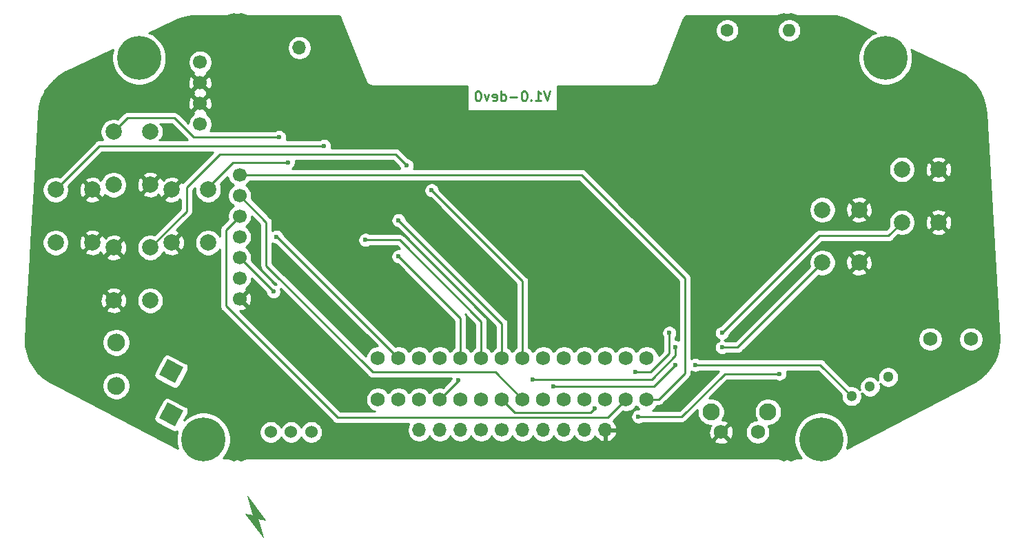
<source format=gbr>
G04 #@! TF.GenerationSoftware,KiCad,Pcbnew,(5.1.9-0-10_14)*
G04 #@! TF.CreationDate,2021-07-26T20:55:04-07:00*
G04 #@! TF.ProjectId,system_advance,73797374-656d-45f6-9164-76616e63652e,1.0-dev0*
G04 #@! TF.SameCoordinates,Original*
G04 #@! TF.FileFunction,Copper,L2,Bot*
G04 #@! TF.FilePolarity,Positive*
%FSLAX46Y46*%
G04 Gerber Fmt 4.6, Leading zero omitted, Abs format (unit mm)*
G04 Created by KiCad (PCBNEW (5.1.9-0-10_14)) date 2021-07-26 20:55:04*
%MOMM*%
%LPD*%
G01*
G04 APERTURE LIST*
G04 #@! TA.AperFunction,NonConductor*
%ADD10C,0.100000*%
G04 #@! TD*
G04 #@! TA.AperFunction,NonConductor*
%ADD11C,0.250000*%
G04 #@! TD*
G04 #@! TA.AperFunction,ComponentPad*
%ADD12C,1.700000*%
G04 #@! TD*
G04 #@! TA.AperFunction,ComponentPad*
%ADD13O,1.700000X1.700000*%
G04 #@! TD*
G04 #@! TA.AperFunction,ComponentPad*
%ADD14C,1.750000*%
G04 #@! TD*
G04 #@! TA.AperFunction,ComponentPad*
%ADD15C,1.524000*%
G04 #@! TD*
G04 #@! TA.AperFunction,ComponentPad*
%ADD16C,5.399999*%
G04 #@! TD*
G04 #@! TA.AperFunction,ComponentPad*
%ADD17C,0.100000*%
G04 #@! TD*
G04 #@! TA.AperFunction,ComponentPad*
%ADD18C,2.000000*%
G04 #@! TD*
G04 #@! TA.AperFunction,ComponentPad*
%ADD19C,1.300000*%
G04 #@! TD*
G04 #@! TA.AperFunction,ComponentPad*
%ADD20C,1.600000*%
G04 #@! TD*
G04 #@! TA.AperFunction,ComponentPad*
%ADD21O,1.600000X1.600000*%
G04 #@! TD*
G04 #@! TA.AperFunction,ComponentPad*
%ADD22C,2.100000*%
G04 #@! TD*
G04 #@! TA.AperFunction,ViaPad*
%ADD23C,0.600000*%
G04 #@! TD*
G04 #@! TA.AperFunction,Conductor*
%ADD24C,0.254000*%
G04 #@! TD*
G04 #@! TA.AperFunction,Conductor*
%ADD25C,0.100000*%
G04 #@! TD*
G04 APERTURE END LIST*
D10*
G36*
X76581000Y-173990000D02*
G01*
X77343000Y-176657000D01*
X75184000Y-173736000D01*
X76581000Y-173990000D01*
G37*
X76581000Y-173990000D02*
X77343000Y-176657000D01*
X75184000Y-173736000D01*
X76581000Y-173990000D01*
G36*
X77597000Y-174498000D02*
G01*
X76200000Y-174244000D01*
X75438000Y-171577000D01*
X77597000Y-174498000D01*
G37*
X77597000Y-174498000D02*
X76200000Y-174244000D01*
X75438000Y-171577000D01*
X77597000Y-174498000D01*
D11*
X112607142Y-121770857D02*
X112207142Y-122970857D01*
X111807142Y-121770857D01*
X110778571Y-122970857D02*
X111464285Y-122970857D01*
X111121428Y-122970857D02*
X111121428Y-121770857D01*
X111235714Y-121942285D01*
X111350000Y-122056571D01*
X111464285Y-122113714D01*
X110264285Y-122856571D02*
X110207142Y-122913714D01*
X110264285Y-122970857D01*
X110321428Y-122913714D01*
X110264285Y-122856571D01*
X110264285Y-122970857D01*
X109464285Y-121770857D02*
X109350000Y-121770857D01*
X109235714Y-121828000D01*
X109178571Y-121885142D01*
X109121428Y-121999428D01*
X109064285Y-122228000D01*
X109064285Y-122513714D01*
X109121428Y-122742285D01*
X109178571Y-122856571D01*
X109235714Y-122913714D01*
X109350000Y-122970857D01*
X109464285Y-122970857D01*
X109578571Y-122913714D01*
X109635714Y-122856571D01*
X109692857Y-122742285D01*
X109750000Y-122513714D01*
X109750000Y-122228000D01*
X109692857Y-121999428D01*
X109635714Y-121885142D01*
X109578571Y-121828000D01*
X109464285Y-121770857D01*
X108550000Y-122513714D02*
X107635714Y-122513714D01*
X106550000Y-122970857D02*
X106550000Y-121770857D01*
X106550000Y-122913714D02*
X106664285Y-122970857D01*
X106892857Y-122970857D01*
X107007142Y-122913714D01*
X107064285Y-122856571D01*
X107121428Y-122742285D01*
X107121428Y-122399428D01*
X107064285Y-122285142D01*
X107007142Y-122228000D01*
X106892857Y-122170857D01*
X106664285Y-122170857D01*
X106550000Y-122228000D01*
X105521428Y-122913714D02*
X105635714Y-122970857D01*
X105864285Y-122970857D01*
X105978571Y-122913714D01*
X106035714Y-122799428D01*
X106035714Y-122342285D01*
X105978571Y-122228000D01*
X105864285Y-122170857D01*
X105635714Y-122170857D01*
X105521428Y-122228000D01*
X105464285Y-122342285D01*
X105464285Y-122456571D01*
X106035714Y-122570857D01*
X105064285Y-122170857D02*
X104778571Y-122970857D01*
X104492857Y-122170857D01*
X103807142Y-121770857D02*
X103692857Y-121770857D01*
X103578571Y-121828000D01*
X103521428Y-121885142D01*
X103464285Y-121999428D01*
X103407142Y-122228000D01*
X103407142Y-122513714D01*
X103464285Y-122742285D01*
X103521428Y-122856571D01*
X103578571Y-122913714D01*
X103692857Y-122970857D01*
X103807142Y-122970857D01*
X103921428Y-122913714D01*
X103978571Y-122856571D01*
X104035714Y-122742285D01*
X104092857Y-122513714D01*
X104092857Y-122228000D01*
X104035714Y-121999428D01*
X103978571Y-121885142D01*
X103921428Y-121828000D01*
X103807142Y-121770857D01*
D12*
X106680000Y-163449000D03*
D13*
X109220000Y-163449000D03*
X111760000Y-163449000D03*
X114300000Y-163449000D03*
D12*
X104140000Y-163449000D03*
D13*
X119380000Y-163449000D03*
X96520000Y-163449000D03*
X99060000Y-163449000D03*
X101600000Y-163449000D03*
X116840000Y-163449000D03*
D14*
X124460000Y-154624000D03*
X121920000Y-154624000D03*
X119380000Y-154624000D03*
X116840000Y-154624000D03*
X114300000Y-154624000D03*
X111760000Y-154624000D03*
X109220000Y-154624000D03*
X106680000Y-154624000D03*
X104140000Y-154624000D03*
X101600000Y-154624000D03*
X99060000Y-154624000D03*
X96520000Y-154624000D03*
X93980000Y-154624000D03*
X91440000Y-154624000D03*
X91440000Y-159704000D03*
X93980000Y-159704000D03*
X96520000Y-159704000D03*
X99060000Y-159704000D03*
X101600000Y-159704000D03*
X104140000Y-159704000D03*
X124460000Y-159704000D03*
X121920000Y-159704000D03*
X119380000Y-159704000D03*
X116840000Y-159704000D03*
X114300000Y-159704000D03*
X111760000Y-159704000D03*
X106680000Y-159704000D03*
X109220000Y-159704000D03*
D15*
X78282800Y-163703000D03*
X80772000Y-163703000D03*
X83261200Y-163703000D03*
D16*
X62103000Y-117729000D03*
D13*
X81788000Y-116459000D03*
D16*
X70002400Y-164592000D03*
X153797000Y-117729000D03*
G04 #@! TA.AperFunction,ComponentPad*
G36*
G01*
X60256689Y-153199399D02*
X60256689Y-153199399D01*
G75*
G02*
X58773054Y-153667188I-975712J507923D01*
G01*
X58773054Y-153667188D01*
G75*
G02*
X58305265Y-152183553I507923J975712D01*
G01*
X58305265Y-152183553D01*
G75*
G02*
X59788900Y-151715764I975712J-507923D01*
G01*
X59788900Y-151715764D01*
G75*
G02*
X60256689Y-153199399I-507923J-975712D01*
G01*
G37*
G04 #@! TD.AperFunction*
G04 #@! TA.AperFunction,ComponentPad*
D17*
G36*
X67523635Y-155742212D02*
G01*
X66507788Y-157693635D01*
X64556365Y-156677788D01*
X65572212Y-154726365D01*
X67523635Y-155742212D01*
G37*
G04 #@! TD.AperFunction*
G04 #@! TA.AperFunction,ComponentPad*
G36*
G01*
X60256689Y-158533399D02*
X60256689Y-158533399D01*
G75*
G02*
X58773054Y-159001188I-975712J507923D01*
G01*
X58773054Y-159001188D01*
G75*
G02*
X58305265Y-157517553I507923J975712D01*
G01*
X58305265Y-157517553D01*
G75*
G02*
X59788900Y-157049764I975712J-507923D01*
G01*
X59788900Y-157049764D01*
G75*
G02*
X60256689Y-158533399I-507923J-975712D01*
G01*
G37*
G04 #@! TD.AperFunction*
G04 #@! TA.AperFunction,ComponentPad*
G36*
X67523635Y-161076212D02*
G01*
X66507788Y-163027635D01*
X64556365Y-162011788D01*
X65572212Y-160060365D01*
X67523635Y-161076212D01*
G37*
G04 #@! TD.AperFunction*
D12*
X74450000Y-147320000D03*
X74450000Y-144780000D03*
X74450000Y-142240000D03*
X74450000Y-139700000D03*
X74450000Y-137160000D03*
X74450000Y-134620000D03*
X74450000Y-132080000D03*
D18*
X150550000Y-142875000D03*
X146050000Y-142875000D03*
X150550000Y-136375000D03*
X146050000Y-136375000D03*
X160329000Y-137922000D03*
X155829000Y-137922000D03*
X160329000Y-131422000D03*
X155829000Y-131422000D03*
X63464000Y-133298000D03*
X58964000Y-133298000D03*
X63464000Y-126798000D03*
X58964000Y-126798000D03*
X58964000Y-141022000D03*
X63464000Y-141022000D03*
X58964000Y-147522000D03*
X63464000Y-147522000D03*
X56352000Y-140410000D03*
X51852000Y-140410000D03*
X56352000Y-133910000D03*
X51852000Y-133910000D03*
X66076000Y-133910000D03*
X70576000Y-133910000D03*
X66076000Y-140410000D03*
X70576000Y-140410000D03*
D19*
X151892000Y-158115000D03*
X149638992Y-159287841D03*
X154145008Y-156942159D03*
D16*
X145897600Y-164592000D03*
D14*
X164298000Y-152273000D03*
X159298000Y-152273000D03*
D20*
X134366000Y-114300000D03*
D21*
X141986000Y-114300000D03*
D22*
X139364000Y-161213000D03*
D14*
X138104000Y-163703000D03*
X133604000Y-163703000D03*
D22*
X132354000Y-161213000D03*
D12*
X69596000Y-123317000D03*
X69596000Y-120777000D03*
X69596000Y-125857000D03*
X69596000Y-118237000D03*
D23*
X86360000Y-141732000D03*
X97028000Y-149098000D03*
X91948000Y-149098000D03*
X86360000Y-157480000D03*
X76073000Y-163195000D03*
X85979000Y-148971000D03*
X85979000Y-148971000D03*
X115570000Y-165608000D03*
X91313000Y-130937000D03*
X102870000Y-151892000D03*
X92710000Y-157734000D03*
X91948000Y-163703000D03*
X129540000Y-159004000D03*
X76454000Y-141224000D03*
X66040000Y-127000000D03*
X127254000Y-151511006D03*
X133731000Y-151511000D03*
X101346008Y-157353000D03*
X123063002Y-156337000D03*
X94996000Y-130937000D03*
X98044006Y-133985000D03*
X93980000Y-137667996D03*
X84835996Y-128523996D03*
X80391000Y-130556000D03*
X89915998Y-140081000D03*
X93980000Y-142113000D03*
X79311499Y-127444501D03*
X133731000Y-153289000D03*
X128016000Y-153289000D03*
X110490010Y-157226000D03*
X118110000Y-160782000D03*
X140779500Y-156527500D03*
X123444000Y-161798000D03*
X113030000Y-158114998D03*
X128016000Y-155448000D03*
X130428998Y-155448000D03*
X78994000Y-139700008D03*
X78613000Y-146431000D03*
D24*
X101346008Y-157417992D02*
X101346008Y-157353000D01*
X99060000Y-159704000D02*
X101346008Y-157417992D01*
X124968000Y-156337000D02*
X123063002Y-156337000D01*
X127254000Y-154051000D02*
X124968000Y-156337000D01*
X127254000Y-151511006D02*
X127254000Y-154051000D01*
X145669000Y-139573000D02*
X133731000Y-151511000D01*
X154178000Y-139573000D02*
X145669000Y-139573000D01*
X155829000Y-137922000D02*
X154178000Y-139573000D01*
X109220000Y-154624000D02*
X109220000Y-145160994D01*
X109220000Y-145160994D02*
X98044006Y-133985000D01*
X72009000Y-129540000D02*
X93599000Y-129540000D01*
X67945000Y-133604000D02*
X72009000Y-129540000D01*
X67945000Y-136541000D02*
X67945000Y-133604000D01*
X93599000Y-129540000D02*
X94996000Y-130937000D01*
X63464000Y-141022000D02*
X67945000Y-136541000D01*
X106680000Y-154624000D02*
X106680000Y-150367996D01*
X106680000Y-150367996D02*
X93980000Y-137667996D01*
X51852000Y-133910000D02*
X57238004Y-128523996D01*
X57238004Y-128523996D02*
X84835996Y-128523996D01*
X104140000Y-154624000D02*
X104140000Y-150114000D01*
X104140000Y-150114000D02*
X94107000Y-140081000D01*
X94107000Y-140081000D02*
X89915998Y-140081000D01*
X73660000Y-130556000D02*
X80391000Y-130556000D01*
X70576000Y-133640000D02*
X73660000Y-130556000D01*
X70576000Y-133910000D02*
X70576000Y-133640000D01*
X101600000Y-149733000D02*
X101600000Y-154624000D01*
X93980000Y-142113000D02*
X101600000Y-149733000D01*
X58964000Y-126798000D02*
X60667000Y-125095000D01*
X60667000Y-125095000D02*
X66421000Y-125095000D01*
X68770501Y-127444501D02*
X79311499Y-127444501D01*
X66421000Y-125095000D02*
X68770501Y-127444501D01*
X125063514Y-157226000D02*
X110490010Y-157226000D01*
X128016000Y-154273514D02*
X125063514Y-157226000D01*
X128016000Y-153289000D02*
X128016000Y-154273514D01*
X135636000Y-153289000D02*
X133731000Y-153289000D01*
X146050000Y-142875000D02*
X135636000Y-153289000D01*
X108266000Y-161290000D02*
X117602000Y-161290000D01*
X117602000Y-161290000D02*
X118110000Y-160782000D01*
X106680000Y-159704000D02*
X108266000Y-161290000D01*
X128778000Y-161798000D02*
X123444000Y-161798000D01*
X140779500Y-156527500D02*
X134048500Y-156527500D01*
X134048500Y-156527500D02*
X128778000Y-161798000D01*
X105853000Y-156337000D02*
X109220000Y-159704000D01*
X77724000Y-143256000D02*
X90805000Y-156337000D01*
X90805000Y-156337000D02*
X105853000Y-156337000D01*
X77724000Y-137894000D02*
X77724000Y-143256000D01*
X74450000Y-134620000D02*
X77724000Y-137894000D01*
X113030000Y-158114998D02*
X125349002Y-158114998D01*
X125349002Y-158114998D02*
X128016000Y-155448000D01*
X145799151Y-155448000D02*
X130428998Y-155448000D01*
X149638992Y-159287841D02*
X145799151Y-155448000D01*
X125919000Y-159704000D02*
X124460000Y-159704000D01*
X129159000Y-156464000D02*
X125919000Y-159704000D01*
X129159000Y-144780000D02*
X129159000Y-156464000D01*
X116459000Y-132080000D02*
X129159000Y-144780000D01*
X74450000Y-132080000D02*
X116459000Y-132080000D01*
X79056008Y-139700008D02*
X78994000Y-139700008D01*
X93980000Y-154624000D02*
X79056008Y-139700008D01*
X78613000Y-146403000D02*
X78613000Y-146431000D01*
X74450000Y-142240000D02*
X78613000Y-146403000D01*
X119699000Y-161925000D02*
X121920000Y-159704000D01*
X86487000Y-161925000D02*
X119699000Y-161925000D01*
X72771000Y-148209000D02*
X86487000Y-161925000D01*
X72771000Y-138839000D02*
X72771000Y-148209000D01*
X74450000Y-137160000D02*
X72771000Y-138839000D01*
X142199901Y-112293821D02*
X142361688Y-112360836D01*
X142486240Y-112385611D01*
X142592367Y-112442337D01*
X142730915Y-112484365D01*
X142838895Y-112495000D01*
X142875000Y-112498556D01*
X142911105Y-112495000D01*
X146784082Y-112495000D01*
X147713803Y-112565722D01*
X148606680Y-112772680D01*
X149074598Y-112941726D01*
X152611583Y-114610239D01*
X152217285Y-114773562D01*
X151671062Y-115138537D01*
X151206537Y-115603062D01*
X150841562Y-116149285D01*
X150590163Y-116756217D01*
X150462001Y-117400531D01*
X150462001Y-118057469D01*
X150590163Y-118701783D01*
X150841562Y-119308715D01*
X151206537Y-119854938D01*
X151671062Y-120319463D01*
X152217285Y-120684438D01*
X152824217Y-120935837D01*
X153468531Y-121063999D01*
X154125469Y-121063999D01*
X154769783Y-120935837D01*
X155376715Y-120684438D01*
X155922938Y-120319463D01*
X156387463Y-119854938D01*
X156752438Y-119308715D01*
X157003837Y-118701783D01*
X157131999Y-118057469D01*
X157131999Y-117400531D01*
X157003837Y-116756217D01*
X156965739Y-116664239D01*
X162733113Y-119384902D01*
X163540504Y-119849556D01*
X164248034Y-120414782D01*
X164861928Y-121080527D01*
X165368055Y-121831468D01*
X165754772Y-122650330D01*
X166013178Y-123518264D01*
X166140825Y-124440575D01*
X166142189Y-124465403D01*
X166142143Y-124466547D01*
X167760379Y-152345492D01*
X167691278Y-153253901D01*
X167487064Y-154134943D01*
X167151930Y-154974961D01*
X166693590Y-155754624D01*
X166122591Y-156455986D01*
X165448942Y-157065743D01*
X164812002Y-157497074D01*
X149045923Y-165706049D01*
X149104437Y-165564783D01*
X149232599Y-164920469D01*
X149232599Y-164263531D01*
X149104437Y-163619217D01*
X148853038Y-163012285D01*
X148488063Y-162466062D01*
X148023538Y-162001537D01*
X147477315Y-161636562D01*
X146870383Y-161385163D01*
X146226069Y-161257001D01*
X145569131Y-161257001D01*
X144924817Y-161385163D01*
X144317885Y-161636562D01*
X143771662Y-162001537D01*
X143307137Y-162466062D01*
X142942162Y-163012285D01*
X142690763Y-163619217D01*
X142562601Y-164263531D01*
X142562601Y-164920469D01*
X142690763Y-165564783D01*
X142942162Y-166171715D01*
X143307137Y-166717938D01*
X143494199Y-166905000D01*
X142911105Y-166905000D01*
X142875000Y-166901444D01*
X142838895Y-166905000D01*
X142730915Y-166915635D01*
X142592367Y-166957663D01*
X142486240Y-167014389D01*
X142361688Y-167039164D01*
X142199901Y-167106179D01*
X142176500Y-167121815D01*
X142153099Y-167106179D01*
X141991312Y-167039164D01*
X141819559Y-167005000D01*
X141644441Y-167005000D01*
X141472688Y-167039164D01*
X141310901Y-167106179D01*
X141287500Y-167121815D01*
X141264099Y-167106179D01*
X141102312Y-167039164D01*
X140977760Y-167014389D01*
X140871633Y-166957663D01*
X140733085Y-166915635D01*
X140625105Y-166905000D01*
X140589000Y-166901444D01*
X140552895Y-166905000D01*
X75347105Y-166905000D01*
X75311000Y-166901444D01*
X75274895Y-166905000D01*
X75166915Y-166915635D01*
X75028367Y-166957663D01*
X74922240Y-167014389D01*
X74797688Y-167039164D01*
X74635901Y-167106179D01*
X74612500Y-167121815D01*
X74589099Y-167106179D01*
X74427312Y-167039164D01*
X74255559Y-167005000D01*
X74080441Y-167005000D01*
X73908688Y-167039164D01*
X73746901Y-167106179D01*
X73723500Y-167121815D01*
X73700099Y-167106179D01*
X73538312Y-167039164D01*
X73413760Y-167014389D01*
X73307633Y-166957663D01*
X73169085Y-166915635D01*
X73061105Y-166905000D01*
X73025000Y-166901444D01*
X72988895Y-166905000D01*
X72405801Y-166905000D01*
X72592863Y-166717938D01*
X72957838Y-166171715D01*
X73209237Y-165564783D01*
X73337399Y-164920469D01*
X73337399Y-164263531D01*
X73209237Y-163619217D01*
X73186949Y-163565408D01*
X76885800Y-163565408D01*
X76885800Y-163840592D01*
X76939486Y-164110490D01*
X77044795Y-164364727D01*
X77197680Y-164593535D01*
X77392265Y-164788120D01*
X77621073Y-164941005D01*
X77875310Y-165046314D01*
X78145208Y-165100000D01*
X78420392Y-165100000D01*
X78690290Y-165046314D01*
X78944527Y-164941005D01*
X79173335Y-164788120D01*
X79367920Y-164593535D01*
X79520805Y-164364727D01*
X79527400Y-164348805D01*
X79533995Y-164364727D01*
X79686880Y-164593535D01*
X79881465Y-164788120D01*
X80110273Y-164941005D01*
X80364510Y-165046314D01*
X80634408Y-165100000D01*
X80909592Y-165100000D01*
X81179490Y-165046314D01*
X81433727Y-164941005D01*
X81662535Y-164788120D01*
X81857120Y-164593535D01*
X82010005Y-164364727D01*
X82016600Y-164348805D01*
X82023195Y-164364727D01*
X82176080Y-164593535D01*
X82370665Y-164788120D01*
X82599473Y-164941005D01*
X82853710Y-165046314D01*
X83123608Y-165100000D01*
X83398792Y-165100000D01*
X83668690Y-165046314D01*
X83922927Y-164941005D01*
X84151735Y-164788120D01*
X84346320Y-164593535D01*
X84499205Y-164364727D01*
X84604514Y-164110490D01*
X84658200Y-163840592D01*
X84658200Y-163565408D01*
X84604514Y-163295510D01*
X84499205Y-163041273D01*
X84346320Y-162812465D01*
X84151735Y-162617880D01*
X83922927Y-162464995D01*
X83668690Y-162359686D01*
X83398792Y-162306000D01*
X83123608Y-162306000D01*
X82853710Y-162359686D01*
X82599473Y-162464995D01*
X82370665Y-162617880D01*
X82176080Y-162812465D01*
X82023195Y-163041273D01*
X82016600Y-163057195D01*
X82010005Y-163041273D01*
X81857120Y-162812465D01*
X81662535Y-162617880D01*
X81433727Y-162464995D01*
X81179490Y-162359686D01*
X80909592Y-162306000D01*
X80634408Y-162306000D01*
X80364510Y-162359686D01*
X80110273Y-162464995D01*
X79881465Y-162617880D01*
X79686880Y-162812465D01*
X79533995Y-163041273D01*
X79527400Y-163057195D01*
X79520805Y-163041273D01*
X79367920Y-162812465D01*
X79173335Y-162617880D01*
X78944527Y-162464995D01*
X78690290Y-162359686D01*
X78420392Y-162306000D01*
X78145208Y-162306000D01*
X77875310Y-162359686D01*
X77621073Y-162464995D01*
X77392265Y-162617880D01*
X77197680Y-162812465D01*
X77044795Y-163041273D01*
X76939486Y-163295510D01*
X76885800Y-163565408D01*
X73186949Y-163565408D01*
X72957838Y-163012285D01*
X72592863Y-162466062D01*
X72128338Y-162001537D01*
X71582115Y-161636562D01*
X70975183Y-161385163D01*
X70330869Y-161257001D01*
X69673931Y-161257001D01*
X69029617Y-161385163D01*
X68422685Y-161636562D01*
X67876462Y-162001537D01*
X67636241Y-162241758D01*
X68089612Y-161370841D01*
X68136216Y-161254763D01*
X68159279Y-161131824D01*
X68157915Y-161006747D01*
X68132175Y-160884340D01*
X68083050Y-160769307D01*
X68012427Y-160666067D01*
X67923019Y-160578590D01*
X67818264Y-160510235D01*
X65866841Y-159494388D01*
X65750763Y-159447784D01*
X65627824Y-159424721D01*
X65502747Y-159426085D01*
X65380340Y-159451825D01*
X65265307Y-159500950D01*
X65162067Y-159571573D01*
X65074590Y-159660981D01*
X65006235Y-159765736D01*
X63990388Y-161717159D01*
X63943784Y-161833237D01*
X63920721Y-161956176D01*
X63922085Y-162081253D01*
X63947825Y-162203660D01*
X63996950Y-162318693D01*
X64067573Y-162421933D01*
X64156981Y-162509410D01*
X64261736Y-162577765D01*
X66213159Y-163593612D01*
X66329237Y-163640216D01*
X66452176Y-163663279D01*
X66577253Y-163661915D01*
X66699660Y-163636175D01*
X66807639Y-163590062D01*
X66795563Y-163619217D01*
X66667401Y-164263531D01*
X66667401Y-164920469D01*
X66795563Y-165564783D01*
X66855090Y-165708495D01*
X51770958Y-157854593D01*
X57545977Y-157854593D01*
X57545977Y-158196359D01*
X57612652Y-158531557D01*
X57743440Y-158847307D01*
X57933314Y-159131474D01*
X58174979Y-159373139D01*
X58459146Y-159563013D01*
X58774896Y-159693801D01*
X59110094Y-159760476D01*
X59451860Y-159760476D01*
X59787058Y-159693801D01*
X60102808Y-159563013D01*
X60386975Y-159373139D01*
X60628640Y-159131474D01*
X60818514Y-158847307D01*
X60949302Y-158531557D01*
X61015977Y-158196359D01*
X61015977Y-157854593D01*
X60949302Y-157519395D01*
X60818514Y-157203645D01*
X60628640Y-156919478D01*
X60386975Y-156677813D01*
X60303709Y-156622176D01*
X63920721Y-156622176D01*
X63922085Y-156747253D01*
X63947825Y-156869660D01*
X63996950Y-156984693D01*
X64067573Y-157087933D01*
X64156981Y-157175410D01*
X64261736Y-157243765D01*
X66213159Y-158259612D01*
X66329237Y-158306216D01*
X66452176Y-158329279D01*
X66577253Y-158327915D01*
X66699660Y-158302175D01*
X66814693Y-158253050D01*
X66917933Y-158182427D01*
X67005410Y-158093019D01*
X67073765Y-157988264D01*
X68089612Y-156036841D01*
X68136216Y-155920763D01*
X68159279Y-155797824D01*
X68157915Y-155672747D01*
X68132175Y-155550340D01*
X68083050Y-155435307D01*
X68012427Y-155332067D01*
X67923019Y-155244590D01*
X67818264Y-155176235D01*
X65866841Y-154160388D01*
X65750763Y-154113784D01*
X65627824Y-154090721D01*
X65502747Y-154092085D01*
X65380340Y-154117825D01*
X65265307Y-154166950D01*
X65162067Y-154237573D01*
X65074590Y-154326981D01*
X65006235Y-154431736D01*
X63990388Y-156383159D01*
X63943784Y-156499237D01*
X63920721Y-156622176D01*
X60303709Y-156622176D01*
X60102808Y-156487939D01*
X59787058Y-156357151D01*
X59451860Y-156290476D01*
X59110094Y-156290476D01*
X58774896Y-156357151D01*
X58459146Y-156487939D01*
X58174979Y-156677813D01*
X57933314Y-156919478D01*
X57743440Y-157203645D01*
X57612652Y-157519395D01*
X57545977Y-157854593D01*
X51770958Y-157854593D01*
X51088057Y-157499025D01*
X50337407Y-156978065D01*
X49680954Y-156355961D01*
X49126154Y-155641720D01*
X48685773Y-154851777D01*
X48369946Y-154004307D01*
X48185084Y-153114687D01*
X48146724Y-152520593D01*
X57545977Y-152520593D01*
X57545977Y-152862359D01*
X57612652Y-153197557D01*
X57743440Y-153513307D01*
X57933314Y-153797474D01*
X58174979Y-154039139D01*
X58459146Y-154229013D01*
X58774896Y-154359801D01*
X59110094Y-154426476D01*
X59451860Y-154426476D01*
X59787058Y-154359801D01*
X60102808Y-154229013D01*
X60386975Y-154039139D01*
X60628640Y-153797474D01*
X60818514Y-153513307D01*
X60949302Y-153197557D01*
X61015977Y-152862359D01*
X61015977Y-152520593D01*
X60949302Y-152185395D01*
X60818514Y-151869645D01*
X60628640Y-151585478D01*
X60386975Y-151343813D01*
X60102808Y-151153939D01*
X59787058Y-151023151D01*
X59451860Y-150956476D01*
X59110094Y-150956476D01*
X58774896Y-151023151D01*
X58459146Y-151153939D01*
X58174979Y-151343813D01*
X57933314Y-151585478D01*
X57743440Y-151869645D01*
X57612652Y-152185395D01*
X57545977Y-152520593D01*
X48146724Y-152520593D01*
X48135692Y-152349749D01*
X48350501Y-148657413D01*
X58008192Y-148657413D01*
X58103956Y-148921814D01*
X58393571Y-149062704D01*
X58705108Y-149144384D01*
X59026595Y-149163718D01*
X59345675Y-149119961D01*
X59650088Y-149014795D01*
X59824044Y-148921814D01*
X59919808Y-148657413D01*
X58964000Y-147701605D01*
X58008192Y-148657413D01*
X48350501Y-148657413D01*
X48412915Y-147584595D01*
X57322282Y-147584595D01*
X57366039Y-147903675D01*
X57471205Y-148208088D01*
X57564186Y-148382044D01*
X57828587Y-148477808D01*
X58784395Y-147522000D01*
X59143605Y-147522000D01*
X60099413Y-148477808D01*
X60363814Y-148382044D01*
X60504704Y-148092429D01*
X60586384Y-147780892D01*
X60605718Y-147459405D01*
X60592219Y-147360967D01*
X61829000Y-147360967D01*
X61829000Y-147683033D01*
X61891832Y-147998912D01*
X62015082Y-148296463D01*
X62194013Y-148564252D01*
X62421748Y-148791987D01*
X62689537Y-148970918D01*
X62987088Y-149094168D01*
X63302967Y-149157000D01*
X63625033Y-149157000D01*
X63940912Y-149094168D01*
X64238463Y-148970918D01*
X64506252Y-148791987D01*
X64733987Y-148564252D01*
X64912918Y-148296463D01*
X65036168Y-147998912D01*
X65099000Y-147683033D01*
X65099000Y-147360967D01*
X65036168Y-147045088D01*
X64912918Y-146747537D01*
X64733987Y-146479748D01*
X64506252Y-146252013D01*
X64238463Y-146073082D01*
X63940912Y-145949832D01*
X63625033Y-145887000D01*
X63302967Y-145887000D01*
X62987088Y-145949832D01*
X62689537Y-146073082D01*
X62421748Y-146252013D01*
X62194013Y-146479748D01*
X62015082Y-146747537D01*
X61891832Y-147045088D01*
X61829000Y-147360967D01*
X60592219Y-147360967D01*
X60561961Y-147140325D01*
X60456795Y-146835912D01*
X60363814Y-146661956D01*
X60099413Y-146566192D01*
X59143605Y-147522000D01*
X58784395Y-147522000D01*
X57828587Y-146566192D01*
X57564186Y-146661956D01*
X57423296Y-146951571D01*
X57341616Y-147263108D01*
X57322282Y-147584595D01*
X48412915Y-147584595D01*
X48482611Y-146386587D01*
X58008192Y-146386587D01*
X58964000Y-147342395D01*
X59919808Y-146386587D01*
X59824044Y-146122186D01*
X59534429Y-145981296D01*
X59222892Y-145899616D01*
X58901405Y-145880282D01*
X58582325Y-145924039D01*
X58277912Y-146029205D01*
X58103956Y-146122186D01*
X58008192Y-146386587D01*
X48482611Y-146386587D01*
X48728653Y-142157413D01*
X58008192Y-142157413D01*
X58103956Y-142421814D01*
X58393571Y-142562704D01*
X58705108Y-142644384D01*
X59026595Y-142663718D01*
X59345675Y-142619961D01*
X59650088Y-142514795D01*
X59824044Y-142421814D01*
X59919808Y-142157413D01*
X58964000Y-141201605D01*
X58008192Y-142157413D01*
X48728653Y-142157413D01*
X48839682Y-140248967D01*
X50217000Y-140248967D01*
X50217000Y-140571033D01*
X50279832Y-140886912D01*
X50403082Y-141184463D01*
X50582013Y-141452252D01*
X50809748Y-141679987D01*
X51077537Y-141858918D01*
X51375088Y-141982168D01*
X51690967Y-142045000D01*
X52013033Y-142045000D01*
X52328912Y-141982168D01*
X52626463Y-141858918D01*
X52894252Y-141679987D01*
X53028826Y-141545413D01*
X55396192Y-141545413D01*
X55491956Y-141809814D01*
X55781571Y-141950704D01*
X56093108Y-142032384D01*
X56414595Y-142051718D01*
X56733675Y-142007961D01*
X57038088Y-141902795D01*
X57212044Y-141809814D01*
X57307807Y-141545415D01*
X57423475Y-141661083D01*
X57446880Y-141637678D01*
X57471205Y-141708088D01*
X57564186Y-141882044D01*
X57828587Y-141977808D01*
X58784395Y-141022000D01*
X59143605Y-141022000D01*
X60099413Y-141977808D01*
X60363814Y-141882044D01*
X60504704Y-141592429D01*
X60586384Y-141280892D01*
X60605718Y-140959405D01*
X60561961Y-140640325D01*
X60456795Y-140335912D01*
X60363814Y-140161956D01*
X60099413Y-140066192D01*
X59143605Y-141022000D01*
X58784395Y-141022000D01*
X58770253Y-141007858D01*
X58949858Y-140828253D01*
X58964000Y-140842395D01*
X59919808Y-139886587D01*
X59824044Y-139622186D01*
X59534429Y-139481296D01*
X59222892Y-139399616D01*
X58901405Y-139380282D01*
X58582325Y-139424039D01*
X58277912Y-139529205D01*
X58103956Y-139622186D01*
X58008193Y-139886585D01*
X57892525Y-139770917D01*
X57869120Y-139794322D01*
X57844795Y-139723912D01*
X57751814Y-139549956D01*
X57487413Y-139454192D01*
X56531605Y-140410000D01*
X56545748Y-140424143D01*
X56366143Y-140603748D01*
X56352000Y-140589605D01*
X55396192Y-141545413D01*
X53028826Y-141545413D01*
X53121987Y-141452252D01*
X53300918Y-141184463D01*
X53424168Y-140886912D01*
X53487000Y-140571033D01*
X53487000Y-140472595D01*
X54710282Y-140472595D01*
X54754039Y-140791675D01*
X54859205Y-141096088D01*
X54952186Y-141270044D01*
X55216587Y-141365808D01*
X56172395Y-140410000D01*
X55216587Y-139454192D01*
X54952186Y-139549956D01*
X54811296Y-139839571D01*
X54729616Y-140151108D01*
X54710282Y-140472595D01*
X53487000Y-140472595D01*
X53487000Y-140248967D01*
X53424168Y-139933088D01*
X53300918Y-139635537D01*
X53121987Y-139367748D01*
X53028826Y-139274587D01*
X55396192Y-139274587D01*
X56352000Y-140230395D01*
X57307808Y-139274587D01*
X57212044Y-139010186D01*
X56922429Y-138869296D01*
X56610892Y-138787616D01*
X56289405Y-138768282D01*
X55970325Y-138812039D01*
X55665912Y-138917205D01*
X55491956Y-139010186D01*
X55396192Y-139274587D01*
X53028826Y-139274587D01*
X52894252Y-139140013D01*
X52626463Y-138961082D01*
X52328912Y-138837832D01*
X52013033Y-138775000D01*
X51690967Y-138775000D01*
X51375088Y-138837832D01*
X51077537Y-138961082D01*
X50809748Y-139140013D01*
X50582013Y-139367748D01*
X50403082Y-139635537D01*
X50279832Y-139933088D01*
X50217000Y-140248967D01*
X48839682Y-140248967D01*
X49217835Y-133748967D01*
X50217000Y-133748967D01*
X50217000Y-134071033D01*
X50279832Y-134386912D01*
X50403082Y-134684463D01*
X50582013Y-134952252D01*
X50809748Y-135179987D01*
X51077537Y-135358918D01*
X51375088Y-135482168D01*
X51690967Y-135545000D01*
X52013033Y-135545000D01*
X52328912Y-135482168D01*
X52626463Y-135358918D01*
X52894252Y-135179987D01*
X53028826Y-135045413D01*
X55396192Y-135045413D01*
X55491956Y-135309814D01*
X55781571Y-135450704D01*
X56093108Y-135532384D01*
X56414595Y-135551718D01*
X56733675Y-135507961D01*
X57038088Y-135402795D01*
X57212044Y-135309814D01*
X57307808Y-135045413D01*
X56352000Y-134089605D01*
X55396192Y-135045413D01*
X53028826Y-135045413D01*
X53121987Y-134952252D01*
X53300918Y-134684463D01*
X53424168Y-134386912D01*
X53487000Y-134071033D01*
X53487000Y-133972595D01*
X54710282Y-133972595D01*
X54754039Y-134291675D01*
X54859205Y-134596088D01*
X54952186Y-134770044D01*
X55216587Y-134865808D01*
X56172395Y-133910000D01*
X55216587Y-132954192D01*
X54952186Y-133049956D01*
X54811296Y-133339571D01*
X54729616Y-133651108D01*
X54710282Y-133972595D01*
X53487000Y-133972595D01*
X53487000Y-133748967D01*
X53424168Y-133433088D01*
X53419006Y-133420625D01*
X54065044Y-132774587D01*
X55396192Y-132774587D01*
X56352000Y-133730395D01*
X56366143Y-133716253D01*
X56545748Y-133895858D01*
X56531605Y-133910000D01*
X57487413Y-134865808D01*
X57751814Y-134770044D01*
X57873554Y-134519793D01*
X57921748Y-134567987D01*
X58189537Y-134746918D01*
X58487088Y-134870168D01*
X58802967Y-134933000D01*
X59125033Y-134933000D01*
X59440912Y-134870168D01*
X59738463Y-134746918D01*
X60006252Y-134567987D01*
X60140826Y-134433413D01*
X62508192Y-134433413D01*
X62603956Y-134697814D01*
X62893571Y-134838704D01*
X63205108Y-134920384D01*
X63526595Y-134939718D01*
X63845675Y-134895961D01*
X64150088Y-134790795D01*
X64324044Y-134697814D01*
X64419807Y-134433415D01*
X64535475Y-134549083D01*
X64558880Y-134525678D01*
X64583205Y-134596088D01*
X64676186Y-134770044D01*
X64940587Y-134865808D01*
X65896395Y-133910000D01*
X65882253Y-133895858D01*
X66061858Y-133716253D01*
X66076000Y-133730395D01*
X67031808Y-132774587D01*
X66936044Y-132510186D01*
X66646429Y-132369296D01*
X66334892Y-132287616D01*
X66013405Y-132268282D01*
X65694325Y-132312039D01*
X65389912Y-132417205D01*
X65215956Y-132510186D01*
X65120193Y-132774585D01*
X65004525Y-132658917D01*
X64981120Y-132682322D01*
X64956795Y-132611912D01*
X64863814Y-132437956D01*
X64599413Y-132342192D01*
X63643605Y-133298000D01*
X63657748Y-133312143D01*
X63478143Y-133491748D01*
X63464000Y-133477605D01*
X62508192Y-134433413D01*
X60140826Y-134433413D01*
X60233987Y-134340252D01*
X60412918Y-134072463D01*
X60536168Y-133774912D01*
X60599000Y-133459033D01*
X60599000Y-133360595D01*
X61822282Y-133360595D01*
X61866039Y-133679675D01*
X61971205Y-133984088D01*
X62064186Y-134158044D01*
X62328587Y-134253808D01*
X63284395Y-133298000D01*
X62328587Y-132342192D01*
X62064186Y-132437956D01*
X61923296Y-132727571D01*
X61841616Y-133039108D01*
X61822282Y-133360595D01*
X60599000Y-133360595D01*
X60599000Y-133136967D01*
X60536168Y-132821088D01*
X60412918Y-132523537D01*
X60233987Y-132255748D01*
X60140826Y-132162587D01*
X62508192Y-132162587D01*
X63464000Y-133118395D01*
X64419808Y-132162587D01*
X64324044Y-131898186D01*
X64034429Y-131757296D01*
X63722892Y-131675616D01*
X63401405Y-131656282D01*
X63082325Y-131700039D01*
X62777912Y-131805205D01*
X62603956Y-131898186D01*
X62508192Y-132162587D01*
X60140826Y-132162587D01*
X60006252Y-132028013D01*
X59738463Y-131849082D01*
X59440912Y-131725832D01*
X59125033Y-131663000D01*
X58802967Y-131663000D01*
X58487088Y-131725832D01*
X58189537Y-131849082D01*
X57921748Y-132028013D01*
X57694013Y-132255748D01*
X57515082Y-132523537D01*
X57448599Y-132684041D01*
X57423475Y-132658917D01*
X57307807Y-132774585D01*
X57212044Y-132510186D01*
X56922429Y-132369296D01*
X56610892Y-132287616D01*
X56289405Y-132268282D01*
X55970325Y-132312039D01*
X55665912Y-132417205D01*
X55491956Y-132510186D01*
X55396192Y-132774587D01*
X54065044Y-132774587D01*
X57553635Y-129285996D01*
X71185373Y-129285996D01*
X67435878Y-133035492D01*
X67211413Y-132954192D01*
X66255605Y-133910000D01*
X66269748Y-133924143D01*
X66090143Y-134103748D01*
X66076000Y-134089605D01*
X65120192Y-135045413D01*
X65215956Y-135309814D01*
X65505571Y-135450704D01*
X65817108Y-135532384D01*
X66138595Y-135551718D01*
X66457675Y-135507961D01*
X66762088Y-135402795D01*
X66936044Y-135309814D01*
X67031807Y-135045415D01*
X67147475Y-135161083D01*
X67183001Y-135125557D01*
X67183000Y-136225369D01*
X63953375Y-139454994D01*
X63940912Y-139449832D01*
X63625033Y-139387000D01*
X63302967Y-139387000D01*
X62987088Y-139449832D01*
X62689537Y-139573082D01*
X62421748Y-139752013D01*
X62194013Y-139979748D01*
X62015082Y-140247537D01*
X61891832Y-140545088D01*
X61829000Y-140860967D01*
X61829000Y-141183033D01*
X61891832Y-141498912D01*
X62015082Y-141796463D01*
X62194013Y-142064252D01*
X62421748Y-142291987D01*
X62689537Y-142470918D01*
X62987088Y-142594168D01*
X63302967Y-142657000D01*
X63625033Y-142657000D01*
X63940912Y-142594168D01*
X64238463Y-142470918D01*
X64506252Y-142291987D01*
X64733987Y-142064252D01*
X64912918Y-141796463D01*
X64979401Y-141635959D01*
X65004525Y-141661083D01*
X65120193Y-141545415D01*
X65215956Y-141809814D01*
X65505571Y-141950704D01*
X65817108Y-142032384D01*
X66138595Y-142051718D01*
X66457675Y-142007961D01*
X66762088Y-141902795D01*
X66936044Y-141809814D01*
X67031808Y-141545413D01*
X66076000Y-140589605D01*
X66061858Y-140603748D01*
X65882253Y-140424143D01*
X65896395Y-140410000D01*
X66255605Y-140410000D01*
X67211413Y-141365808D01*
X67475814Y-141270044D01*
X67616704Y-140980429D01*
X67698384Y-140668892D01*
X67717718Y-140347405D01*
X67673961Y-140028325D01*
X67568795Y-139723912D01*
X67475814Y-139549956D01*
X67211413Y-139454192D01*
X66255605Y-140410000D01*
X65896395Y-140410000D01*
X65882253Y-140395858D01*
X66061858Y-140216253D01*
X66076000Y-140230395D01*
X67031808Y-139274587D01*
X66936044Y-139010186D01*
X66678657Y-138884974D01*
X68457353Y-137106278D01*
X68486422Y-137082422D01*
X68545347Y-137010622D01*
X68581645Y-136966393D01*
X68627957Y-136879748D01*
X68652402Y-136834015D01*
X68695974Y-136690378D01*
X68707000Y-136578426D01*
X68707000Y-136578423D01*
X68710686Y-136541000D01*
X68707000Y-136503577D01*
X68707000Y-133919630D01*
X68956727Y-133669903D01*
X68941000Y-133748967D01*
X68941000Y-134071033D01*
X69003832Y-134386912D01*
X69127082Y-134684463D01*
X69306013Y-134952252D01*
X69533748Y-135179987D01*
X69801537Y-135358918D01*
X70099088Y-135482168D01*
X70414967Y-135545000D01*
X70737033Y-135545000D01*
X71052912Y-135482168D01*
X71350463Y-135358918D01*
X71618252Y-135179987D01*
X71845987Y-134952252D01*
X72024918Y-134684463D01*
X72148168Y-134386912D01*
X72211000Y-134071033D01*
X72211000Y-133748967D01*
X72148168Y-133433088D01*
X72063924Y-133229706D01*
X72981984Y-132311646D01*
X73022068Y-132513158D01*
X73134010Y-132783411D01*
X73296525Y-133026632D01*
X73503368Y-133233475D01*
X73677760Y-133350000D01*
X73503368Y-133466525D01*
X73296525Y-133673368D01*
X73134010Y-133916589D01*
X73022068Y-134186842D01*
X72965000Y-134473740D01*
X72965000Y-134766260D01*
X73022068Y-135053158D01*
X73134010Y-135323411D01*
X73296525Y-135566632D01*
X73503368Y-135773475D01*
X73677760Y-135890000D01*
X73503368Y-136006525D01*
X73296525Y-136213368D01*
X73134010Y-136456589D01*
X73022068Y-136726842D01*
X72965000Y-137013740D01*
X72965000Y-137306260D01*
X73008321Y-137524049D01*
X72258654Y-138273716D01*
X72229578Y-138297578D01*
X72173983Y-138365322D01*
X72134355Y-138413608D01*
X72123268Y-138434351D01*
X72063598Y-138545986D01*
X72020026Y-138689623D01*
X72010924Y-138782044D01*
X72005314Y-138839000D01*
X72009000Y-138876423D01*
X72009000Y-139611714D01*
X71845987Y-139367748D01*
X71618252Y-139140013D01*
X71350463Y-138961082D01*
X71052912Y-138837832D01*
X70737033Y-138775000D01*
X70414967Y-138775000D01*
X70099088Y-138837832D01*
X69801537Y-138961082D01*
X69533748Y-139140013D01*
X69306013Y-139367748D01*
X69127082Y-139635537D01*
X69003832Y-139933088D01*
X68941000Y-140248967D01*
X68941000Y-140571033D01*
X69003832Y-140886912D01*
X69127082Y-141184463D01*
X69306013Y-141452252D01*
X69533748Y-141679987D01*
X69801537Y-141858918D01*
X70099088Y-141982168D01*
X70414967Y-142045000D01*
X70737033Y-142045000D01*
X71052912Y-141982168D01*
X71350463Y-141858918D01*
X71618252Y-141679987D01*
X71845987Y-141452252D01*
X72009000Y-141208286D01*
X72009001Y-148171567D01*
X72005314Y-148209000D01*
X72020027Y-148358378D01*
X72063599Y-148502015D01*
X72134355Y-148634392D01*
X72205721Y-148721351D01*
X72229579Y-148750422D01*
X72258649Y-148774279D01*
X85921721Y-162437352D01*
X85945578Y-162466422D01*
X86061608Y-162561645D01*
X86193985Y-162632402D01*
X86337622Y-162675974D01*
X86449574Y-162687000D01*
X86449576Y-162687000D01*
X86486999Y-162690686D01*
X86524422Y-162687000D01*
X95243158Y-162687000D01*
X95204010Y-162745589D01*
X95092068Y-163015842D01*
X95035000Y-163302740D01*
X95035000Y-163595260D01*
X95092068Y-163882158D01*
X95204010Y-164152411D01*
X95366525Y-164395632D01*
X95573368Y-164602475D01*
X95816589Y-164764990D01*
X96086842Y-164876932D01*
X96373740Y-164934000D01*
X96666260Y-164934000D01*
X96953158Y-164876932D01*
X97223411Y-164764990D01*
X97466632Y-164602475D01*
X97673475Y-164395632D01*
X97790000Y-164221240D01*
X97906525Y-164395632D01*
X98113368Y-164602475D01*
X98356589Y-164764990D01*
X98626842Y-164876932D01*
X98913740Y-164934000D01*
X99206260Y-164934000D01*
X99493158Y-164876932D01*
X99763411Y-164764990D01*
X100006632Y-164602475D01*
X100213475Y-164395632D01*
X100330000Y-164221240D01*
X100446525Y-164395632D01*
X100653368Y-164602475D01*
X100896589Y-164764990D01*
X101166842Y-164876932D01*
X101453740Y-164934000D01*
X101746260Y-164934000D01*
X102033158Y-164876932D01*
X102303411Y-164764990D01*
X102546632Y-164602475D01*
X102753475Y-164395632D01*
X102870000Y-164221240D01*
X102986525Y-164395632D01*
X103193368Y-164602475D01*
X103436589Y-164764990D01*
X103706842Y-164876932D01*
X103993740Y-164934000D01*
X104286260Y-164934000D01*
X104573158Y-164876932D01*
X104843411Y-164764990D01*
X105086632Y-164602475D01*
X105293475Y-164395632D01*
X105410000Y-164221240D01*
X105526525Y-164395632D01*
X105733368Y-164602475D01*
X105976589Y-164764990D01*
X106246842Y-164876932D01*
X106533740Y-164934000D01*
X106826260Y-164934000D01*
X107113158Y-164876932D01*
X107383411Y-164764990D01*
X107626632Y-164602475D01*
X107833475Y-164395632D01*
X107950000Y-164221240D01*
X108066525Y-164395632D01*
X108273368Y-164602475D01*
X108516589Y-164764990D01*
X108786842Y-164876932D01*
X109073740Y-164934000D01*
X109366260Y-164934000D01*
X109653158Y-164876932D01*
X109923411Y-164764990D01*
X110166632Y-164602475D01*
X110373475Y-164395632D01*
X110490000Y-164221240D01*
X110606525Y-164395632D01*
X110813368Y-164602475D01*
X111056589Y-164764990D01*
X111326842Y-164876932D01*
X111613740Y-164934000D01*
X111906260Y-164934000D01*
X112193158Y-164876932D01*
X112463411Y-164764990D01*
X112706632Y-164602475D01*
X112913475Y-164395632D01*
X113030000Y-164221240D01*
X113146525Y-164395632D01*
X113353368Y-164602475D01*
X113596589Y-164764990D01*
X113866842Y-164876932D01*
X114153740Y-164934000D01*
X114446260Y-164934000D01*
X114733158Y-164876932D01*
X115003411Y-164764990D01*
X115246632Y-164602475D01*
X115453475Y-164395632D01*
X115570000Y-164221240D01*
X115686525Y-164395632D01*
X115893368Y-164602475D01*
X116136589Y-164764990D01*
X116406842Y-164876932D01*
X116693740Y-164934000D01*
X116986260Y-164934000D01*
X117273158Y-164876932D01*
X117543411Y-164764990D01*
X117786632Y-164602475D01*
X117993475Y-164395632D01*
X118115195Y-164213466D01*
X118184822Y-164330355D01*
X118379731Y-164546588D01*
X118613080Y-164720641D01*
X118875901Y-164845825D01*
X119023110Y-164890476D01*
X119253000Y-164769155D01*
X119253000Y-163576000D01*
X119507000Y-163576000D01*
X119507000Y-164769155D01*
X119736890Y-164890476D01*
X119884099Y-164845825D01*
X120086877Y-164749240D01*
X132737365Y-164749240D01*
X132818025Y-165000868D01*
X133086329Y-165129267D01*
X133374526Y-165202855D01*
X133671543Y-165218804D01*
X133965963Y-165176501D01*
X134246474Y-165077572D01*
X134389975Y-165000868D01*
X134470635Y-164749240D01*
X133604000Y-163882605D01*
X132737365Y-164749240D01*
X120086877Y-164749240D01*
X120146920Y-164720641D01*
X120380269Y-164546588D01*
X120575178Y-164330355D01*
X120724157Y-164080252D01*
X120821481Y-163805891D01*
X120700814Y-163576000D01*
X119507000Y-163576000D01*
X119253000Y-163576000D01*
X119233000Y-163576000D01*
X119233000Y-163322000D01*
X119253000Y-163322000D01*
X119253000Y-163302000D01*
X119507000Y-163302000D01*
X119507000Y-163322000D01*
X120700814Y-163322000D01*
X120821481Y-163092109D01*
X120724157Y-162817748D01*
X120575178Y-162567645D01*
X120380269Y-162351412D01*
X120363057Y-162338573D01*
X121534691Y-161166940D01*
X121771278Y-161214000D01*
X122068722Y-161214000D01*
X122360451Y-161155971D01*
X122635253Y-161042144D01*
X122882569Y-160876893D01*
X123092893Y-160666569D01*
X123190000Y-160521238D01*
X123287107Y-160666569D01*
X123483538Y-160863000D01*
X123351911Y-160863000D01*
X123171271Y-160898932D01*
X123001111Y-160969414D01*
X122847972Y-161071738D01*
X122717738Y-161201972D01*
X122615414Y-161355111D01*
X122544932Y-161525271D01*
X122509000Y-161705911D01*
X122509000Y-161890089D01*
X122544932Y-162070729D01*
X122615414Y-162240889D01*
X122717738Y-162394028D01*
X122847972Y-162524262D01*
X123001111Y-162626586D01*
X123171271Y-162697068D01*
X123351911Y-162733000D01*
X123536089Y-162733000D01*
X123716729Y-162697068D01*
X123886889Y-162626586D01*
X123986542Y-162560000D01*
X128740577Y-162560000D01*
X128778000Y-162563686D01*
X128815423Y-162560000D01*
X128815426Y-162560000D01*
X128927378Y-162548974D01*
X129071015Y-162505402D01*
X129203392Y-162434645D01*
X129319422Y-162339422D01*
X129343284Y-162310346D01*
X130684497Y-160969133D01*
X130669000Y-161047042D01*
X130669000Y-161378958D01*
X130733754Y-161704496D01*
X130860772Y-162011147D01*
X131045175Y-162287125D01*
X131279875Y-162521825D01*
X131555853Y-162706228D01*
X131862504Y-162833246D01*
X132188042Y-162898000D01*
X132365483Y-162898000D01*
X132306132Y-162917025D01*
X132177733Y-163185329D01*
X132104145Y-163473526D01*
X132088196Y-163770543D01*
X132130499Y-164064963D01*
X132229428Y-164345474D01*
X132306132Y-164488975D01*
X132557760Y-164569635D01*
X133424395Y-163703000D01*
X133783605Y-163703000D01*
X134650240Y-164569635D01*
X134901868Y-164488975D01*
X135030267Y-164220671D01*
X135103855Y-163932474D01*
X135119804Y-163635457D01*
X135108140Y-163554278D01*
X136594000Y-163554278D01*
X136594000Y-163851722D01*
X136652029Y-164143451D01*
X136765856Y-164418253D01*
X136931107Y-164665569D01*
X137141431Y-164875893D01*
X137388747Y-165041144D01*
X137663549Y-165154971D01*
X137955278Y-165213000D01*
X138252722Y-165213000D01*
X138544451Y-165154971D01*
X138819253Y-165041144D01*
X139066569Y-164875893D01*
X139276893Y-164665569D01*
X139442144Y-164418253D01*
X139555971Y-164143451D01*
X139614000Y-163851722D01*
X139614000Y-163554278D01*
X139555971Y-163262549D01*
X139442144Y-162987747D01*
X139382177Y-162898000D01*
X139529958Y-162898000D01*
X139855496Y-162833246D01*
X140162147Y-162706228D01*
X140438125Y-162521825D01*
X140672825Y-162287125D01*
X140857228Y-162011147D01*
X140984246Y-161704496D01*
X141049000Y-161378958D01*
X141049000Y-161047042D01*
X140984246Y-160721504D01*
X140857228Y-160414853D01*
X140672825Y-160138875D01*
X140438125Y-159904175D01*
X140162147Y-159719772D01*
X139855496Y-159592754D01*
X139529958Y-159528000D01*
X139198042Y-159528000D01*
X138872504Y-159592754D01*
X138565853Y-159719772D01*
X138289875Y-159904175D01*
X138055175Y-160138875D01*
X137870772Y-160414853D01*
X137743754Y-160721504D01*
X137679000Y-161047042D01*
X137679000Y-161378958D01*
X137743754Y-161704496D01*
X137870772Y-162011147D01*
X137992283Y-162193000D01*
X137955278Y-162193000D01*
X137663549Y-162251029D01*
X137388747Y-162364856D01*
X137141431Y-162530107D01*
X136931107Y-162740431D01*
X136765856Y-162987747D01*
X136652029Y-163262549D01*
X136594000Y-163554278D01*
X135108140Y-163554278D01*
X135077501Y-163341037D01*
X134978572Y-163060526D01*
X134901868Y-162917025D01*
X134650240Y-162836365D01*
X133783605Y-163703000D01*
X133424395Y-163703000D01*
X133410253Y-163688858D01*
X133589858Y-163509253D01*
X133604000Y-163523395D01*
X134470635Y-162656760D01*
X134389975Y-162405132D01*
X134121671Y-162276733D01*
X133833474Y-162203145D01*
X133722906Y-162197208D01*
X133847228Y-162011147D01*
X133974246Y-161704496D01*
X134039000Y-161378958D01*
X134039000Y-161047042D01*
X133974246Y-160721504D01*
X133847228Y-160414853D01*
X133662825Y-160138875D01*
X133428125Y-159904175D01*
X133152147Y-159719772D01*
X132845496Y-159592754D01*
X132519958Y-159528000D01*
X132188042Y-159528000D01*
X132110133Y-159543497D01*
X134364130Y-157289500D01*
X140236958Y-157289500D01*
X140336611Y-157356086D01*
X140506771Y-157426568D01*
X140687411Y-157462500D01*
X140871589Y-157462500D01*
X141052229Y-157426568D01*
X141222389Y-157356086D01*
X141375528Y-157253762D01*
X141505762Y-157123528D01*
X141608086Y-156970389D01*
X141678568Y-156800229D01*
X141714500Y-156619589D01*
X141714500Y-156435411D01*
X141678568Y-156254771D01*
X141660023Y-156210000D01*
X145483521Y-156210000D01*
X148367399Y-159093879D01*
X148353992Y-159161280D01*
X148353992Y-159414402D01*
X148403373Y-159662662D01*
X148500239Y-159896517D01*
X148640867Y-160106981D01*
X148819852Y-160285966D01*
X149030316Y-160426594D01*
X149264171Y-160523460D01*
X149512431Y-160572841D01*
X149765553Y-160572841D01*
X150013813Y-160523460D01*
X150247668Y-160426594D01*
X150458132Y-160285966D01*
X150637117Y-160106981D01*
X150777745Y-159896517D01*
X150874611Y-159662662D01*
X150923992Y-159414402D01*
X150923992Y-159161280D01*
X150874611Y-158913020D01*
X150866208Y-158892734D01*
X150893875Y-158934140D01*
X151072860Y-159113125D01*
X151283324Y-159253753D01*
X151517179Y-159350619D01*
X151765439Y-159400000D01*
X152018561Y-159400000D01*
X152266821Y-159350619D01*
X152500676Y-159253753D01*
X152711140Y-159113125D01*
X152890125Y-158934140D01*
X153030753Y-158723676D01*
X153127619Y-158489821D01*
X153177000Y-158241561D01*
X153177000Y-157988439D01*
X153127619Y-157740179D01*
X153119216Y-157719893D01*
X153146883Y-157761299D01*
X153325868Y-157940284D01*
X153536332Y-158080912D01*
X153770187Y-158177778D01*
X154018447Y-158227159D01*
X154271569Y-158227159D01*
X154519829Y-158177778D01*
X154753684Y-158080912D01*
X154964148Y-157940284D01*
X155143133Y-157761299D01*
X155283761Y-157550835D01*
X155380627Y-157316980D01*
X155430008Y-157068720D01*
X155430008Y-156815598D01*
X155380627Y-156567338D01*
X155283761Y-156333483D01*
X155143133Y-156123019D01*
X154964148Y-155944034D01*
X154753684Y-155803406D01*
X154519829Y-155706540D01*
X154271569Y-155657159D01*
X154018447Y-155657159D01*
X153770187Y-155706540D01*
X153536332Y-155803406D01*
X153325868Y-155944034D01*
X153146883Y-156123019D01*
X153006255Y-156333483D01*
X152909389Y-156567338D01*
X152860008Y-156815598D01*
X152860008Y-157068720D01*
X152909389Y-157316980D01*
X152917792Y-157337266D01*
X152890125Y-157295860D01*
X152711140Y-157116875D01*
X152500676Y-156976247D01*
X152266821Y-156879381D01*
X152018561Y-156830000D01*
X151765439Y-156830000D01*
X151517179Y-156879381D01*
X151283324Y-156976247D01*
X151072860Y-157116875D01*
X150893875Y-157295860D01*
X150753247Y-157506324D01*
X150656381Y-157740179D01*
X150607000Y-157988439D01*
X150607000Y-158241561D01*
X150656381Y-158489821D01*
X150664784Y-158510107D01*
X150637117Y-158468701D01*
X150458132Y-158289716D01*
X150247668Y-158149088D01*
X150013813Y-158052222D01*
X149765553Y-158002841D01*
X149512431Y-158002841D01*
X149445030Y-158016248D01*
X146364435Y-154935654D01*
X146340573Y-154906578D01*
X146224543Y-154811355D01*
X146092166Y-154740598D01*
X145948529Y-154697026D01*
X145836577Y-154686000D01*
X145836574Y-154686000D01*
X145799151Y-154682314D01*
X145761728Y-154686000D01*
X130971540Y-154686000D01*
X130871887Y-154619414D01*
X130701727Y-154548932D01*
X130521087Y-154513000D01*
X130336909Y-154513000D01*
X130156269Y-154548932D01*
X129986109Y-154619414D01*
X129921000Y-154662918D01*
X129921000Y-151418911D01*
X132796000Y-151418911D01*
X132796000Y-151603089D01*
X132831932Y-151783729D01*
X132902414Y-151953889D01*
X133004738Y-152107028D01*
X133134972Y-152237262D01*
X133288111Y-152339586D01*
X133433964Y-152400000D01*
X133288111Y-152460414D01*
X133134972Y-152562738D01*
X133004738Y-152692972D01*
X132902414Y-152846111D01*
X132831932Y-153016271D01*
X132796000Y-153196911D01*
X132796000Y-153381089D01*
X132831932Y-153561729D01*
X132902414Y-153731889D01*
X133004738Y-153885028D01*
X133134972Y-154015262D01*
X133288111Y-154117586D01*
X133458271Y-154188068D01*
X133638911Y-154224000D01*
X133823089Y-154224000D01*
X134003729Y-154188068D01*
X134173889Y-154117586D01*
X134273542Y-154051000D01*
X135598577Y-154051000D01*
X135636000Y-154054686D01*
X135673423Y-154051000D01*
X135673426Y-154051000D01*
X135785378Y-154039974D01*
X135929015Y-153996402D01*
X136061392Y-153925645D01*
X136177422Y-153830422D01*
X136201284Y-153801346D01*
X137878352Y-152124278D01*
X157788000Y-152124278D01*
X157788000Y-152421722D01*
X157846029Y-152713451D01*
X157959856Y-152988253D01*
X158125107Y-153235569D01*
X158335431Y-153445893D01*
X158582747Y-153611144D01*
X158857549Y-153724971D01*
X159149278Y-153783000D01*
X159446722Y-153783000D01*
X159738451Y-153724971D01*
X160013253Y-153611144D01*
X160260569Y-153445893D01*
X160470893Y-153235569D01*
X160636144Y-152988253D01*
X160749971Y-152713451D01*
X160808000Y-152421722D01*
X160808000Y-152124278D01*
X162788000Y-152124278D01*
X162788000Y-152421722D01*
X162846029Y-152713451D01*
X162959856Y-152988253D01*
X163125107Y-153235569D01*
X163335431Y-153445893D01*
X163582747Y-153611144D01*
X163857549Y-153724971D01*
X164149278Y-153783000D01*
X164446722Y-153783000D01*
X164738451Y-153724971D01*
X165013253Y-153611144D01*
X165260569Y-153445893D01*
X165470893Y-153235569D01*
X165636144Y-152988253D01*
X165749971Y-152713451D01*
X165808000Y-152421722D01*
X165808000Y-152124278D01*
X165749971Y-151832549D01*
X165636144Y-151557747D01*
X165470893Y-151310431D01*
X165260569Y-151100107D01*
X165013253Y-150934856D01*
X164738451Y-150821029D01*
X164446722Y-150763000D01*
X164149278Y-150763000D01*
X163857549Y-150821029D01*
X163582747Y-150934856D01*
X163335431Y-151100107D01*
X163125107Y-151310431D01*
X162959856Y-151557747D01*
X162846029Y-151832549D01*
X162788000Y-152124278D01*
X160808000Y-152124278D01*
X160749971Y-151832549D01*
X160636144Y-151557747D01*
X160470893Y-151310431D01*
X160260569Y-151100107D01*
X160013253Y-150934856D01*
X159738451Y-150821029D01*
X159446722Y-150763000D01*
X159149278Y-150763000D01*
X158857549Y-150821029D01*
X158582747Y-150934856D01*
X158335431Y-151100107D01*
X158125107Y-151310431D01*
X157959856Y-151557747D01*
X157846029Y-151832549D01*
X157788000Y-152124278D01*
X137878352Y-152124278D01*
X145560625Y-144442006D01*
X145573088Y-144447168D01*
X145888967Y-144510000D01*
X146211033Y-144510000D01*
X146526912Y-144447168D01*
X146824463Y-144323918D01*
X147092252Y-144144987D01*
X147226826Y-144010413D01*
X149594192Y-144010413D01*
X149689956Y-144274814D01*
X149979571Y-144415704D01*
X150291108Y-144497384D01*
X150612595Y-144516718D01*
X150931675Y-144472961D01*
X151236088Y-144367795D01*
X151410044Y-144274814D01*
X151505808Y-144010413D01*
X150550000Y-143054605D01*
X149594192Y-144010413D01*
X147226826Y-144010413D01*
X147319987Y-143917252D01*
X147498918Y-143649463D01*
X147622168Y-143351912D01*
X147685000Y-143036033D01*
X147685000Y-142937595D01*
X148908282Y-142937595D01*
X148952039Y-143256675D01*
X149057205Y-143561088D01*
X149150186Y-143735044D01*
X149414587Y-143830808D01*
X150370395Y-142875000D01*
X150729605Y-142875000D01*
X151685413Y-143830808D01*
X151949814Y-143735044D01*
X152090704Y-143445429D01*
X152172384Y-143133892D01*
X152191718Y-142812405D01*
X152147961Y-142493325D01*
X152042795Y-142188912D01*
X151949814Y-142014956D01*
X151685413Y-141919192D01*
X150729605Y-142875000D01*
X150370395Y-142875000D01*
X149414587Y-141919192D01*
X149150186Y-142014956D01*
X149009296Y-142304571D01*
X148927616Y-142616108D01*
X148908282Y-142937595D01*
X147685000Y-142937595D01*
X147685000Y-142713967D01*
X147622168Y-142398088D01*
X147498918Y-142100537D01*
X147319987Y-141832748D01*
X147226826Y-141739587D01*
X149594192Y-141739587D01*
X150550000Y-142695395D01*
X151505808Y-141739587D01*
X151410044Y-141475186D01*
X151120429Y-141334296D01*
X150808892Y-141252616D01*
X150487405Y-141233282D01*
X150168325Y-141277039D01*
X149863912Y-141382205D01*
X149689956Y-141475186D01*
X149594192Y-141739587D01*
X147226826Y-141739587D01*
X147092252Y-141605013D01*
X146824463Y-141426082D01*
X146526912Y-141302832D01*
X146211033Y-141240000D01*
X145888967Y-141240000D01*
X145573088Y-141302832D01*
X145275537Y-141426082D01*
X145007748Y-141605013D01*
X144780013Y-141832748D01*
X144601082Y-142100537D01*
X144477832Y-142398088D01*
X144415000Y-142713967D01*
X144415000Y-143036033D01*
X144477832Y-143351912D01*
X144482994Y-143364375D01*
X135320370Y-152527000D01*
X134273542Y-152527000D01*
X134173889Y-152460414D01*
X134028036Y-152400000D01*
X134173889Y-152339586D01*
X134327028Y-152237262D01*
X134457262Y-152107028D01*
X134559586Y-151953889D01*
X134630068Y-151783729D01*
X134653450Y-151666180D01*
X145984630Y-140335000D01*
X154140577Y-140335000D01*
X154178000Y-140338686D01*
X154215423Y-140335000D01*
X154215426Y-140335000D01*
X154327378Y-140323974D01*
X154471015Y-140280402D01*
X154603392Y-140209645D01*
X154719422Y-140114422D01*
X154743284Y-140085346D01*
X155339625Y-139489005D01*
X155352088Y-139494168D01*
X155667967Y-139557000D01*
X155990033Y-139557000D01*
X156305912Y-139494168D01*
X156603463Y-139370918D01*
X156871252Y-139191987D01*
X157005826Y-139057413D01*
X159373192Y-139057413D01*
X159468956Y-139321814D01*
X159758571Y-139462704D01*
X160070108Y-139544384D01*
X160391595Y-139563718D01*
X160710675Y-139519961D01*
X161015088Y-139414795D01*
X161189044Y-139321814D01*
X161284808Y-139057413D01*
X160329000Y-138101605D01*
X159373192Y-139057413D01*
X157005826Y-139057413D01*
X157098987Y-138964252D01*
X157277918Y-138696463D01*
X157401168Y-138398912D01*
X157464000Y-138083033D01*
X157464000Y-137984595D01*
X158687282Y-137984595D01*
X158731039Y-138303675D01*
X158836205Y-138608088D01*
X158929186Y-138782044D01*
X159193587Y-138877808D01*
X160149395Y-137922000D01*
X160508605Y-137922000D01*
X161464413Y-138877808D01*
X161728814Y-138782044D01*
X161869704Y-138492429D01*
X161951384Y-138180892D01*
X161970718Y-137859405D01*
X161926961Y-137540325D01*
X161821795Y-137235912D01*
X161728814Y-137061956D01*
X161464413Y-136966192D01*
X160508605Y-137922000D01*
X160149395Y-137922000D01*
X159193587Y-136966192D01*
X158929186Y-137061956D01*
X158788296Y-137351571D01*
X158706616Y-137663108D01*
X158687282Y-137984595D01*
X157464000Y-137984595D01*
X157464000Y-137760967D01*
X157401168Y-137445088D01*
X157277918Y-137147537D01*
X157098987Y-136879748D01*
X157005826Y-136786587D01*
X159373192Y-136786587D01*
X160329000Y-137742395D01*
X161284808Y-136786587D01*
X161189044Y-136522186D01*
X160899429Y-136381296D01*
X160587892Y-136299616D01*
X160266405Y-136280282D01*
X159947325Y-136324039D01*
X159642912Y-136429205D01*
X159468956Y-136522186D01*
X159373192Y-136786587D01*
X157005826Y-136786587D01*
X156871252Y-136652013D01*
X156603463Y-136473082D01*
X156305912Y-136349832D01*
X155990033Y-136287000D01*
X155667967Y-136287000D01*
X155352088Y-136349832D01*
X155054537Y-136473082D01*
X154786748Y-136652013D01*
X154559013Y-136879748D01*
X154380082Y-137147537D01*
X154256832Y-137445088D01*
X154194000Y-137760967D01*
X154194000Y-138083033D01*
X154256832Y-138398912D01*
X154261995Y-138411375D01*
X153862370Y-138811000D01*
X145706423Y-138811000D01*
X145669000Y-138807314D01*
X145631577Y-138811000D01*
X145631574Y-138811000D01*
X145519622Y-138822026D01*
X145375985Y-138865598D01*
X145353142Y-138877808D01*
X145243607Y-138936355D01*
X145228157Y-138949035D01*
X145127578Y-139031578D01*
X145103716Y-139060654D01*
X133575820Y-150588550D01*
X133458271Y-150611932D01*
X133288111Y-150682414D01*
X133134972Y-150784738D01*
X133004738Y-150914972D01*
X132902414Y-151068111D01*
X132831932Y-151238271D01*
X132796000Y-151418911D01*
X129921000Y-151418911D01*
X129921000Y-144817422D01*
X129924686Y-144779999D01*
X129920313Y-144735601D01*
X129909974Y-144630622D01*
X129866402Y-144486985D01*
X129795645Y-144354608D01*
X129700422Y-144238578D01*
X129671353Y-144214722D01*
X121670598Y-136213967D01*
X144415000Y-136213967D01*
X144415000Y-136536033D01*
X144477832Y-136851912D01*
X144601082Y-137149463D01*
X144780013Y-137417252D01*
X145007748Y-137644987D01*
X145275537Y-137823918D01*
X145573088Y-137947168D01*
X145888967Y-138010000D01*
X146211033Y-138010000D01*
X146526912Y-137947168D01*
X146824463Y-137823918D01*
X147092252Y-137644987D01*
X147226826Y-137510413D01*
X149594192Y-137510413D01*
X149689956Y-137774814D01*
X149979571Y-137915704D01*
X150291108Y-137997384D01*
X150612595Y-138016718D01*
X150931675Y-137972961D01*
X151236088Y-137867795D01*
X151410044Y-137774814D01*
X151505808Y-137510413D01*
X150550000Y-136554605D01*
X149594192Y-137510413D01*
X147226826Y-137510413D01*
X147319987Y-137417252D01*
X147498918Y-137149463D01*
X147622168Y-136851912D01*
X147685000Y-136536033D01*
X147685000Y-136437595D01*
X148908282Y-136437595D01*
X148952039Y-136756675D01*
X149057205Y-137061088D01*
X149150186Y-137235044D01*
X149414587Y-137330808D01*
X150370395Y-136375000D01*
X150729605Y-136375000D01*
X151685413Y-137330808D01*
X151949814Y-137235044D01*
X152090704Y-136945429D01*
X152172384Y-136633892D01*
X152191718Y-136312405D01*
X152147961Y-135993325D01*
X152042795Y-135688912D01*
X151949814Y-135514956D01*
X151685413Y-135419192D01*
X150729605Y-136375000D01*
X150370395Y-136375000D01*
X149414587Y-135419192D01*
X149150186Y-135514956D01*
X149009296Y-135804571D01*
X148927616Y-136116108D01*
X148908282Y-136437595D01*
X147685000Y-136437595D01*
X147685000Y-136213967D01*
X147622168Y-135898088D01*
X147498918Y-135600537D01*
X147319987Y-135332748D01*
X147226826Y-135239587D01*
X149594192Y-135239587D01*
X150550000Y-136195395D01*
X151505808Y-135239587D01*
X151410044Y-134975186D01*
X151120429Y-134834296D01*
X150808892Y-134752616D01*
X150487405Y-134733282D01*
X150168325Y-134777039D01*
X149863912Y-134882205D01*
X149689956Y-134975186D01*
X149594192Y-135239587D01*
X147226826Y-135239587D01*
X147092252Y-135105013D01*
X146824463Y-134926082D01*
X146526912Y-134802832D01*
X146211033Y-134740000D01*
X145888967Y-134740000D01*
X145573088Y-134802832D01*
X145275537Y-134926082D01*
X145007748Y-135105013D01*
X144780013Y-135332748D01*
X144601082Y-135600537D01*
X144477832Y-135898088D01*
X144415000Y-136213967D01*
X121670598Y-136213967D01*
X117024284Y-131567654D01*
X117000422Y-131538578D01*
X116884392Y-131443355D01*
X116752015Y-131372598D01*
X116608378Y-131329026D01*
X116496426Y-131318000D01*
X116496423Y-131318000D01*
X116459000Y-131314314D01*
X116421577Y-131318000D01*
X95850221Y-131318000D01*
X95873844Y-131260967D01*
X154194000Y-131260967D01*
X154194000Y-131583033D01*
X154256832Y-131898912D01*
X154380082Y-132196463D01*
X154559013Y-132464252D01*
X154786748Y-132691987D01*
X155054537Y-132870918D01*
X155352088Y-132994168D01*
X155667967Y-133057000D01*
X155990033Y-133057000D01*
X156305912Y-132994168D01*
X156603463Y-132870918D01*
X156871252Y-132691987D01*
X157005826Y-132557413D01*
X159373192Y-132557413D01*
X159468956Y-132821814D01*
X159758571Y-132962704D01*
X160070108Y-133044384D01*
X160391595Y-133063718D01*
X160710675Y-133019961D01*
X161015088Y-132914795D01*
X161189044Y-132821814D01*
X161284808Y-132557413D01*
X160329000Y-131601605D01*
X159373192Y-132557413D01*
X157005826Y-132557413D01*
X157098987Y-132464252D01*
X157277918Y-132196463D01*
X157401168Y-131898912D01*
X157464000Y-131583033D01*
X157464000Y-131484595D01*
X158687282Y-131484595D01*
X158731039Y-131803675D01*
X158836205Y-132108088D01*
X158929186Y-132282044D01*
X159193587Y-132377808D01*
X160149395Y-131422000D01*
X160508605Y-131422000D01*
X161464413Y-132377808D01*
X161728814Y-132282044D01*
X161869704Y-131992429D01*
X161951384Y-131680892D01*
X161970718Y-131359405D01*
X161926961Y-131040325D01*
X161821795Y-130735912D01*
X161728814Y-130561956D01*
X161464413Y-130466192D01*
X160508605Y-131422000D01*
X160149395Y-131422000D01*
X159193587Y-130466192D01*
X158929186Y-130561956D01*
X158788296Y-130851571D01*
X158706616Y-131163108D01*
X158687282Y-131484595D01*
X157464000Y-131484595D01*
X157464000Y-131260967D01*
X157401168Y-130945088D01*
X157277918Y-130647537D01*
X157098987Y-130379748D01*
X157005826Y-130286587D01*
X159373192Y-130286587D01*
X160329000Y-131242395D01*
X161284808Y-130286587D01*
X161189044Y-130022186D01*
X160899429Y-129881296D01*
X160587892Y-129799616D01*
X160266405Y-129780282D01*
X159947325Y-129824039D01*
X159642912Y-129929205D01*
X159468956Y-130022186D01*
X159373192Y-130286587D01*
X157005826Y-130286587D01*
X156871252Y-130152013D01*
X156603463Y-129973082D01*
X156305912Y-129849832D01*
X155990033Y-129787000D01*
X155667967Y-129787000D01*
X155352088Y-129849832D01*
X155054537Y-129973082D01*
X154786748Y-130152013D01*
X154559013Y-130379748D01*
X154380082Y-130647537D01*
X154256832Y-130945088D01*
X154194000Y-131260967D01*
X95873844Y-131260967D01*
X95895068Y-131209729D01*
X95931000Y-131029089D01*
X95931000Y-130844911D01*
X95895068Y-130664271D01*
X95824586Y-130494111D01*
X95722262Y-130340972D01*
X95592028Y-130210738D01*
X95438889Y-130108414D01*
X95268729Y-130037932D01*
X95151181Y-130014550D01*
X94164284Y-129027654D01*
X94140422Y-128998578D01*
X94024392Y-128903355D01*
X93892015Y-128832598D01*
X93748378Y-128789026D01*
X93636426Y-128778000D01*
X93636423Y-128778000D01*
X93599000Y-128774314D01*
X93561577Y-128778000D01*
X85738789Y-128778000D01*
X85770996Y-128616085D01*
X85770996Y-128431907D01*
X85735064Y-128251267D01*
X85664582Y-128081107D01*
X85562258Y-127927968D01*
X85432024Y-127797734D01*
X85278885Y-127695410D01*
X85108725Y-127624928D01*
X84928085Y-127588996D01*
X84743907Y-127588996D01*
X84563267Y-127624928D01*
X84393107Y-127695410D01*
X84293454Y-127761996D01*
X80192024Y-127761996D01*
X80210567Y-127717230D01*
X80246499Y-127536590D01*
X80246499Y-127352412D01*
X80210567Y-127171772D01*
X80140085Y-127001612D01*
X80037761Y-126848473D01*
X79907527Y-126718239D01*
X79754388Y-126615915D01*
X79584228Y-126545433D01*
X79403588Y-126509501D01*
X79219410Y-126509501D01*
X79038770Y-126545433D01*
X78868610Y-126615915D01*
X78768957Y-126682501D01*
X70830412Y-126682501D01*
X70911990Y-126560411D01*
X71023932Y-126290158D01*
X71081000Y-126003260D01*
X71081000Y-125710740D01*
X71023932Y-125423842D01*
X70911990Y-125153589D01*
X70749475Y-124910368D01*
X70542632Y-124703525D01*
X70369271Y-124587689D01*
X70444792Y-124345397D01*
X69596000Y-123496605D01*
X68747208Y-124345397D01*
X68822729Y-124587689D01*
X68649368Y-124703525D01*
X68442525Y-124910368D01*
X68280010Y-125153589D01*
X68168068Y-125423842D01*
X68111559Y-125707929D01*
X66986284Y-124582654D01*
X66962422Y-124553578D01*
X66846392Y-124458355D01*
X66714015Y-124387598D01*
X66570378Y-124344026D01*
X66458426Y-124333000D01*
X66458423Y-124333000D01*
X66421000Y-124329314D01*
X66383577Y-124333000D01*
X60704423Y-124333000D01*
X60667000Y-124329314D01*
X60629577Y-124333000D01*
X60629574Y-124333000D01*
X60517622Y-124344026D01*
X60373985Y-124387598D01*
X60331644Y-124410230D01*
X60241607Y-124458355D01*
X60199219Y-124493143D01*
X60125578Y-124553578D01*
X60101716Y-124582654D01*
X59453375Y-125230995D01*
X59440912Y-125225832D01*
X59125033Y-125163000D01*
X58802967Y-125163000D01*
X58487088Y-125225832D01*
X58189537Y-125349082D01*
X57921748Y-125528013D01*
X57694013Y-125755748D01*
X57515082Y-126023537D01*
X57391832Y-126321088D01*
X57329000Y-126636967D01*
X57329000Y-126959033D01*
X57391832Y-127274912D01*
X57515082Y-127572463D01*
X57641724Y-127761996D01*
X57275427Y-127761996D01*
X57238004Y-127758310D01*
X57200581Y-127761996D01*
X57200578Y-127761996D01*
X57088626Y-127773022D01*
X56944989Y-127816594D01*
X56900728Y-127840252D01*
X56812611Y-127887351D01*
X56756485Y-127933413D01*
X56696582Y-127982574D01*
X56672725Y-128011644D01*
X52341375Y-132342994D01*
X52328912Y-132337832D01*
X52013033Y-132275000D01*
X51690967Y-132275000D01*
X51375088Y-132337832D01*
X51077537Y-132461082D01*
X50809748Y-132640013D01*
X50582013Y-132867748D01*
X50403082Y-133135537D01*
X50279832Y-133433088D01*
X50217000Y-133748967D01*
X49217835Y-133748967D01*
X49754350Y-124526900D01*
X49870338Y-123596861D01*
X49930173Y-123385531D01*
X68105389Y-123385531D01*
X68147401Y-123675019D01*
X68245081Y-123950747D01*
X68318528Y-124088157D01*
X68567603Y-124165792D01*
X69416395Y-123317000D01*
X69775605Y-123317000D01*
X70624397Y-124165792D01*
X70873472Y-124088157D01*
X70999371Y-123824117D01*
X71071339Y-123540589D01*
X71086611Y-123248469D01*
X71044599Y-122958981D01*
X70946919Y-122683253D01*
X70873472Y-122545843D01*
X70624397Y-122468208D01*
X69775605Y-123317000D01*
X69416395Y-123317000D01*
X68567603Y-122468208D01*
X68318528Y-122545843D01*
X68192629Y-122809883D01*
X68120661Y-123093411D01*
X68105389Y-123385531D01*
X49930173Y-123385531D01*
X50117045Y-122725527D01*
X50492712Y-121901539D01*
X50555646Y-121805397D01*
X68747208Y-121805397D01*
X68822514Y-122047000D01*
X68747208Y-122288603D01*
X69596000Y-123137395D01*
X70444792Y-122288603D01*
X70369486Y-122047000D01*
X70444792Y-121805397D01*
X69596000Y-120956605D01*
X68747208Y-121805397D01*
X50555646Y-121805397D01*
X50988694Y-121143854D01*
X51593573Y-120469915D01*
X52293435Y-119895222D01*
X53094123Y-119419975D01*
X53143879Y-119395755D01*
X58934261Y-116664240D01*
X58896163Y-116756217D01*
X58768001Y-117400531D01*
X58768001Y-118057469D01*
X58896163Y-118701783D01*
X59147562Y-119308715D01*
X59512537Y-119854938D01*
X59977062Y-120319463D01*
X60523285Y-120684438D01*
X61130217Y-120935837D01*
X61774531Y-121063999D01*
X62431469Y-121063999D01*
X63075783Y-120935837D01*
X63293801Y-120845531D01*
X68105389Y-120845531D01*
X68147401Y-121135019D01*
X68245081Y-121410747D01*
X68318528Y-121548157D01*
X68567603Y-121625792D01*
X69416395Y-120777000D01*
X69775605Y-120777000D01*
X70624397Y-121625792D01*
X70873472Y-121548157D01*
X70999371Y-121284117D01*
X71071339Y-121000589D01*
X71086611Y-120708469D01*
X71044599Y-120418981D01*
X70946919Y-120143253D01*
X70873472Y-120005843D01*
X70624397Y-119928208D01*
X69775605Y-120777000D01*
X69416395Y-120777000D01*
X68567603Y-119928208D01*
X68318528Y-120005843D01*
X68192629Y-120269883D01*
X68120661Y-120553411D01*
X68105389Y-120845531D01*
X63293801Y-120845531D01*
X63682715Y-120684438D01*
X64228938Y-120319463D01*
X64693463Y-119854938D01*
X65058438Y-119308715D01*
X65309837Y-118701783D01*
X65431380Y-118090740D01*
X68111000Y-118090740D01*
X68111000Y-118383260D01*
X68168068Y-118670158D01*
X68280010Y-118940411D01*
X68442525Y-119183632D01*
X68649368Y-119390475D01*
X68822729Y-119506311D01*
X68747208Y-119748603D01*
X69596000Y-120597395D01*
X70444792Y-119748603D01*
X70369271Y-119506311D01*
X70542632Y-119390475D01*
X70749475Y-119183632D01*
X70911990Y-118940411D01*
X71023932Y-118670158D01*
X71081000Y-118383260D01*
X71081000Y-118090740D01*
X71023932Y-117803842D01*
X70911990Y-117533589D01*
X70749475Y-117290368D01*
X70542632Y-117083525D01*
X70299411Y-116921010D01*
X70029158Y-116809068D01*
X69742260Y-116752000D01*
X69449740Y-116752000D01*
X69162842Y-116809068D01*
X68892589Y-116921010D01*
X68649368Y-117083525D01*
X68442525Y-117290368D01*
X68280010Y-117533589D01*
X68168068Y-117803842D01*
X68111000Y-118090740D01*
X65431380Y-118090740D01*
X65437999Y-118057469D01*
X65437999Y-117400531D01*
X65309837Y-116756217D01*
X65126144Y-116312740D01*
X80303000Y-116312740D01*
X80303000Y-116605260D01*
X80360068Y-116892158D01*
X80472010Y-117162411D01*
X80634525Y-117405632D01*
X80841368Y-117612475D01*
X81084589Y-117774990D01*
X81354842Y-117886932D01*
X81641740Y-117944000D01*
X81934260Y-117944000D01*
X82221158Y-117886932D01*
X82491411Y-117774990D01*
X82734632Y-117612475D01*
X82941475Y-117405632D01*
X83103990Y-117162411D01*
X83215932Y-116892158D01*
X83273000Y-116605260D01*
X83273000Y-116312740D01*
X83215932Y-116025842D01*
X83103990Y-115755589D01*
X82941475Y-115512368D01*
X82734632Y-115305525D01*
X82491411Y-115143010D01*
X82221158Y-115031068D01*
X81934260Y-114974000D01*
X81641740Y-114974000D01*
X81354842Y-115031068D01*
X81084589Y-115143010D01*
X80841368Y-115305525D01*
X80634525Y-115512368D01*
X80472010Y-115755589D01*
X80360068Y-116025842D01*
X80303000Y-116312740D01*
X65126144Y-116312740D01*
X65058438Y-116149285D01*
X64693463Y-115603062D01*
X64228938Y-115138537D01*
X63682715Y-114773562D01*
X63288418Y-114610239D01*
X66814439Y-112946898D01*
X67683405Y-112664944D01*
X68587974Y-112517192D01*
X69103808Y-112495000D01*
X72988895Y-112495000D01*
X73025000Y-112498556D01*
X73061105Y-112495000D01*
X73110491Y-112490136D01*
X73169085Y-112484365D01*
X73307633Y-112442337D01*
X73413760Y-112385611D01*
X73538312Y-112360836D01*
X73700099Y-112293821D01*
X73723500Y-112278185D01*
X73746901Y-112293821D01*
X73908688Y-112360836D01*
X74080441Y-112395000D01*
X74255559Y-112395000D01*
X74427312Y-112360836D01*
X74589099Y-112293821D01*
X74612500Y-112278185D01*
X74635901Y-112293821D01*
X74797688Y-112360836D01*
X74922240Y-112385611D01*
X75028367Y-112442337D01*
X75166915Y-112484365D01*
X75274895Y-112495000D01*
X75311000Y-112498556D01*
X75347105Y-112495000D01*
X86324054Y-112495000D01*
X86463231Y-112508646D01*
X86562528Y-112538626D01*
X86654114Y-112587323D01*
X86734497Y-112652882D01*
X86800613Y-112732803D01*
X86862228Y-112846756D01*
X89983885Y-120639803D01*
X89995664Y-120678633D01*
X90027718Y-120738602D01*
X90059153Y-120799106D01*
X90061871Y-120802499D01*
X90063914Y-120806320D01*
X90107045Y-120858875D01*
X90149686Y-120912091D01*
X90153013Y-120914887D01*
X90155763Y-120918238D01*
X90208327Y-120961376D01*
X90260522Y-121005244D01*
X90264331Y-121007337D01*
X90267681Y-121010087D01*
X90327680Y-121042157D01*
X90387402Y-121074983D01*
X90391542Y-121076292D01*
X90395368Y-121078337D01*
X90460512Y-121098098D01*
X90525448Y-121118629D01*
X90529762Y-121119105D01*
X90533916Y-121120365D01*
X90601703Y-121127041D01*
X90669358Y-121134505D01*
X90709790Y-121131000D01*
X102418572Y-121130999D01*
X102418572Y-124186500D01*
X113481429Y-124186500D01*
X113481429Y-121130999D01*
X125190198Y-121130998D01*
X125230641Y-121134504D01*
X125298364Y-121127033D01*
X125366085Y-121120363D01*
X125370235Y-121119104D01*
X125374551Y-121118628D01*
X125439493Y-121098095D01*
X125504633Y-121078335D01*
X125508460Y-121076289D01*
X125512598Y-121074981D01*
X125572268Y-121042183D01*
X125632320Y-121010085D01*
X125635674Y-121007332D01*
X125639477Y-121005242D01*
X125691613Y-120961424D01*
X125744238Y-120918236D01*
X125746990Y-120914883D01*
X125750313Y-120912090D01*
X125792889Y-120858954D01*
X125836087Y-120806318D01*
X125838134Y-120802489D01*
X125840846Y-120799104D01*
X125872223Y-120738712D01*
X125904337Y-120678631D01*
X125916121Y-120639784D01*
X128512261Y-114158665D01*
X132931000Y-114158665D01*
X132931000Y-114441335D01*
X132986147Y-114718574D01*
X133094320Y-114979727D01*
X133251363Y-115214759D01*
X133451241Y-115414637D01*
X133686273Y-115571680D01*
X133947426Y-115679853D01*
X134224665Y-115735000D01*
X134507335Y-115735000D01*
X134784574Y-115679853D01*
X135045727Y-115571680D01*
X135280759Y-115414637D01*
X135480637Y-115214759D01*
X135637680Y-114979727D01*
X135745853Y-114718574D01*
X135801000Y-114441335D01*
X135801000Y-114158665D01*
X140551000Y-114158665D01*
X140551000Y-114441335D01*
X140606147Y-114718574D01*
X140714320Y-114979727D01*
X140871363Y-115214759D01*
X141071241Y-115414637D01*
X141306273Y-115571680D01*
X141567426Y-115679853D01*
X141844665Y-115735000D01*
X142127335Y-115735000D01*
X142404574Y-115679853D01*
X142665727Y-115571680D01*
X142900759Y-115414637D01*
X143100637Y-115214759D01*
X143257680Y-114979727D01*
X143365853Y-114718574D01*
X143421000Y-114441335D01*
X143421000Y-114158665D01*
X143365853Y-113881426D01*
X143257680Y-113620273D01*
X143100637Y-113385241D01*
X142900759Y-113185363D01*
X142665727Y-113028320D01*
X142404574Y-112920147D01*
X142127335Y-112865000D01*
X141844665Y-112865000D01*
X141567426Y-112920147D01*
X141306273Y-113028320D01*
X141071241Y-113185363D01*
X140871363Y-113385241D01*
X140714320Y-113620273D01*
X140606147Y-113881426D01*
X140551000Y-114158665D01*
X135801000Y-114158665D01*
X135745853Y-113881426D01*
X135637680Y-113620273D01*
X135480637Y-113385241D01*
X135280759Y-113185363D01*
X135045727Y-113028320D01*
X134784574Y-112920147D01*
X134507335Y-112865000D01*
X134224665Y-112865000D01*
X133947426Y-112920147D01*
X133686273Y-113028320D01*
X133451241Y-113185363D01*
X133251363Y-113385241D01*
X133094320Y-113620273D01*
X132986147Y-113881426D01*
X132931000Y-114158665D01*
X128512261Y-114158665D01*
X129019885Y-112891410D01*
X129085394Y-112754682D01*
X129147530Y-112671623D01*
X129224611Y-112602219D01*
X129313711Y-112549105D01*
X129411424Y-112514311D01*
X129540853Y-112495199D01*
X129548994Y-112495000D01*
X140552895Y-112495000D01*
X140589000Y-112498556D01*
X140625105Y-112495000D01*
X140674491Y-112490136D01*
X140733085Y-112484365D01*
X140871633Y-112442337D01*
X140977760Y-112385611D01*
X141102312Y-112360836D01*
X141264099Y-112293821D01*
X141287500Y-112278185D01*
X141310901Y-112293821D01*
X141472688Y-112360836D01*
X141644441Y-112395000D01*
X141819559Y-112395000D01*
X141991312Y-112360836D01*
X142153099Y-112293821D01*
X142176500Y-112278185D01*
X142199901Y-112293821D01*
G04 #@! TA.AperFunction,Conductor*
D25*
G36*
X142199901Y-112293821D02*
G01*
X142361688Y-112360836D01*
X142486240Y-112385611D01*
X142592367Y-112442337D01*
X142730915Y-112484365D01*
X142838895Y-112495000D01*
X142875000Y-112498556D01*
X142911105Y-112495000D01*
X146784082Y-112495000D01*
X147713803Y-112565722D01*
X148606680Y-112772680D01*
X149074598Y-112941726D01*
X152611583Y-114610239D01*
X152217285Y-114773562D01*
X151671062Y-115138537D01*
X151206537Y-115603062D01*
X150841562Y-116149285D01*
X150590163Y-116756217D01*
X150462001Y-117400531D01*
X150462001Y-118057469D01*
X150590163Y-118701783D01*
X150841562Y-119308715D01*
X151206537Y-119854938D01*
X151671062Y-120319463D01*
X152217285Y-120684438D01*
X152824217Y-120935837D01*
X153468531Y-121063999D01*
X154125469Y-121063999D01*
X154769783Y-120935837D01*
X155376715Y-120684438D01*
X155922938Y-120319463D01*
X156387463Y-119854938D01*
X156752438Y-119308715D01*
X157003837Y-118701783D01*
X157131999Y-118057469D01*
X157131999Y-117400531D01*
X157003837Y-116756217D01*
X156965739Y-116664239D01*
X162733113Y-119384902D01*
X163540504Y-119849556D01*
X164248034Y-120414782D01*
X164861928Y-121080527D01*
X165368055Y-121831468D01*
X165754772Y-122650330D01*
X166013178Y-123518264D01*
X166140825Y-124440575D01*
X166142189Y-124465403D01*
X166142143Y-124466547D01*
X167760379Y-152345492D01*
X167691278Y-153253901D01*
X167487064Y-154134943D01*
X167151930Y-154974961D01*
X166693590Y-155754624D01*
X166122591Y-156455986D01*
X165448942Y-157065743D01*
X164812002Y-157497074D01*
X149045923Y-165706049D01*
X149104437Y-165564783D01*
X149232599Y-164920469D01*
X149232599Y-164263531D01*
X149104437Y-163619217D01*
X148853038Y-163012285D01*
X148488063Y-162466062D01*
X148023538Y-162001537D01*
X147477315Y-161636562D01*
X146870383Y-161385163D01*
X146226069Y-161257001D01*
X145569131Y-161257001D01*
X144924817Y-161385163D01*
X144317885Y-161636562D01*
X143771662Y-162001537D01*
X143307137Y-162466062D01*
X142942162Y-163012285D01*
X142690763Y-163619217D01*
X142562601Y-164263531D01*
X142562601Y-164920469D01*
X142690763Y-165564783D01*
X142942162Y-166171715D01*
X143307137Y-166717938D01*
X143494199Y-166905000D01*
X142911105Y-166905000D01*
X142875000Y-166901444D01*
X142838895Y-166905000D01*
X142730915Y-166915635D01*
X142592367Y-166957663D01*
X142486240Y-167014389D01*
X142361688Y-167039164D01*
X142199901Y-167106179D01*
X142176500Y-167121815D01*
X142153099Y-167106179D01*
X141991312Y-167039164D01*
X141819559Y-167005000D01*
X141644441Y-167005000D01*
X141472688Y-167039164D01*
X141310901Y-167106179D01*
X141287500Y-167121815D01*
X141264099Y-167106179D01*
X141102312Y-167039164D01*
X140977760Y-167014389D01*
X140871633Y-166957663D01*
X140733085Y-166915635D01*
X140625105Y-166905000D01*
X140589000Y-166901444D01*
X140552895Y-166905000D01*
X75347105Y-166905000D01*
X75311000Y-166901444D01*
X75274895Y-166905000D01*
X75166915Y-166915635D01*
X75028367Y-166957663D01*
X74922240Y-167014389D01*
X74797688Y-167039164D01*
X74635901Y-167106179D01*
X74612500Y-167121815D01*
X74589099Y-167106179D01*
X74427312Y-167039164D01*
X74255559Y-167005000D01*
X74080441Y-167005000D01*
X73908688Y-167039164D01*
X73746901Y-167106179D01*
X73723500Y-167121815D01*
X73700099Y-167106179D01*
X73538312Y-167039164D01*
X73413760Y-167014389D01*
X73307633Y-166957663D01*
X73169085Y-166915635D01*
X73061105Y-166905000D01*
X73025000Y-166901444D01*
X72988895Y-166905000D01*
X72405801Y-166905000D01*
X72592863Y-166717938D01*
X72957838Y-166171715D01*
X73209237Y-165564783D01*
X73337399Y-164920469D01*
X73337399Y-164263531D01*
X73209237Y-163619217D01*
X73186949Y-163565408D01*
X76885800Y-163565408D01*
X76885800Y-163840592D01*
X76939486Y-164110490D01*
X77044795Y-164364727D01*
X77197680Y-164593535D01*
X77392265Y-164788120D01*
X77621073Y-164941005D01*
X77875310Y-165046314D01*
X78145208Y-165100000D01*
X78420392Y-165100000D01*
X78690290Y-165046314D01*
X78944527Y-164941005D01*
X79173335Y-164788120D01*
X79367920Y-164593535D01*
X79520805Y-164364727D01*
X79527400Y-164348805D01*
X79533995Y-164364727D01*
X79686880Y-164593535D01*
X79881465Y-164788120D01*
X80110273Y-164941005D01*
X80364510Y-165046314D01*
X80634408Y-165100000D01*
X80909592Y-165100000D01*
X81179490Y-165046314D01*
X81433727Y-164941005D01*
X81662535Y-164788120D01*
X81857120Y-164593535D01*
X82010005Y-164364727D01*
X82016600Y-164348805D01*
X82023195Y-164364727D01*
X82176080Y-164593535D01*
X82370665Y-164788120D01*
X82599473Y-164941005D01*
X82853710Y-165046314D01*
X83123608Y-165100000D01*
X83398792Y-165100000D01*
X83668690Y-165046314D01*
X83922927Y-164941005D01*
X84151735Y-164788120D01*
X84346320Y-164593535D01*
X84499205Y-164364727D01*
X84604514Y-164110490D01*
X84658200Y-163840592D01*
X84658200Y-163565408D01*
X84604514Y-163295510D01*
X84499205Y-163041273D01*
X84346320Y-162812465D01*
X84151735Y-162617880D01*
X83922927Y-162464995D01*
X83668690Y-162359686D01*
X83398792Y-162306000D01*
X83123608Y-162306000D01*
X82853710Y-162359686D01*
X82599473Y-162464995D01*
X82370665Y-162617880D01*
X82176080Y-162812465D01*
X82023195Y-163041273D01*
X82016600Y-163057195D01*
X82010005Y-163041273D01*
X81857120Y-162812465D01*
X81662535Y-162617880D01*
X81433727Y-162464995D01*
X81179490Y-162359686D01*
X80909592Y-162306000D01*
X80634408Y-162306000D01*
X80364510Y-162359686D01*
X80110273Y-162464995D01*
X79881465Y-162617880D01*
X79686880Y-162812465D01*
X79533995Y-163041273D01*
X79527400Y-163057195D01*
X79520805Y-163041273D01*
X79367920Y-162812465D01*
X79173335Y-162617880D01*
X78944527Y-162464995D01*
X78690290Y-162359686D01*
X78420392Y-162306000D01*
X78145208Y-162306000D01*
X77875310Y-162359686D01*
X77621073Y-162464995D01*
X77392265Y-162617880D01*
X77197680Y-162812465D01*
X77044795Y-163041273D01*
X76939486Y-163295510D01*
X76885800Y-163565408D01*
X73186949Y-163565408D01*
X72957838Y-163012285D01*
X72592863Y-162466062D01*
X72128338Y-162001537D01*
X71582115Y-161636562D01*
X70975183Y-161385163D01*
X70330869Y-161257001D01*
X69673931Y-161257001D01*
X69029617Y-161385163D01*
X68422685Y-161636562D01*
X67876462Y-162001537D01*
X67636241Y-162241758D01*
X68089612Y-161370841D01*
X68136216Y-161254763D01*
X68159279Y-161131824D01*
X68157915Y-161006747D01*
X68132175Y-160884340D01*
X68083050Y-160769307D01*
X68012427Y-160666067D01*
X67923019Y-160578590D01*
X67818264Y-160510235D01*
X65866841Y-159494388D01*
X65750763Y-159447784D01*
X65627824Y-159424721D01*
X65502747Y-159426085D01*
X65380340Y-159451825D01*
X65265307Y-159500950D01*
X65162067Y-159571573D01*
X65074590Y-159660981D01*
X65006235Y-159765736D01*
X63990388Y-161717159D01*
X63943784Y-161833237D01*
X63920721Y-161956176D01*
X63922085Y-162081253D01*
X63947825Y-162203660D01*
X63996950Y-162318693D01*
X64067573Y-162421933D01*
X64156981Y-162509410D01*
X64261736Y-162577765D01*
X66213159Y-163593612D01*
X66329237Y-163640216D01*
X66452176Y-163663279D01*
X66577253Y-163661915D01*
X66699660Y-163636175D01*
X66807639Y-163590062D01*
X66795563Y-163619217D01*
X66667401Y-164263531D01*
X66667401Y-164920469D01*
X66795563Y-165564783D01*
X66855090Y-165708495D01*
X51770958Y-157854593D01*
X57545977Y-157854593D01*
X57545977Y-158196359D01*
X57612652Y-158531557D01*
X57743440Y-158847307D01*
X57933314Y-159131474D01*
X58174979Y-159373139D01*
X58459146Y-159563013D01*
X58774896Y-159693801D01*
X59110094Y-159760476D01*
X59451860Y-159760476D01*
X59787058Y-159693801D01*
X60102808Y-159563013D01*
X60386975Y-159373139D01*
X60628640Y-159131474D01*
X60818514Y-158847307D01*
X60949302Y-158531557D01*
X61015977Y-158196359D01*
X61015977Y-157854593D01*
X60949302Y-157519395D01*
X60818514Y-157203645D01*
X60628640Y-156919478D01*
X60386975Y-156677813D01*
X60303709Y-156622176D01*
X63920721Y-156622176D01*
X63922085Y-156747253D01*
X63947825Y-156869660D01*
X63996950Y-156984693D01*
X64067573Y-157087933D01*
X64156981Y-157175410D01*
X64261736Y-157243765D01*
X66213159Y-158259612D01*
X66329237Y-158306216D01*
X66452176Y-158329279D01*
X66577253Y-158327915D01*
X66699660Y-158302175D01*
X66814693Y-158253050D01*
X66917933Y-158182427D01*
X67005410Y-158093019D01*
X67073765Y-157988264D01*
X68089612Y-156036841D01*
X68136216Y-155920763D01*
X68159279Y-155797824D01*
X68157915Y-155672747D01*
X68132175Y-155550340D01*
X68083050Y-155435307D01*
X68012427Y-155332067D01*
X67923019Y-155244590D01*
X67818264Y-155176235D01*
X65866841Y-154160388D01*
X65750763Y-154113784D01*
X65627824Y-154090721D01*
X65502747Y-154092085D01*
X65380340Y-154117825D01*
X65265307Y-154166950D01*
X65162067Y-154237573D01*
X65074590Y-154326981D01*
X65006235Y-154431736D01*
X63990388Y-156383159D01*
X63943784Y-156499237D01*
X63920721Y-156622176D01*
X60303709Y-156622176D01*
X60102808Y-156487939D01*
X59787058Y-156357151D01*
X59451860Y-156290476D01*
X59110094Y-156290476D01*
X58774896Y-156357151D01*
X58459146Y-156487939D01*
X58174979Y-156677813D01*
X57933314Y-156919478D01*
X57743440Y-157203645D01*
X57612652Y-157519395D01*
X57545977Y-157854593D01*
X51770958Y-157854593D01*
X51088057Y-157499025D01*
X50337407Y-156978065D01*
X49680954Y-156355961D01*
X49126154Y-155641720D01*
X48685773Y-154851777D01*
X48369946Y-154004307D01*
X48185084Y-153114687D01*
X48146724Y-152520593D01*
X57545977Y-152520593D01*
X57545977Y-152862359D01*
X57612652Y-153197557D01*
X57743440Y-153513307D01*
X57933314Y-153797474D01*
X58174979Y-154039139D01*
X58459146Y-154229013D01*
X58774896Y-154359801D01*
X59110094Y-154426476D01*
X59451860Y-154426476D01*
X59787058Y-154359801D01*
X60102808Y-154229013D01*
X60386975Y-154039139D01*
X60628640Y-153797474D01*
X60818514Y-153513307D01*
X60949302Y-153197557D01*
X61015977Y-152862359D01*
X61015977Y-152520593D01*
X60949302Y-152185395D01*
X60818514Y-151869645D01*
X60628640Y-151585478D01*
X60386975Y-151343813D01*
X60102808Y-151153939D01*
X59787058Y-151023151D01*
X59451860Y-150956476D01*
X59110094Y-150956476D01*
X58774896Y-151023151D01*
X58459146Y-151153939D01*
X58174979Y-151343813D01*
X57933314Y-151585478D01*
X57743440Y-151869645D01*
X57612652Y-152185395D01*
X57545977Y-152520593D01*
X48146724Y-152520593D01*
X48135692Y-152349749D01*
X48350501Y-148657413D01*
X58008192Y-148657413D01*
X58103956Y-148921814D01*
X58393571Y-149062704D01*
X58705108Y-149144384D01*
X59026595Y-149163718D01*
X59345675Y-149119961D01*
X59650088Y-149014795D01*
X59824044Y-148921814D01*
X59919808Y-148657413D01*
X58964000Y-147701605D01*
X58008192Y-148657413D01*
X48350501Y-148657413D01*
X48412915Y-147584595D01*
X57322282Y-147584595D01*
X57366039Y-147903675D01*
X57471205Y-148208088D01*
X57564186Y-148382044D01*
X57828587Y-148477808D01*
X58784395Y-147522000D01*
X59143605Y-147522000D01*
X60099413Y-148477808D01*
X60363814Y-148382044D01*
X60504704Y-148092429D01*
X60586384Y-147780892D01*
X60605718Y-147459405D01*
X60592219Y-147360967D01*
X61829000Y-147360967D01*
X61829000Y-147683033D01*
X61891832Y-147998912D01*
X62015082Y-148296463D01*
X62194013Y-148564252D01*
X62421748Y-148791987D01*
X62689537Y-148970918D01*
X62987088Y-149094168D01*
X63302967Y-149157000D01*
X63625033Y-149157000D01*
X63940912Y-149094168D01*
X64238463Y-148970918D01*
X64506252Y-148791987D01*
X64733987Y-148564252D01*
X64912918Y-148296463D01*
X65036168Y-147998912D01*
X65099000Y-147683033D01*
X65099000Y-147360967D01*
X65036168Y-147045088D01*
X64912918Y-146747537D01*
X64733987Y-146479748D01*
X64506252Y-146252013D01*
X64238463Y-146073082D01*
X63940912Y-145949832D01*
X63625033Y-145887000D01*
X63302967Y-145887000D01*
X62987088Y-145949832D01*
X62689537Y-146073082D01*
X62421748Y-146252013D01*
X62194013Y-146479748D01*
X62015082Y-146747537D01*
X61891832Y-147045088D01*
X61829000Y-147360967D01*
X60592219Y-147360967D01*
X60561961Y-147140325D01*
X60456795Y-146835912D01*
X60363814Y-146661956D01*
X60099413Y-146566192D01*
X59143605Y-147522000D01*
X58784395Y-147522000D01*
X57828587Y-146566192D01*
X57564186Y-146661956D01*
X57423296Y-146951571D01*
X57341616Y-147263108D01*
X57322282Y-147584595D01*
X48412915Y-147584595D01*
X48482611Y-146386587D01*
X58008192Y-146386587D01*
X58964000Y-147342395D01*
X59919808Y-146386587D01*
X59824044Y-146122186D01*
X59534429Y-145981296D01*
X59222892Y-145899616D01*
X58901405Y-145880282D01*
X58582325Y-145924039D01*
X58277912Y-146029205D01*
X58103956Y-146122186D01*
X58008192Y-146386587D01*
X48482611Y-146386587D01*
X48728653Y-142157413D01*
X58008192Y-142157413D01*
X58103956Y-142421814D01*
X58393571Y-142562704D01*
X58705108Y-142644384D01*
X59026595Y-142663718D01*
X59345675Y-142619961D01*
X59650088Y-142514795D01*
X59824044Y-142421814D01*
X59919808Y-142157413D01*
X58964000Y-141201605D01*
X58008192Y-142157413D01*
X48728653Y-142157413D01*
X48839682Y-140248967D01*
X50217000Y-140248967D01*
X50217000Y-140571033D01*
X50279832Y-140886912D01*
X50403082Y-141184463D01*
X50582013Y-141452252D01*
X50809748Y-141679987D01*
X51077537Y-141858918D01*
X51375088Y-141982168D01*
X51690967Y-142045000D01*
X52013033Y-142045000D01*
X52328912Y-141982168D01*
X52626463Y-141858918D01*
X52894252Y-141679987D01*
X53028826Y-141545413D01*
X55396192Y-141545413D01*
X55491956Y-141809814D01*
X55781571Y-141950704D01*
X56093108Y-142032384D01*
X56414595Y-142051718D01*
X56733675Y-142007961D01*
X57038088Y-141902795D01*
X57212044Y-141809814D01*
X57307807Y-141545415D01*
X57423475Y-141661083D01*
X57446880Y-141637678D01*
X57471205Y-141708088D01*
X57564186Y-141882044D01*
X57828587Y-141977808D01*
X58784395Y-141022000D01*
X59143605Y-141022000D01*
X60099413Y-141977808D01*
X60363814Y-141882044D01*
X60504704Y-141592429D01*
X60586384Y-141280892D01*
X60605718Y-140959405D01*
X60561961Y-140640325D01*
X60456795Y-140335912D01*
X60363814Y-140161956D01*
X60099413Y-140066192D01*
X59143605Y-141022000D01*
X58784395Y-141022000D01*
X58770253Y-141007858D01*
X58949858Y-140828253D01*
X58964000Y-140842395D01*
X59919808Y-139886587D01*
X59824044Y-139622186D01*
X59534429Y-139481296D01*
X59222892Y-139399616D01*
X58901405Y-139380282D01*
X58582325Y-139424039D01*
X58277912Y-139529205D01*
X58103956Y-139622186D01*
X58008193Y-139886585D01*
X57892525Y-139770917D01*
X57869120Y-139794322D01*
X57844795Y-139723912D01*
X57751814Y-139549956D01*
X57487413Y-139454192D01*
X56531605Y-140410000D01*
X56545748Y-140424143D01*
X56366143Y-140603748D01*
X56352000Y-140589605D01*
X55396192Y-141545413D01*
X53028826Y-141545413D01*
X53121987Y-141452252D01*
X53300918Y-141184463D01*
X53424168Y-140886912D01*
X53487000Y-140571033D01*
X53487000Y-140472595D01*
X54710282Y-140472595D01*
X54754039Y-140791675D01*
X54859205Y-141096088D01*
X54952186Y-141270044D01*
X55216587Y-141365808D01*
X56172395Y-140410000D01*
X55216587Y-139454192D01*
X54952186Y-139549956D01*
X54811296Y-139839571D01*
X54729616Y-140151108D01*
X54710282Y-140472595D01*
X53487000Y-140472595D01*
X53487000Y-140248967D01*
X53424168Y-139933088D01*
X53300918Y-139635537D01*
X53121987Y-139367748D01*
X53028826Y-139274587D01*
X55396192Y-139274587D01*
X56352000Y-140230395D01*
X57307808Y-139274587D01*
X57212044Y-139010186D01*
X56922429Y-138869296D01*
X56610892Y-138787616D01*
X56289405Y-138768282D01*
X55970325Y-138812039D01*
X55665912Y-138917205D01*
X55491956Y-139010186D01*
X55396192Y-139274587D01*
X53028826Y-139274587D01*
X52894252Y-139140013D01*
X52626463Y-138961082D01*
X52328912Y-138837832D01*
X52013033Y-138775000D01*
X51690967Y-138775000D01*
X51375088Y-138837832D01*
X51077537Y-138961082D01*
X50809748Y-139140013D01*
X50582013Y-139367748D01*
X50403082Y-139635537D01*
X50279832Y-139933088D01*
X50217000Y-140248967D01*
X48839682Y-140248967D01*
X49217835Y-133748967D01*
X50217000Y-133748967D01*
X50217000Y-134071033D01*
X50279832Y-134386912D01*
X50403082Y-134684463D01*
X50582013Y-134952252D01*
X50809748Y-135179987D01*
X51077537Y-135358918D01*
X51375088Y-135482168D01*
X51690967Y-135545000D01*
X52013033Y-135545000D01*
X52328912Y-135482168D01*
X52626463Y-135358918D01*
X52894252Y-135179987D01*
X53028826Y-135045413D01*
X55396192Y-135045413D01*
X55491956Y-135309814D01*
X55781571Y-135450704D01*
X56093108Y-135532384D01*
X56414595Y-135551718D01*
X56733675Y-135507961D01*
X57038088Y-135402795D01*
X57212044Y-135309814D01*
X57307808Y-135045413D01*
X56352000Y-134089605D01*
X55396192Y-135045413D01*
X53028826Y-135045413D01*
X53121987Y-134952252D01*
X53300918Y-134684463D01*
X53424168Y-134386912D01*
X53487000Y-134071033D01*
X53487000Y-133972595D01*
X54710282Y-133972595D01*
X54754039Y-134291675D01*
X54859205Y-134596088D01*
X54952186Y-134770044D01*
X55216587Y-134865808D01*
X56172395Y-133910000D01*
X55216587Y-132954192D01*
X54952186Y-133049956D01*
X54811296Y-133339571D01*
X54729616Y-133651108D01*
X54710282Y-133972595D01*
X53487000Y-133972595D01*
X53487000Y-133748967D01*
X53424168Y-133433088D01*
X53419006Y-133420625D01*
X54065044Y-132774587D01*
X55396192Y-132774587D01*
X56352000Y-133730395D01*
X56366143Y-133716253D01*
X56545748Y-133895858D01*
X56531605Y-133910000D01*
X57487413Y-134865808D01*
X57751814Y-134770044D01*
X57873554Y-134519793D01*
X57921748Y-134567987D01*
X58189537Y-134746918D01*
X58487088Y-134870168D01*
X58802967Y-134933000D01*
X59125033Y-134933000D01*
X59440912Y-134870168D01*
X59738463Y-134746918D01*
X60006252Y-134567987D01*
X60140826Y-134433413D01*
X62508192Y-134433413D01*
X62603956Y-134697814D01*
X62893571Y-134838704D01*
X63205108Y-134920384D01*
X63526595Y-134939718D01*
X63845675Y-134895961D01*
X64150088Y-134790795D01*
X64324044Y-134697814D01*
X64419807Y-134433415D01*
X64535475Y-134549083D01*
X64558880Y-134525678D01*
X64583205Y-134596088D01*
X64676186Y-134770044D01*
X64940587Y-134865808D01*
X65896395Y-133910000D01*
X65882253Y-133895858D01*
X66061858Y-133716253D01*
X66076000Y-133730395D01*
X67031808Y-132774587D01*
X66936044Y-132510186D01*
X66646429Y-132369296D01*
X66334892Y-132287616D01*
X66013405Y-132268282D01*
X65694325Y-132312039D01*
X65389912Y-132417205D01*
X65215956Y-132510186D01*
X65120193Y-132774585D01*
X65004525Y-132658917D01*
X64981120Y-132682322D01*
X64956795Y-132611912D01*
X64863814Y-132437956D01*
X64599413Y-132342192D01*
X63643605Y-133298000D01*
X63657748Y-133312143D01*
X63478143Y-133491748D01*
X63464000Y-133477605D01*
X62508192Y-134433413D01*
X60140826Y-134433413D01*
X60233987Y-134340252D01*
X60412918Y-134072463D01*
X60536168Y-133774912D01*
X60599000Y-133459033D01*
X60599000Y-133360595D01*
X61822282Y-133360595D01*
X61866039Y-133679675D01*
X61971205Y-133984088D01*
X62064186Y-134158044D01*
X62328587Y-134253808D01*
X63284395Y-133298000D01*
X62328587Y-132342192D01*
X62064186Y-132437956D01*
X61923296Y-132727571D01*
X61841616Y-133039108D01*
X61822282Y-133360595D01*
X60599000Y-133360595D01*
X60599000Y-133136967D01*
X60536168Y-132821088D01*
X60412918Y-132523537D01*
X60233987Y-132255748D01*
X60140826Y-132162587D01*
X62508192Y-132162587D01*
X63464000Y-133118395D01*
X64419808Y-132162587D01*
X64324044Y-131898186D01*
X64034429Y-131757296D01*
X63722892Y-131675616D01*
X63401405Y-131656282D01*
X63082325Y-131700039D01*
X62777912Y-131805205D01*
X62603956Y-131898186D01*
X62508192Y-132162587D01*
X60140826Y-132162587D01*
X60006252Y-132028013D01*
X59738463Y-131849082D01*
X59440912Y-131725832D01*
X59125033Y-131663000D01*
X58802967Y-131663000D01*
X58487088Y-131725832D01*
X58189537Y-131849082D01*
X57921748Y-132028013D01*
X57694013Y-132255748D01*
X57515082Y-132523537D01*
X57448599Y-132684041D01*
X57423475Y-132658917D01*
X57307807Y-132774585D01*
X57212044Y-132510186D01*
X56922429Y-132369296D01*
X56610892Y-132287616D01*
X56289405Y-132268282D01*
X55970325Y-132312039D01*
X55665912Y-132417205D01*
X55491956Y-132510186D01*
X55396192Y-132774587D01*
X54065044Y-132774587D01*
X57553635Y-129285996D01*
X71185373Y-129285996D01*
X67435878Y-133035492D01*
X67211413Y-132954192D01*
X66255605Y-133910000D01*
X66269748Y-133924143D01*
X66090143Y-134103748D01*
X66076000Y-134089605D01*
X65120192Y-135045413D01*
X65215956Y-135309814D01*
X65505571Y-135450704D01*
X65817108Y-135532384D01*
X66138595Y-135551718D01*
X66457675Y-135507961D01*
X66762088Y-135402795D01*
X66936044Y-135309814D01*
X67031807Y-135045415D01*
X67147475Y-135161083D01*
X67183001Y-135125557D01*
X67183000Y-136225369D01*
X63953375Y-139454994D01*
X63940912Y-139449832D01*
X63625033Y-139387000D01*
X63302967Y-139387000D01*
X62987088Y-139449832D01*
X62689537Y-139573082D01*
X62421748Y-139752013D01*
X62194013Y-139979748D01*
X62015082Y-140247537D01*
X61891832Y-140545088D01*
X61829000Y-140860967D01*
X61829000Y-141183033D01*
X61891832Y-141498912D01*
X62015082Y-141796463D01*
X62194013Y-142064252D01*
X62421748Y-142291987D01*
X62689537Y-142470918D01*
X62987088Y-142594168D01*
X63302967Y-142657000D01*
X63625033Y-142657000D01*
X63940912Y-142594168D01*
X64238463Y-142470918D01*
X64506252Y-142291987D01*
X64733987Y-142064252D01*
X64912918Y-141796463D01*
X64979401Y-141635959D01*
X65004525Y-141661083D01*
X65120193Y-141545415D01*
X65215956Y-141809814D01*
X65505571Y-141950704D01*
X65817108Y-142032384D01*
X66138595Y-142051718D01*
X66457675Y-142007961D01*
X66762088Y-141902795D01*
X66936044Y-141809814D01*
X67031808Y-141545413D01*
X66076000Y-140589605D01*
X66061858Y-140603748D01*
X65882253Y-140424143D01*
X65896395Y-140410000D01*
X66255605Y-140410000D01*
X67211413Y-141365808D01*
X67475814Y-141270044D01*
X67616704Y-140980429D01*
X67698384Y-140668892D01*
X67717718Y-140347405D01*
X67673961Y-140028325D01*
X67568795Y-139723912D01*
X67475814Y-139549956D01*
X67211413Y-139454192D01*
X66255605Y-140410000D01*
X65896395Y-140410000D01*
X65882253Y-140395858D01*
X66061858Y-140216253D01*
X66076000Y-140230395D01*
X67031808Y-139274587D01*
X66936044Y-139010186D01*
X66678657Y-138884974D01*
X68457353Y-137106278D01*
X68486422Y-137082422D01*
X68545347Y-137010622D01*
X68581645Y-136966393D01*
X68627957Y-136879748D01*
X68652402Y-136834015D01*
X68695974Y-136690378D01*
X68707000Y-136578426D01*
X68707000Y-136578423D01*
X68710686Y-136541000D01*
X68707000Y-136503577D01*
X68707000Y-133919630D01*
X68956727Y-133669903D01*
X68941000Y-133748967D01*
X68941000Y-134071033D01*
X69003832Y-134386912D01*
X69127082Y-134684463D01*
X69306013Y-134952252D01*
X69533748Y-135179987D01*
X69801537Y-135358918D01*
X70099088Y-135482168D01*
X70414967Y-135545000D01*
X70737033Y-135545000D01*
X71052912Y-135482168D01*
X71350463Y-135358918D01*
X71618252Y-135179987D01*
X71845987Y-134952252D01*
X72024918Y-134684463D01*
X72148168Y-134386912D01*
X72211000Y-134071033D01*
X72211000Y-133748967D01*
X72148168Y-133433088D01*
X72063924Y-133229706D01*
X72981984Y-132311646D01*
X73022068Y-132513158D01*
X73134010Y-132783411D01*
X73296525Y-133026632D01*
X73503368Y-133233475D01*
X73677760Y-133350000D01*
X73503368Y-133466525D01*
X73296525Y-133673368D01*
X73134010Y-133916589D01*
X73022068Y-134186842D01*
X72965000Y-134473740D01*
X72965000Y-134766260D01*
X73022068Y-135053158D01*
X73134010Y-135323411D01*
X73296525Y-135566632D01*
X73503368Y-135773475D01*
X73677760Y-135890000D01*
X73503368Y-136006525D01*
X73296525Y-136213368D01*
X73134010Y-136456589D01*
X73022068Y-136726842D01*
X72965000Y-137013740D01*
X72965000Y-137306260D01*
X73008321Y-137524049D01*
X72258654Y-138273716D01*
X72229578Y-138297578D01*
X72173983Y-138365322D01*
X72134355Y-138413608D01*
X72123268Y-138434351D01*
X72063598Y-138545986D01*
X72020026Y-138689623D01*
X72010924Y-138782044D01*
X72005314Y-138839000D01*
X72009000Y-138876423D01*
X72009000Y-139611714D01*
X71845987Y-139367748D01*
X71618252Y-139140013D01*
X71350463Y-138961082D01*
X71052912Y-138837832D01*
X70737033Y-138775000D01*
X70414967Y-138775000D01*
X70099088Y-138837832D01*
X69801537Y-138961082D01*
X69533748Y-139140013D01*
X69306013Y-139367748D01*
X69127082Y-139635537D01*
X69003832Y-139933088D01*
X68941000Y-140248967D01*
X68941000Y-140571033D01*
X69003832Y-140886912D01*
X69127082Y-141184463D01*
X69306013Y-141452252D01*
X69533748Y-141679987D01*
X69801537Y-141858918D01*
X70099088Y-141982168D01*
X70414967Y-142045000D01*
X70737033Y-142045000D01*
X71052912Y-141982168D01*
X71350463Y-141858918D01*
X71618252Y-141679987D01*
X71845987Y-141452252D01*
X72009000Y-141208286D01*
X72009001Y-148171567D01*
X72005314Y-148209000D01*
X72020027Y-148358378D01*
X72063599Y-148502015D01*
X72134355Y-148634392D01*
X72205721Y-148721351D01*
X72229579Y-148750422D01*
X72258649Y-148774279D01*
X85921721Y-162437352D01*
X85945578Y-162466422D01*
X86061608Y-162561645D01*
X86193985Y-162632402D01*
X86337622Y-162675974D01*
X86449574Y-162687000D01*
X86449576Y-162687000D01*
X86486999Y-162690686D01*
X86524422Y-162687000D01*
X95243158Y-162687000D01*
X95204010Y-162745589D01*
X95092068Y-163015842D01*
X95035000Y-163302740D01*
X95035000Y-163595260D01*
X95092068Y-163882158D01*
X95204010Y-164152411D01*
X95366525Y-164395632D01*
X95573368Y-164602475D01*
X95816589Y-164764990D01*
X96086842Y-164876932D01*
X96373740Y-164934000D01*
X96666260Y-164934000D01*
X96953158Y-164876932D01*
X97223411Y-164764990D01*
X97466632Y-164602475D01*
X97673475Y-164395632D01*
X97790000Y-164221240D01*
X97906525Y-164395632D01*
X98113368Y-164602475D01*
X98356589Y-164764990D01*
X98626842Y-164876932D01*
X98913740Y-164934000D01*
X99206260Y-164934000D01*
X99493158Y-164876932D01*
X99763411Y-164764990D01*
X100006632Y-164602475D01*
X100213475Y-164395632D01*
X100330000Y-164221240D01*
X100446525Y-164395632D01*
X100653368Y-164602475D01*
X100896589Y-164764990D01*
X101166842Y-164876932D01*
X101453740Y-164934000D01*
X101746260Y-164934000D01*
X102033158Y-164876932D01*
X102303411Y-164764990D01*
X102546632Y-164602475D01*
X102753475Y-164395632D01*
X102870000Y-164221240D01*
X102986525Y-164395632D01*
X103193368Y-164602475D01*
X103436589Y-164764990D01*
X103706842Y-164876932D01*
X103993740Y-164934000D01*
X104286260Y-164934000D01*
X104573158Y-164876932D01*
X104843411Y-164764990D01*
X105086632Y-164602475D01*
X105293475Y-164395632D01*
X105410000Y-164221240D01*
X105526525Y-164395632D01*
X105733368Y-164602475D01*
X105976589Y-164764990D01*
X106246842Y-164876932D01*
X106533740Y-164934000D01*
X106826260Y-164934000D01*
X107113158Y-164876932D01*
X107383411Y-164764990D01*
X107626632Y-164602475D01*
X107833475Y-164395632D01*
X107950000Y-164221240D01*
X108066525Y-164395632D01*
X108273368Y-164602475D01*
X108516589Y-164764990D01*
X108786842Y-164876932D01*
X109073740Y-164934000D01*
X109366260Y-164934000D01*
X109653158Y-164876932D01*
X109923411Y-164764990D01*
X110166632Y-164602475D01*
X110373475Y-164395632D01*
X110490000Y-164221240D01*
X110606525Y-164395632D01*
X110813368Y-164602475D01*
X111056589Y-164764990D01*
X111326842Y-164876932D01*
X111613740Y-164934000D01*
X111906260Y-164934000D01*
X112193158Y-164876932D01*
X112463411Y-164764990D01*
X112706632Y-164602475D01*
X112913475Y-164395632D01*
X113030000Y-164221240D01*
X113146525Y-164395632D01*
X113353368Y-164602475D01*
X113596589Y-164764990D01*
X113866842Y-164876932D01*
X114153740Y-164934000D01*
X114446260Y-164934000D01*
X114733158Y-164876932D01*
X115003411Y-164764990D01*
X115246632Y-164602475D01*
X115453475Y-164395632D01*
X115570000Y-164221240D01*
X115686525Y-164395632D01*
X115893368Y-164602475D01*
X116136589Y-164764990D01*
X116406842Y-164876932D01*
X116693740Y-164934000D01*
X116986260Y-164934000D01*
X117273158Y-164876932D01*
X117543411Y-164764990D01*
X117786632Y-164602475D01*
X117993475Y-164395632D01*
X118115195Y-164213466D01*
X118184822Y-164330355D01*
X118379731Y-164546588D01*
X118613080Y-164720641D01*
X118875901Y-164845825D01*
X119023110Y-164890476D01*
X119253000Y-164769155D01*
X119253000Y-163576000D01*
X119507000Y-163576000D01*
X119507000Y-164769155D01*
X119736890Y-164890476D01*
X119884099Y-164845825D01*
X120086877Y-164749240D01*
X132737365Y-164749240D01*
X132818025Y-165000868D01*
X133086329Y-165129267D01*
X133374526Y-165202855D01*
X133671543Y-165218804D01*
X133965963Y-165176501D01*
X134246474Y-165077572D01*
X134389975Y-165000868D01*
X134470635Y-164749240D01*
X133604000Y-163882605D01*
X132737365Y-164749240D01*
X120086877Y-164749240D01*
X120146920Y-164720641D01*
X120380269Y-164546588D01*
X120575178Y-164330355D01*
X120724157Y-164080252D01*
X120821481Y-163805891D01*
X120700814Y-163576000D01*
X119507000Y-163576000D01*
X119253000Y-163576000D01*
X119233000Y-163576000D01*
X119233000Y-163322000D01*
X119253000Y-163322000D01*
X119253000Y-163302000D01*
X119507000Y-163302000D01*
X119507000Y-163322000D01*
X120700814Y-163322000D01*
X120821481Y-163092109D01*
X120724157Y-162817748D01*
X120575178Y-162567645D01*
X120380269Y-162351412D01*
X120363057Y-162338573D01*
X121534691Y-161166940D01*
X121771278Y-161214000D01*
X122068722Y-161214000D01*
X122360451Y-161155971D01*
X122635253Y-161042144D01*
X122882569Y-160876893D01*
X123092893Y-160666569D01*
X123190000Y-160521238D01*
X123287107Y-160666569D01*
X123483538Y-160863000D01*
X123351911Y-160863000D01*
X123171271Y-160898932D01*
X123001111Y-160969414D01*
X122847972Y-161071738D01*
X122717738Y-161201972D01*
X122615414Y-161355111D01*
X122544932Y-161525271D01*
X122509000Y-161705911D01*
X122509000Y-161890089D01*
X122544932Y-162070729D01*
X122615414Y-162240889D01*
X122717738Y-162394028D01*
X122847972Y-162524262D01*
X123001111Y-162626586D01*
X123171271Y-162697068D01*
X123351911Y-162733000D01*
X123536089Y-162733000D01*
X123716729Y-162697068D01*
X123886889Y-162626586D01*
X123986542Y-162560000D01*
X128740577Y-162560000D01*
X128778000Y-162563686D01*
X128815423Y-162560000D01*
X128815426Y-162560000D01*
X128927378Y-162548974D01*
X129071015Y-162505402D01*
X129203392Y-162434645D01*
X129319422Y-162339422D01*
X129343284Y-162310346D01*
X130684497Y-160969133D01*
X130669000Y-161047042D01*
X130669000Y-161378958D01*
X130733754Y-161704496D01*
X130860772Y-162011147D01*
X131045175Y-162287125D01*
X131279875Y-162521825D01*
X131555853Y-162706228D01*
X131862504Y-162833246D01*
X132188042Y-162898000D01*
X132365483Y-162898000D01*
X132306132Y-162917025D01*
X132177733Y-163185329D01*
X132104145Y-163473526D01*
X132088196Y-163770543D01*
X132130499Y-164064963D01*
X132229428Y-164345474D01*
X132306132Y-164488975D01*
X132557760Y-164569635D01*
X133424395Y-163703000D01*
X133783605Y-163703000D01*
X134650240Y-164569635D01*
X134901868Y-164488975D01*
X135030267Y-164220671D01*
X135103855Y-163932474D01*
X135119804Y-163635457D01*
X135108140Y-163554278D01*
X136594000Y-163554278D01*
X136594000Y-163851722D01*
X136652029Y-164143451D01*
X136765856Y-164418253D01*
X136931107Y-164665569D01*
X137141431Y-164875893D01*
X137388747Y-165041144D01*
X137663549Y-165154971D01*
X137955278Y-165213000D01*
X138252722Y-165213000D01*
X138544451Y-165154971D01*
X138819253Y-165041144D01*
X139066569Y-164875893D01*
X139276893Y-164665569D01*
X139442144Y-164418253D01*
X139555971Y-164143451D01*
X139614000Y-163851722D01*
X139614000Y-163554278D01*
X139555971Y-163262549D01*
X139442144Y-162987747D01*
X139382177Y-162898000D01*
X139529958Y-162898000D01*
X139855496Y-162833246D01*
X140162147Y-162706228D01*
X140438125Y-162521825D01*
X140672825Y-162287125D01*
X140857228Y-162011147D01*
X140984246Y-161704496D01*
X141049000Y-161378958D01*
X141049000Y-161047042D01*
X140984246Y-160721504D01*
X140857228Y-160414853D01*
X140672825Y-160138875D01*
X140438125Y-159904175D01*
X140162147Y-159719772D01*
X139855496Y-159592754D01*
X139529958Y-159528000D01*
X139198042Y-159528000D01*
X138872504Y-159592754D01*
X138565853Y-159719772D01*
X138289875Y-159904175D01*
X138055175Y-160138875D01*
X137870772Y-160414853D01*
X137743754Y-160721504D01*
X137679000Y-161047042D01*
X137679000Y-161378958D01*
X137743754Y-161704496D01*
X137870772Y-162011147D01*
X137992283Y-162193000D01*
X137955278Y-162193000D01*
X137663549Y-162251029D01*
X137388747Y-162364856D01*
X137141431Y-162530107D01*
X136931107Y-162740431D01*
X136765856Y-162987747D01*
X136652029Y-163262549D01*
X136594000Y-163554278D01*
X135108140Y-163554278D01*
X135077501Y-163341037D01*
X134978572Y-163060526D01*
X134901868Y-162917025D01*
X134650240Y-162836365D01*
X133783605Y-163703000D01*
X133424395Y-163703000D01*
X133410253Y-163688858D01*
X133589858Y-163509253D01*
X133604000Y-163523395D01*
X134470635Y-162656760D01*
X134389975Y-162405132D01*
X134121671Y-162276733D01*
X133833474Y-162203145D01*
X133722906Y-162197208D01*
X133847228Y-162011147D01*
X133974246Y-161704496D01*
X134039000Y-161378958D01*
X134039000Y-161047042D01*
X133974246Y-160721504D01*
X133847228Y-160414853D01*
X133662825Y-160138875D01*
X133428125Y-159904175D01*
X133152147Y-159719772D01*
X132845496Y-159592754D01*
X132519958Y-159528000D01*
X132188042Y-159528000D01*
X132110133Y-159543497D01*
X134364130Y-157289500D01*
X140236958Y-157289500D01*
X140336611Y-157356086D01*
X140506771Y-157426568D01*
X140687411Y-157462500D01*
X140871589Y-157462500D01*
X141052229Y-157426568D01*
X141222389Y-157356086D01*
X141375528Y-157253762D01*
X141505762Y-157123528D01*
X141608086Y-156970389D01*
X141678568Y-156800229D01*
X141714500Y-156619589D01*
X141714500Y-156435411D01*
X141678568Y-156254771D01*
X141660023Y-156210000D01*
X145483521Y-156210000D01*
X148367399Y-159093879D01*
X148353992Y-159161280D01*
X148353992Y-159414402D01*
X148403373Y-159662662D01*
X148500239Y-159896517D01*
X148640867Y-160106981D01*
X148819852Y-160285966D01*
X149030316Y-160426594D01*
X149264171Y-160523460D01*
X149512431Y-160572841D01*
X149765553Y-160572841D01*
X150013813Y-160523460D01*
X150247668Y-160426594D01*
X150458132Y-160285966D01*
X150637117Y-160106981D01*
X150777745Y-159896517D01*
X150874611Y-159662662D01*
X150923992Y-159414402D01*
X150923992Y-159161280D01*
X150874611Y-158913020D01*
X150866208Y-158892734D01*
X150893875Y-158934140D01*
X151072860Y-159113125D01*
X151283324Y-159253753D01*
X151517179Y-159350619D01*
X151765439Y-159400000D01*
X152018561Y-159400000D01*
X152266821Y-159350619D01*
X152500676Y-159253753D01*
X152711140Y-159113125D01*
X152890125Y-158934140D01*
X153030753Y-158723676D01*
X153127619Y-158489821D01*
X153177000Y-158241561D01*
X153177000Y-157988439D01*
X153127619Y-157740179D01*
X153119216Y-157719893D01*
X153146883Y-157761299D01*
X153325868Y-157940284D01*
X153536332Y-158080912D01*
X153770187Y-158177778D01*
X154018447Y-158227159D01*
X154271569Y-158227159D01*
X154519829Y-158177778D01*
X154753684Y-158080912D01*
X154964148Y-157940284D01*
X155143133Y-157761299D01*
X155283761Y-157550835D01*
X155380627Y-157316980D01*
X155430008Y-157068720D01*
X155430008Y-156815598D01*
X155380627Y-156567338D01*
X155283761Y-156333483D01*
X155143133Y-156123019D01*
X154964148Y-155944034D01*
X154753684Y-155803406D01*
X154519829Y-155706540D01*
X154271569Y-155657159D01*
X154018447Y-155657159D01*
X153770187Y-155706540D01*
X153536332Y-155803406D01*
X153325868Y-155944034D01*
X153146883Y-156123019D01*
X153006255Y-156333483D01*
X152909389Y-156567338D01*
X152860008Y-156815598D01*
X152860008Y-157068720D01*
X152909389Y-157316980D01*
X152917792Y-157337266D01*
X152890125Y-157295860D01*
X152711140Y-157116875D01*
X152500676Y-156976247D01*
X152266821Y-156879381D01*
X152018561Y-156830000D01*
X151765439Y-156830000D01*
X151517179Y-156879381D01*
X151283324Y-156976247D01*
X151072860Y-157116875D01*
X150893875Y-157295860D01*
X150753247Y-157506324D01*
X150656381Y-157740179D01*
X150607000Y-157988439D01*
X150607000Y-158241561D01*
X150656381Y-158489821D01*
X150664784Y-158510107D01*
X150637117Y-158468701D01*
X150458132Y-158289716D01*
X150247668Y-158149088D01*
X150013813Y-158052222D01*
X149765553Y-158002841D01*
X149512431Y-158002841D01*
X149445030Y-158016248D01*
X146364435Y-154935654D01*
X146340573Y-154906578D01*
X146224543Y-154811355D01*
X146092166Y-154740598D01*
X145948529Y-154697026D01*
X145836577Y-154686000D01*
X145836574Y-154686000D01*
X145799151Y-154682314D01*
X145761728Y-154686000D01*
X130971540Y-154686000D01*
X130871887Y-154619414D01*
X130701727Y-154548932D01*
X130521087Y-154513000D01*
X130336909Y-154513000D01*
X130156269Y-154548932D01*
X129986109Y-154619414D01*
X129921000Y-154662918D01*
X129921000Y-151418911D01*
X132796000Y-151418911D01*
X132796000Y-151603089D01*
X132831932Y-151783729D01*
X132902414Y-151953889D01*
X133004738Y-152107028D01*
X133134972Y-152237262D01*
X133288111Y-152339586D01*
X133433964Y-152400000D01*
X133288111Y-152460414D01*
X133134972Y-152562738D01*
X133004738Y-152692972D01*
X132902414Y-152846111D01*
X132831932Y-153016271D01*
X132796000Y-153196911D01*
X132796000Y-153381089D01*
X132831932Y-153561729D01*
X132902414Y-153731889D01*
X133004738Y-153885028D01*
X133134972Y-154015262D01*
X133288111Y-154117586D01*
X133458271Y-154188068D01*
X133638911Y-154224000D01*
X133823089Y-154224000D01*
X134003729Y-154188068D01*
X134173889Y-154117586D01*
X134273542Y-154051000D01*
X135598577Y-154051000D01*
X135636000Y-154054686D01*
X135673423Y-154051000D01*
X135673426Y-154051000D01*
X135785378Y-154039974D01*
X135929015Y-153996402D01*
X136061392Y-153925645D01*
X136177422Y-153830422D01*
X136201284Y-153801346D01*
X137878352Y-152124278D01*
X157788000Y-152124278D01*
X157788000Y-152421722D01*
X157846029Y-152713451D01*
X157959856Y-152988253D01*
X158125107Y-153235569D01*
X158335431Y-153445893D01*
X158582747Y-153611144D01*
X158857549Y-153724971D01*
X159149278Y-153783000D01*
X159446722Y-153783000D01*
X159738451Y-153724971D01*
X160013253Y-153611144D01*
X160260569Y-153445893D01*
X160470893Y-153235569D01*
X160636144Y-152988253D01*
X160749971Y-152713451D01*
X160808000Y-152421722D01*
X160808000Y-152124278D01*
X162788000Y-152124278D01*
X162788000Y-152421722D01*
X162846029Y-152713451D01*
X162959856Y-152988253D01*
X163125107Y-153235569D01*
X163335431Y-153445893D01*
X163582747Y-153611144D01*
X163857549Y-153724971D01*
X164149278Y-153783000D01*
X164446722Y-153783000D01*
X164738451Y-153724971D01*
X165013253Y-153611144D01*
X165260569Y-153445893D01*
X165470893Y-153235569D01*
X165636144Y-152988253D01*
X165749971Y-152713451D01*
X165808000Y-152421722D01*
X165808000Y-152124278D01*
X165749971Y-151832549D01*
X165636144Y-151557747D01*
X165470893Y-151310431D01*
X165260569Y-151100107D01*
X165013253Y-150934856D01*
X164738451Y-150821029D01*
X164446722Y-150763000D01*
X164149278Y-150763000D01*
X163857549Y-150821029D01*
X163582747Y-150934856D01*
X163335431Y-151100107D01*
X163125107Y-151310431D01*
X162959856Y-151557747D01*
X162846029Y-151832549D01*
X162788000Y-152124278D01*
X160808000Y-152124278D01*
X160749971Y-151832549D01*
X160636144Y-151557747D01*
X160470893Y-151310431D01*
X160260569Y-151100107D01*
X160013253Y-150934856D01*
X159738451Y-150821029D01*
X159446722Y-150763000D01*
X159149278Y-150763000D01*
X158857549Y-150821029D01*
X158582747Y-150934856D01*
X158335431Y-151100107D01*
X158125107Y-151310431D01*
X157959856Y-151557747D01*
X157846029Y-151832549D01*
X157788000Y-152124278D01*
X137878352Y-152124278D01*
X145560625Y-144442006D01*
X145573088Y-144447168D01*
X145888967Y-144510000D01*
X146211033Y-144510000D01*
X146526912Y-144447168D01*
X146824463Y-144323918D01*
X147092252Y-144144987D01*
X147226826Y-144010413D01*
X149594192Y-144010413D01*
X149689956Y-144274814D01*
X149979571Y-144415704D01*
X150291108Y-144497384D01*
X150612595Y-144516718D01*
X150931675Y-144472961D01*
X151236088Y-144367795D01*
X151410044Y-144274814D01*
X151505808Y-144010413D01*
X150550000Y-143054605D01*
X149594192Y-144010413D01*
X147226826Y-144010413D01*
X147319987Y-143917252D01*
X147498918Y-143649463D01*
X147622168Y-143351912D01*
X147685000Y-143036033D01*
X147685000Y-142937595D01*
X148908282Y-142937595D01*
X148952039Y-143256675D01*
X149057205Y-143561088D01*
X149150186Y-143735044D01*
X149414587Y-143830808D01*
X150370395Y-142875000D01*
X150729605Y-142875000D01*
X151685413Y-143830808D01*
X151949814Y-143735044D01*
X152090704Y-143445429D01*
X152172384Y-143133892D01*
X152191718Y-142812405D01*
X152147961Y-142493325D01*
X152042795Y-142188912D01*
X151949814Y-142014956D01*
X151685413Y-141919192D01*
X150729605Y-142875000D01*
X150370395Y-142875000D01*
X149414587Y-141919192D01*
X149150186Y-142014956D01*
X149009296Y-142304571D01*
X148927616Y-142616108D01*
X148908282Y-142937595D01*
X147685000Y-142937595D01*
X147685000Y-142713967D01*
X147622168Y-142398088D01*
X147498918Y-142100537D01*
X147319987Y-141832748D01*
X147226826Y-141739587D01*
X149594192Y-141739587D01*
X150550000Y-142695395D01*
X151505808Y-141739587D01*
X151410044Y-141475186D01*
X151120429Y-141334296D01*
X150808892Y-141252616D01*
X150487405Y-141233282D01*
X150168325Y-141277039D01*
X149863912Y-141382205D01*
X149689956Y-141475186D01*
X149594192Y-141739587D01*
X147226826Y-141739587D01*
X147092252Y-141605013D01*
X146824463Y-141426082D01*
X146526912Y-141302832D01*
X146211033Y-141240000D01*
X145888967Y-141240000D01*
X145573088Y-141302832D01*
X145275537Y-141426082D01*
X145007748Y-141605013D01*
X144780013Y-141832748D01*
X144601082Y-142100537D01*
X144477832Y-142398088D01*
X144415000Y-142713967D01*
X144415000Y-143036033D01*
X144477832Y-143351912D01*
X144482994Y-143364375D01*
X135320370Y-152527000D01*
X134273542Y-152527000D01*
X134173889Y-152460414D01*
X134028036Y-152400000D01*
X134173889Y-152339586D01*
X134327028Y-152237262D01*
X134457262Y-152107028D01*
X134559586Y-151953889D01*
X134630068Y-151783729D01*
X134653450Y-151666180D01*
X145984630Y-140335000D01*
X154140577Y-140335000D01*
X154178000Y-140338686D01*
X154215423Y-140335000D01*
X154215426Y-140335000D01*
X154327378Y-140323974D01*
X154471015Y-140280402D01*
X154603392Y-140209645D01*
X154719422Y-140114422D01*
X154743284Y-140085346D01*
X155339625Y-139489005D01*
X155352088Y-139494168D01*
X155667967Y-139557000D01*
X155990033Y-139557000D01*
X156305912Y-139494168D01*
X156603463Y-139370918D01*
X156871252Y-139191987D01*
X157005826Y-139057413D01*
X159373192Y-139057413D01*
X159468956Y-139321814D01*
X159758571Y-139462704D01*
X160070108Y-139544384D01*
X160391595Y-139563718D01*
X160710675Y-139519961D01*
X161015088Y-139414795D01*
X161189044Y-139321814D01*
X161284808Y-139057413D01*
X160329000Y-138101605D01*
X159373192Y-139057413D01*
X157005826Y-139057413D01*
X157098987Y-138964252D01*
X157277918Y-138696463D01*
X157401168Y-138398912D01*
X157464000Y-138083033D01*
X157464000Y-137984595D01*
X158687282Y-137984595D01*
X158731039Y-138303675D01*
X158836205Y-138608088D01*
X158929186Y-138782044D01*
X159193587Y-138877808D01*
X160149395Y-137922000D01*
X160508605Y-137922000D01*
X161464413Y-138877808D01*
X161728814Y-138782044D01*
X161869704Y-138492429D01*
X161951384Y-138180892D01*
X161970718Y-137859405D01*
X161926961Y-137540325D01*
X161821795Y-137235912D01*
X161728814Y-137061956D01*
X161464413Y-136966192D01*
X160508605Y-137922000D01*
X160149395Y-137922000D01*
X159193587Y-136966192D01*
X158929186Y-137061956D01*
X158788296Y-137351571D01*
X158706616Y-137663108D01*
X158687282Y-137984595D01*
X157464000Y-137984595D01*
X157464000Y-137760967D01*
X157401168Y-137445088D01*
X157277918Y-137147537D01*
X157098987Y-136879748D01*
X157005826Y-136786587D01*
X159373192Y-136786587D01*
X160329000Y-137742395D01*
X161284808Y-136786587D01*
X161189044Y-136522186D01*
X160899429Y-136381296D01*
X160587892Y-136299616D01*
X160266405Y-136280282D01*
X159947325Y-136324039D01*
X159642912Y-136429205D01*
X159468956Y-136522186D01*
X159373192Y-136786587D01*
X157005826Y-136786587D01*
X156871252Y-136652013D01*
X156603463Y-136473082D01*
X156305912Y-136349832D01*
X155990033Y-136287000D01*
X155667967Y-136287000D01*
X155352088Y-136349832D01*
X155054537Y-136473082D01*
X154786748Y-136652013D01*
X154559013Y-136879748D01*
X154380082Y-137147537D01*
X154256832Y-137445088D01*
X154194000Y-137760967D01*
X154194000Y-138083033D01*
X154256832Y-138398912D01*
X154261995Y-138411375D01*
X153862370Y-138811000D01*
X145706423Y-138811000D01*
X145669000Y-138807314D01*
X145631577Y-138811000D01*
X145631574Y-138811000D01*
X145519622Y-138822026D01*
X145375985Y-138865598D01*
X145353142Y-138877808D01*
X145243607Y-138936355D01*
X145228157Y-138949035D01*
X145127578Y-139031578D01*
X145103716Y-139060654D01*
X133575820Y-150588550D01*
X133458271Y-150611932D01*
X133288111Y-150682414D01*
X133134972Y-150784738D01*
X133004738Y-150914972D01*
X132902414Y-151068111D01*
X132831932Y-151238271D01*
X132796000Y-151418911D01*
X129921000Y-151418911D01*
X129921000Y-144817422D01*
X129924686Y-144779999D01*
X129920313Y-144735601D01*
X129909974Y-144630622D01*
X129866402Y-144486985D01*
X129795645Y-144354608D01*
X129700422Y-144238578D01*
X129671353Y-144214722D01*
X121670598Y-136213967D01*
X144415000Y-136213967D01*
X144415000Y-136536033D01*
X144477832Y-136851912D01*
X144601082Y-137149463D01*
X144780013Y-137417252D01*
X145007748Y-137644987D01*
X145275537Y-137823918D01*
X145573088Y-137947168D01*
X145888967Y-138010000D01*
X146211033Y-138010000D01*
X146526912Y-137947168D01*
X146824463Y-137823918D01*
X147092252Y-137644987D01*
X147226826Y-137510413D01*
X149594192Y-137510413D01*
X149689956Y-137774814D01*
X149979571Y-137915704D01*
X150291108Y-137997384D01*
X150612595Y-138016718D01*
X150931675Y-137972961D01*
X151236088Y-137867795D01*
X151410044Y-137774814D01*
X151505808Y-137510413D01*
X150550000Y-136554605D01*
X149594192Y-137510413D01*
X147226826Y-137510413D01*
X147319987Y-137417252D01*
X147498918Y-137149463D01*
X147622168Y-136851912D01*
X147685000Y-136536033D01*
X147685000Y-136437595D01*
X148908282Y-136437595D01*
X148952039Y-136756675D01*
X149057205Y-137061088D01*
X149150186Y-137235044D01*
X149414587Y-137330808D01*
X150370395Y-136375000D01*
X150729605Y-136375000D01*
X151685413Y-137330808D01*
X151949814Y-137235044D01*
X152090704Y-136945429D01*
X152172384Y-136633892D01*
X152191718Y-136312405D01*
X152147961Y-135993325D01*
X152042795Y-135688912D01*
X151949814Y-135514956D01*
X151685413Y-135419192D01*
X150729605Y-136375000D01*
X150370395Y-136375000D01*
X149414587Y-135419192D01*
X149150186Y-135514956D01*
X149009296Y-135804571D01*
X148927616Y-136116108D01*
X148908282Y-136437595D01*
X147685000Y-136437595D01*
X147685000Y-136213967D01*
X147622168Y-135898088D01*
X147498918Y-135600537D01*
X147319987Y-135332748D01*
X147226826Y-135239587D01*
X149594192Y-135239587D01*
X150550000Y-136195395D01*
X151505808Y-135239587D01*
X151410044Y-134975186D01*
X151120429Y-134834296D01*
X150808892Y-134752616D01*
X150487405Y-134733282D01*
X150168325Y-134777039D01*
X149863912Y-134882205D01*
X149689956Y-134975186D01*
X149594192Y-135239587D01*
X147226826Y-135239587D01*
X147092252Y-135105013D01*
X146824463Y-134926082D01*
X146526912Y-134802832D01*
X146211033Y-134740000D01*
X145888967Y-134740000D01*
X145573088Y-134802832D01*
X145275537Y-134926082D01*
X145007748Y-135105013D01*
X144780013Y-135332748D01*
X144601082Y-135600537D01*
X144477832Y-135898088D01*
X144415000Y-136213967D01*
X121670598Y-136213967D01*
X117024284Y-131567654D01*
X117000422Y-131538578D01*
X116884392Y-131443355D01*
X116752015Y-131372598D01*
X116608378Y-131329026D01*
X116496426Y-131318000D01*
X116496423Y-131318000D01*
X116459000Y-131314314D01*
X116421577Y-131318000D01*
X95850221Y-131318000D01*
X95873844Y-131260967D01*
X154194000Y-131260967D01*
X154194000Y-131583033D01*
X154256832Y-131898912D01*
X154380082Y-132196463D01*
X154559013Y-132464252D01*
X154786748Y-132691987D01*
X155054537Y-132870918D01*
X155352088Y-132994168D01*
X155667967Y-133057000D01*
X155990033Y-133057000D01*
X156305912Y-132994168D01*
X156603463Y-132870918D01*
X156871252Y-132691987D01*
X157005826Y-132557413D01*
X159373192Y-132557413D01*
X159468956Y-132821814D01*
X159758571Y-132962704D01*
X160070108Y-133044384D01*
X160391595Y-133063718D01*
X160710675Y-133019961D01*
X161015088Y-132914795D01*
X161189044Y-132821814D01*
X161284808Y-132557413D01*
X160329000Y-131601605D01*
X159373192Y-132557413D01*
X157005826Y-132557413D01*
X157098987Y-132464252D01*
X157277918Y-132196463D01*
X157401168Y-131898912D01*
X157464000Y-131583033D01*
X157464000Y-131484595D01*
X158687282Y-131484595D01*
X158731039Y-131803675D01*
X158836205Y-132108088D01*
X158929186Y-132282044D01*
X159193587Y-132377808D01*
X160149395Y-131422000D01*
X160508605Y-131422000D01*
X161464413Y-132377808D01*
X161728814Y-132282044D01*
X161869704Y-131992429D01*
X161951384Y-131680892D01*
X161970718Y-131359405D01*
X161926961Y-131040325D01*
X161821795Y-130735912D01*
X161728814Y-130561956D01*
X161464413Y-130466192D01*
X160508605Y-131422000D01*
X160149395Y-131422000D01*
X159193587Y-130466192D01*
X158929186Y-130561956D01*
X158788296Y-130851571D01*
X158706616Y-131163108D01*
X158687282Y-131484595D01*
X157464000Y-131484595D01*
X157464000Y-131260967D01*
X157401168Y-130945088D01*
X157277918Y-130647537D01*
X157098987Y-130379748D01*
X157005826Y-130286587D01*
X159373192Y-130286587D01*
X160329000Y-131242395D01*
X161284808Y-130286587D01*
X161189044Y-130022186D01*
X160899429Y-129881296D01*
X160587892Y-129799616D01*
X160266405Y-129780282D01*
X159947325Y-129824039D01*
X159642912Y-129929205D01*
X159468956Y-130022186D01*
X159373192Y-130286587D01*
X157005826Y-130286587D01*
X156871252Y-130152013D01*
X156603463Y-129973082D01*
X156305912Y-129849832D01*
X155990033Y-129787000D01*
X155667967Y-129787000D01*
X155352088Y-129849832D01*
X155054537Y-129973082D01*
X154786748Y-130152013D01*
X154559013Y-130379748D01*
X154380082Y-130647537D01*
X154256832Y-130945088D01*
X154194000Y-131260967D01*
X95873844Y-131260967D01*
X95895068Y-131209729D01*
X95931000Y-131029089D01*
X95931000Y-130844911D01*
X95895068Y-130664271D01*
X95824586Y-130494111D01*
X95722262Y-130340972D01*
X95592028Y-130210738D01*
X95438889Y-130108414D01*
X95268729Y-130037932D01*
X95151181Y-130014550D01*
X94164284Y-129027654D01*
X94140422Y-128998578D01*
X94024392Y-128903355D01*
X93892015Y-128832598D01*
X93748378Y-128789026D01*
X93636426Y-128778000D01*
X93636423Y-128778000D01*
X93599000Y-128774314D01*
X93561577Y-128778000D01*
X85738789Y-128778000D01*
X85770996Y-128616085D01*
X85770996Y-128431907D01*
X85735064Y-128251267D01*
X85664582Y-128081107D01*
X85562258Y-127927968D01*
X85432024Y-127797734D01*
X85278885Y-127695410D01*
X85108725Y-127624928D01*
X84928085Y-127588996D01*
X84743907Y-127588996D01*
X84563267Y-127624928D01*
X84393107Y-127695410D01*
X84293454Y-127761996D01*
X80192024Y-127761996D01*
X80210567Y-127717230D01*
X80246499Y-127536590D01*
X80246499Y-127352412D01*
X80210567Y-127171772D01*
X80140085Y-127001612D01*
X80037761Y-126848473D01*
X79907527Y-126718239D01*
X79754388Y-126615915D01*
X79584228Y-126545433D01*
X79403588Y-126509501D01*
X79219410Y-126509501D01*
X79038770Y-126545433D01*
X78868610Y-126615915D01*
X78768957Y-126682501D01*
X70830412Y-126682501D01*
X70911990Y-126560411D01*
X71023932Y-126290158D01*
X71081000Y-126003260D01*
X71081000Y-125710740D01*
X71023932Y-125423842D01*
X70911990Y-125153589D01*
X70749475Y-124910368D01*
X70542632Y-124703525D01*
X70369271Y-124587689D01*
X70444792Y-124345397D01*
X69596000Y-123496605D01*
X68747208Y-124345397D01*
X68822729Y-124587689D01*
X68649368Y-124703525D01*
X68442525Y-124910368D01*
X68280010Y-125153589D01*
X68168068Y-125423842D01*
X68111559Y-125707929D01*
X66986284Y-124582654D01*
X66962422Y-124553578D01*
X66846392Y-124458355D01*
X66714015Y-124387598D01*
X66570378Y-124344026D01*
X66458426Y-124333000D01*
X66458423Y-124333000D01*
X66421000Y-124329314D01*
X66383577Y-124333000D01*
X60704423Y-124333000D01*
X60667000Y-124329314D01*
X60629577Y-124333000D01*
X60629574Y-124333000D01*
X60517622Y-124344026D01*
X60373985Y-124387598D01*
X60331644Y-124410230D01*
X60241607Y-124458355D01*
X60199219Y-124493143D01*
X60125578Y-124553578D01*
X60101716Y-124582654D01*
X59453375Y-125230995D01*
X59440912Y-125225832D01*
X59125033Y-125163000D01*
X58802967Y-125163000D01*
X58487088Y-125225832D01*
X58189537Y-125349082D01*
X57921748Y-125528013D01*
X57694013Y-125755748D01*
X57515082Y-126023537D01*
X57391832Y-126321088D01*
X57329000Y-126636967D01*
X57329000Y-126959033D01*
X57391832Y-127274912D01*
X57515082Y-127572463D01*
X57641724Y-127761996D01*
X57275427Y-127761996D01*
X57238004Y-127758310D01*
X57200581Y-127761996D01*
X57200578Y-127761996D01*
X57088626Y-127773022D01*
X56944989Y-127816594D01*
X56900728Y-127840252D01*
X56812611Y-127887351D01*
X56756485Y-127933413D01*
X56696582Y-127982574D01*
X56672725Y-128011644D01*
X52341375Y-132342994D01*
X52328912Y-132337832D01*
X52013033Y-132275000D01*
X51690967Y-132275000D01*
X51375088Y-132337832D01*
X51077537Y-132461082D01*
X50809748Y-132640013D01*
X50582013Y-132867748D01*
X50403082Y-133135537D01*
X50279832Y-133433088D01*
X50217000Y-133748967D01*
X49217835Y-133748967D01*
X49754350Y-124526900D01*
X49870338Y-123596861D01*
X49930173Y-123385531D01*
X68105389Y-123385531D01*
X68147401Y-123675019D01*
X68245081Y-123950747D01*
X68318528Y-124088157D01*
X68567603Y-124165792D01*
X69416395Y-123317000D01*
X69775605Y-123317000D01*
X70624397Y-124165792D01*
X70873472Y-124088157D01*
X70999371Y-123824117D01*
X71071339Y-123540589D01*
X71086611Y-123248469D01*
X71044599Y-122958981D01*
X70946919Y-122683253D01*
X70873472Y-122545843D01*
X70624397Y-122468208D01*
X69775605Y-123317000D01*
X69416395Y-123317000D01*
X68567603Y-122468208D01*
X68318528Y-122545843D01*
X68192629Y-122809883D01*
X68120661Y-123093411D01*
X68105389Y-123385531D01*
X49930173Y-123385531D01*
X50117045Y-122725527D01*
X50492712Y-121901539D01*
X50555646Y-121805397D01*
X68747208Y-121805397D01*
X68822514Y-122047000D01*
X68747208Y-122288603D01*
X69596000Y-123137395D01*
X70444792Y-122288603D01*
X70369486Y-122047000D01*
X70444792Y-121805397D01*
X69596000Y-120956605D01*
X68747208Y-121805397D01*
X50555646Y-121805397D01*
X50988694Y-121143854D01*
X51593573Y-120469915D01*
X52293435Y-119895222D01*
X53094123Y-119419975D01*
X53143879Y-119395755D01*
X58934261Y-116664240D01*
X58896163Y-116756217D01*
X58768001Y-117400531D01*
X58768001Y-118057469D01*
X58896163Y-118701783D01*
X59147562Y-119308715D01*
X59512537Y-119854938D01*
X59977062Y-120319463D01*
X60523285Y-120684438D01*
X61130217Y-120935837D01*
X61774531Y-121063999D01*
X62431469Y-121063999D01*
X63075783Y-120935837D01*
X63293801Y-120845531D01*
X68105389Y-120845531D01*
X68147401Y-121135019D01*
X68245081Y-121410747D01*
X68318528Y-121548157D01*
X68567603Y-121625792D01*
X69416395Y-120777000D01*
X69775605Y-120777000D01*
X70624397Y-121625792D01*
X70873472Y-121548157D01*
X70999371Y-121284117D01*
X71071339Y-121000589D01*
X71086611Y-120708469D01*
X71044599Y-120418981D01*
X70946919Y-120143253D01*
X70873472Y-120005843D01*
X70624397Y-119928208D01*
X69775605Y-120777000D01*
X69416395Y-120777000D01*
X68567603Y-119928208D01*
X68318528Y-120005843D01*
X68192629Y-120269883D01*
X68120661Y-120553411D01*
X68105389Y-120845531D01*
X63293801Y-120845531D01*
X63682715Y-120684438D01*
X64228938Y-120319463D01*
X64693463Y-119854938D01*
X65058438Y-119308715D01*
X65309837Y-118701783D01*
X65431380Y-118090740D01*
X68111000Y-118090740D01*
X68111000Y-118383260D01*
X68168068Y-118670158D01*
X68280010Y-118940411D01*
X68442525Y-119183632D01*
X68649368Y-119390475D01*
X68822729Y-119506311D01*
X68747208Y-119748603D01*
X69596000Y-120597395D01*
X70444792Y-119748603D01*
X70369271Y-119506311D01*
X70542632Y-119390475D01*
X70749475Y-119183632D01*
X70911990Y-118940411D01*
X71023932Y-118670158D01*
X71081000Y-118383260D01*
X71081000Y-118090740D01*
X71023932Y-117803842D01*
X70911990Y-117533589D01*
X70749475Y-117290368D01*
X70542632Y-117083525D01*
X70299411Y-116921010D01*
X70029158Y-116809068D01*
X69742260Y-116752000D01*
X69449740Y-116752000D01*
X69162842Y-116809068D01*
X68892589Y-116921010D01*
X68649368Y-117083525D01*
X68442525Y-117290368D01*
X68280010Y-117533589D01*
X68168068Y-117803842D01*
X68111000Y-118090740D01*
X65431380Y-118090740D01*
X65437999Y-118057469D01*
X65437999Y-117400531D01*
X65309837Y-116756217D01*
X65126144Y-116312740D01*
X80303000Y-116312740D01*
X80303000Y-116605260D01*
X80360068Y-116892158D01*
X80472010Y-117162411D01*
X80634525Y-117405632D01*
X80841368Y-117612475D01*
X81084589Y-117774990D01*
X81354842Y-117886932D01*
X81641740Y-117944000D01*
X81934260Y-117944000D01*
X82221158Y-117886932D01*
X82491411Y-117774990D01*
X82734632Y-117612475D01*
X82941475Y-117405632D01*
X83103990Y-117162411D01*
X83215932Y-116892158D01*
X83273000Y-116605260D01*
X83273000Y-116312740D01*
X83215932Y-116025842D01*
X83103990Y-115755589D01*
X82941475Y-115512368D01*
X82734632Y-115305525D01*
X82491411Y-115143010D01*
X82221158Y-115031068D01*
X81934260Y-114974000D01*
X81641740Y-114974000D01*
X81354842Y-115031068D01*
X81084589Y-115143010D01*
X80841368Y-115305525D01*
X80634525Y-115512368D01*
X80472010Y-115755589D01*
X80360068Y-116025842D01*
X80303000Y-116312740D01*
X65126144Y-116312740D01*
X65058438Y-116149285D01*
X64693463Y-115603062D01*
X64228938Y-115138537D01*
X63682715Y-114773562D01*
X63288418Y-114610239D01*
X66814439Y-112946898D01*
X67683405Y-112664944D01*
X68587974Y-112517192D01*
X69103808Y-112495000D01*
X72988895Y-112495000D01*
X73025000Y-112498556D01*
X73061105Y-112495000D01*
X73110491Y-112490136D01*
X73169085Y-112484365D01*
X73307633Y-112442337D01*
X73413760Y-112385611D01*
X73538312Y-112360836D01*
X73700099Y-112293821D01*
X73723500Y-112278185D01*
X73746901Y-112293821D01*
X73908688Y-112360836D01*
X74080441Y-112395000D01*
X74255559Y-112395000D01*
X74427312Y-112360836D01*
X74589099Y-112293821D01*
X74612500Y-112278185D01*
X74635901Y-112293821D01*
X74797688Y-112360836D01*
X74922240Y-112385611D01*
X75028367Y-112442337D01*
X75166915Y-112484365D01*
X75274895Y-112495000D01*
X75311000Y-112498556D01*
X75347105Y-112495000D01*
X86324054Y-112495000D01*
X86463231Y-112508646D01*
X86562528Y-112538626D01*
X86654114Y-112587323D01*
X86734497Y-112652882D01*
X86800613Y-112732803D01*
X86862228Y-112846756D01*
X89983885Y-120639803D01*
X89995664Y-120678633D01*
X90027718Y-120738602D01*
X90059153Y-120799106D01*
X90061871Y-120802499D01*
X90063914Y-120806320D01*
X90107045Y-120858875D01*
X90149686Y-120912091D01*
X90153013Y-120914887D01*
X90155763Y-120918238D01*
X90208327Y-120961376D01*
X90260522Y-121005244D01*
X90264331Y-121007337D01*
X90267681Y-121010087D01*
X90327680Y-121042157D01*
X90387402Y-121074983D01*
X90391542Y-121076292D01*
X90395368Y-121078337D01*
X90460512Y-121098098D01*
X90525448Y-121118629D01*
X90529762Y-121119105D01*
X90533916Y-121120365D01*
X90601703Y-121127041D01*
X90669358Y-121134505D01*
X90709790Y-121131000D01*
X102418572Y-121130999D01*
X102418572Y-124186500D01*
X113481429Y-124186500D01*
X113481429Y-121130999D01*
X125190198Y-121130998D01*
X125230641Y-121134504D01*
X125298364Y-121127033D01*
X125366085Y-121120363D01*
X125370235Y-121119104D01*
X125374551Y-121118628D01*
X125439493Y-121098095D01*
X125504633Y-121078335D01*
X125508460Y-121076289D01*
X125512598Y-121074981D01*
X125572268Y-121042183D01*
X125632320Y-121010085D01*
X125635674Y-121007332D01*
X125639477Y-121005242D01*
X125691613Y-120961424D01*
X125744238Y-120918236D01*
X125746990Y-120914883D01*
X125750313Y-120912090D01*
X125792889Y-120858954D01*
X125836087Y-120806318D01*
X125838134Y-120802489D01*
X125840846Y-120799104D01*
X125872223Y-120738712D01*
X125904337Y-120678631D01*
X125916121Y-120639784D01*
X128512261Y-114158665D01*
X132931000Y-114158665D01*
X132931000Y-114441335D01*
X132986147Y-114718574D01*
X133094320Y-114979727D01*
X133251363Y-115214759D01*
X133451241Y-115414637D01*
X133686273Y-115571680D01*
X133947426Y-115679853D01*
X134224665Y-115735000D01*
X134507335Y-115735000D01*
X134784574Y-115679853D01*
X135045727Y-115571680D01*
X135280759Y-115414637D01*
X135480637Y-115214759D01*
X135637680Y-114979727D01*
X135745853Y-114718574D01*
X135801000Y-114441335D01*
X135801000Y-114158665D01*
X140551000Y-114158665D01*
X140551000Y-114441335D01*
X140606147Y-114718574D01*
X140714320Y-114979727D01*
X140871363Y-115214759D01*
X141071241Y-115414637D01*
X141306273Y-115571680D01*
X141567426Y-115679853D01*
X141844665Y-115735000D01*
X142127335Y-115735000D01*
X142404574Y-115679853D01*
X142665727Y-115571680D01*
X142900759Y-115414637D01*
X143100637Y-115214759D01*
X143257680Y-114979727D01*
X143365853Y-114718574D01*
X143421000Y-114441335D01*
X143421000Y-114158665D01*
X143365853Y-113881426D01*
X143257680Y-113620273D01*
X143100637Y-113385241D01*
X142900759Y-113185363D01*
X142665727Y-113028320D01*
X142404574Y-112920147D01*
X142127335Y-112865000D01*
X141844665Y-112865000D01*
X141567426Y-112920147D01*
X141306273Y-113028320D01*
X141071241Y-113185363D01*
X140871363Y-113385241D01*
X140714320Y-113620273D01*
X140606147Y-113881426D01*
X140551000Y-114158665D01*
X135801000Y-114158665D01*
X135745853Y-113881426D01*
X135637680Y-113620273D01*
X135480637Y-113385241D01*
X135280759Y-113185363D01*
X135045727Y-113028320D01*
X134784574Y-112920147D01*
X134507335Y-112865000D01*
X134224665Y-112865000D01*
X133947426Y-112920147D01*
X133686273Y-113028320D01*
X133451241Y-113185363D01*
X133251363Y-113385241D01*
X133094320Y-113620273D01*
X132986147Y-113881426D01*
X132931000Y-114158665D01*
X128512261Y-114158665D01*
X129019885Y-112891410D01*
X129085394Y-112754682D01*
X129147530Y-112671623D01*
X129224611Y-112602219D01*
X129313711Y-112549105D01*
X129411424Y-112514311D01*
X129540853Y-112495199D01*
X129548994Y-112495000D01*
X140552895Y-112495000D01*
X140589000Y-112498556D01*
X140625105Y-112495000D01*
X140674491Y-112490136D01*
X140733085Y-112484365D01*
X140871633Y-112442337D01*
X140977760Y-112385611D01*
X141102312Y-112360836D01*
X141264099Y-112293821D01*
X141287500Y-112278185D01*
X141310901Y-112293821D01*
X141472688Y-112360836D01*
X141644441Y-112395000D01*
X141819559Y-112395000D01*
X141991312Y-112360836D01*
X142153099Y-112293821D01*
X142176500Y-112278185D01*
X142199901Y-112293821D01*
G37*
G04 #@! TD.AperFunction*
D24*
X77683597Y-146551228D02*
X77713932Y-146703729D01*
X77784414Y-146873889D01*
X77886738Y-147027028D01*
X78016972Y-147157262D01*
X78170111Y-147259586D01*
X78340271Y-147330068D01*
X78520911Y-147366000D01*
X78705089Y-147366000D01*
X78885729Y-147330068D01*
X79055889Y-147259586D01*
X79209028Y-147157262D01*
X79339262Y-147027028D01*
X79441586Y-146873889D01*
X79512068Y-146703729D01*
X79548000Y-146523089D01*
X79548000Y-146338911D01*
X79512068Y-146158271D01*
X79486207Y-146095837D01*
X90239716Y-156849346D01*
X90263578Y-156878422D01*
X90330116Y-156933028D01*
X90379607Y-156973645D01*
X90450364Y-157011465D01*
X90511985Y-157044402D01*
X90655622Y-157087974D01*
X90767574Y-157099000D01*
X90767577Y-157099000D01*
X90805000Y-157102686D01*
X90842423Y-157099000D01*
X100443215Y-157099000D01*
X100411008Y-157260911D01*
X100411008Y-157275362D01*
X99445309Y-158241061D01*
X99208722Y-158194000D01*
X98911278Y-158194000D01*
X98619549Y-158252029D01*
X98344747Y-158365856D01*
X98097431Y-158531107D01*
X97887107Y-158741431D01*
X97790000Y-158886762D01*
X97692893Y-158741431D01*
X97482569Y-158531107D01*
X97235253Y-158365856D01*
X96960451Y-158252029D01*
X96668722Y-158194000D01*
X96371278Y-158194000D01*
X96079549Y-158252029D01*
X95804747Y-158365856D01*
X95557431Y-158531107D01*
X95347107Y-158741431D01*
X95250000Y-158886762D01*
X95152893Y-158741431D01*
X94942569Y-158531107D01*
X94695253Y-158365856D01*
X94420451Y-158252029D01*
X94128722Y-158194000D01*
X93831278Y-158194000D01*
X93539549Y-158252029D01*
X93264747Y-158365856D01*
X93017431Y-158531107D01*
X92807107Y-158741431D01*
X92710000Y-158886762D01*
X92612893Y-158741431D01*
X92402569Y-158531107D01*
X92155253Y-158365856D01*
X91880451Y-158252029D01*
X91588722Y-158194000D01*
X91291278Y-158194000D01*
X90999549Y-158252029D01*
X90724747Y-158365856D01*
X90477431Y-158531107D01*
X90267107Y-158741431D01*
X90101856Y-158988747D01*
X89988029Y-159263549D01*
X89930000Y-159555278D01*
X89930000Y-159852722D01*
X89988029Y-160144451D01*
X90101856Y-160419253D01*
X90267107Y-160666569D01*
X90477431Y-160876893D01*
X90724747Y-161042144D01*
X90999549Y-161155971D01*
X91034886Y-161163000D01*
X86802631Y-161163000D01*
X74446474Y-148806844D01*
X74518531Y-148810611D01*
X74808019Y-148768599D01*
X75083747Y-148670919D01*
X75221157Y-148597472D01*
X75298792Y-148348397D01*
X74450000Y-147499605D01*
X74435858Y-147513748D01*
X74256253Y-147334143D01*
X74270395Y-147320000D01*
X74629605Y-147320000D01*
X75478397Y-148168792D01*
X75727472Y-148091157D01*
X75853371Y-147827117D01*
X75925339Y-147543589D01*
X75940611Y-147251469D01*
X75898599Y-146961981D01*
X75800919Y-146686253D01*
X75727472Y-146548843D01*
X75478397Y-146471208D01*
X74629605Y-147320000D01*
X74270395Y-147320000D01*
X74256253Y-147305858D01*
X74435858Y-147126253D01*
X74450000Y-147140395D01*
X75298792Y-146291603D01*
X75223271Y-146049311D01*
X75396632Y-145933475D01*
X75603475Y-145726632D01*
X75765990Y-145483411D01*
X75877932Y-145213158D01*
X75935000Y-144926260D01*
X75935000Y-144802630D01*
X77683597Y-146551228D01*
G04 #@! TA.AperFunction,Conductor*
D25*
G36*
X77683597Y-146551228D02*
G01*
X77713932Y-146703729D01*
X77784414Y-146873889D01*
X77886738Y-147027028D01*
X78016972Y-147157262D01*
X78170111Y-147259586D01*
X78340271Y-147330068D01*
X78520911Y-147366000D01*
X78705089Y-147366000D01*
X78885729Y-147330068D01*
X79055889Y-147259586D01*
X79209028Y-147157262D01*
X79339262Y-147027028D01*
X79441586Y-146873889D01*
X79512068Y-146703729D01*
X79548000Y-146523089D01*
X79548000Y-146338911D01*
X79512068Y-146158271D01*
X79486207Y-146095837D01*
X90239716Y-156849346D01*
X90263578Y-156878422D01*
X90330116Y-156933028D01*
X90379607Y-156973645D01*
X90450364Y-157011465D01*
X90511985Y-157044402D01*
X90655622Y-157087974D01*
X90767574Y-157099000D01*
X90767577Y-157099000D01*
X90805000Y-157102686D01*
X90842423Y-157099000D01*
X100443215Y-157099000D01*
X100411008Y-157260911D01*
X100411008Y-157275362D01*
X99445309Y-158241061D01*
X99208722Y-158194000D01*
X98911278Y-158194000D01*
X98619549Y-158252029D01*
X98344747Y-158365856D01*
X98097431Y-158531107D01*
X97887107Y-158741431D01*
X97790000Y-158886762D01*
X97692893Y-158741431D01*
X97482569Y-158531107D01*
X97235253Y-158365856D01*
X96960451Y-158252029D01*
X96668722Y-158194000D01*
X96371278Y-158194000D01*
X96079549Y-158252029D01*
X95804747Y-158365856D01*
X95557431Y-158531107D01*
X95347107Y-158741431D01*
X95250000Y-158886762D01*
X95152893Y-158741431D01*
X94942569Y-158531107D01*
X94695253Y-158365856D01*
X94420451Y-158252029D01*
X94128722Y-158194000D01*
X93831278Y-158194000D01*
X93539549Y-158252029D01*
X93264747Y-158365856D01*
X93017431Y-158531107D01*
X92807107Y-158741431D01*
X92710000Y-158886762D01*
X92612893Y-158741431D01*
X92402569Y-158531107D01*
X92155253Y-158365856D01*
X91880451Y-158252029D01*
X91588722Y-158194000D01*
X91291278Y-158194000D01*
X90999549Y-158252029D01*
X90724747Y-158365856D01*
X90477431Y-158531107D01*
X90267107Y-158741431D01*
X90101856Y-158988747D01*
X89988029Y-159263549D01*
X89930000Y-159555278D01*
X89930000Y-159852722D01*
X89988029Y-160144451D01*
X90101856Y-160419253D01*
X90267107Y-160666569D01*
X90477431Y-160876893D01*
X90724747Y-161042144D01*
X90999549Y-161155971D01*
X91034886Y-161163000D01*
X86802631Y-161163000D01*
X74446474Y-148806844D01*
X74518531Y-148810611D01*
X74808019Y-148768599D01*
X75083747Y-148670919D01*
X75221157Y-148597472D01*
X75298792Y-148348397D01*
X74450000Y-147499605D01*
X74435858Y-147513748D01*
X74256253Y-147334143D01*
X74270395Y-147320000D01*
X74629605Y-147320000D01*
X75478397Y-148168792D01*
X75727472Y-148091157D01*
X75853371Y-147827117D01*
X75925339Y-147543589D01*
X75940611Y-147251469D01*
X75898599Y-146961981D01*
X75800919Y-146686253D01*
X75727472Y-146548843D01*
X75478397Y-146471208D01*
X74629605Y-147320000D01*
X74270395Y-147320000D01*
X74256253Y-147305858D01*
X74435858Y-147126253D01*
X74450000Y-147140395D01*
X75298792Y-146291603D01*
X75223271Y-146049311D01*
X75396632Y-145933475D01*
X75603475Y-145726632D01*
X75765990Y-145483411D01*
X75877932Y-145213158D01*
X75935000Y-144926260D01*
X75935000Y-144802630D01*
X77683597Y-146551228D01*
G37*
G04 #@! TD.AperFunction*
D24*
X128462370Y-161036000D02*
X125184448Y-161036000D01*
X125422569Y-160876893D01*
X125632893Y-160666569D01*
X125766909Y-160466000D01*
X125881577Y-160466000D01*
X125919000Y-160469686D01*
X125956423Y-160466000D01*
X125956426Y-160466000D01*
X126068378Y-160454974D01*
X126212015Y-160411402D01*
X126344392Y-160340645D01*
X126460422Y-160245422D01*
X126484284Y-160216346D01*
X129671352Y-157029279D01*
X129700422Y-157005422D01*
X129759834Y-156933028D01*
X129795645Y-156889393D01*
X129843101Y-156800608D01*
X129866402Y-156757015D01*
X129909974Y-156613378D01*
X129921000Y-156501426D01*
X129921000Y-156501423D01*
X129924686Y-156464000D01*
X129921000Y-156426577D01*
X129921000Y-156233082D01*
X129986109Y-156276586D01*
X130156269Y-156347068D01*
X130336909Y-156383000D01*
X130521087Y-156383000D01*
X130701727Y-156347068D01*
X130871887Y-156276586D01*
X130971540Y-156210000D01*
X133288370Y-156210000D01*
X128462370Y-161036000D01*
G04 #@! TA.AperFunction,Conductor*
D25*
G36*
X128462370Y-161036000D02*
G01*
X125184448Y-161036000D01*
X125422569Y-160876893D01*
X125632893Y-160666569D01*
X125766909Y-160466000D01*
X125881577Y-160466000D01*
X125919000Y-160469686D01*
X125956423Y-160466000D01*
X125956426Y-160466000D01*
X126068378Y-160454974D01*
X126212015Y-160411402D01*
X126344392Y-160340645D01*
X126460422Y-160245422D01*
X126484284Y-160216346D01*
X129671352Y-157029279D01*
X129700422Y-157005422D01*
X129759834Y-156933028D01*
X129795645Y-156889393D01*
X129843101Y-156800608D01*
X129866402Y-156757015D01*
X129909974Y-156613378D01*
X129921000Y-156501426D01*
X129921000Y-156501423D01*
X129924686Y-156464000D01*
X129921000Y-156426577D01*
X129921000Y-156233082D01*
X129986109Y-156276586D01*
X130156269Y-156347068D01*
X130336909Y-156383000D01*
X130521087Y-156383000D01*
X130701727Y-156347068D01*
X130871887Y-156276586D01*
X130971540Y-156210000D01*
X133288370Y-156210000D01*
X128462370Y-161036000D01*
G37*
G04 #@! TD.AperFunction*
D24*
X119573748Y-159689858D02*
X119559605Y-159704000D01*
X119573748Y-159718143D01*
X119394143Y-159897748D01*
X119380000Y-159883605D01*
X119365858Y-159897748D01*
X119186253Y-159718143D01*
X119200395Y-159704000D01*
X119186253Y-159689858D01*
X119365858Y-159510253D01*
X119380000Y-159524395D01*
X119394143Y-159510253D01*
X119573748Y-159689858D01*
G04 #@! TA.AperFunction,Conductor*
D25*
G36*
X119573748Y-159689858D02*
G01*
X119559605Y-159704000D01*
X119573748Y-159718143D01*
X119394143Y-159897748D01*
X119380000Y-159883605D01*
X119365858Y-159897748D01*
X119186253Y-159718143D01*
X119200395Y-159704000D01*
X119186253Y-159689858D01*
X119365858Y-159510253D01*
X119380000Y-159524395D01*
X119394143Y-159510253D01*
X119573748Y-159689858D01*
G37*
G04 #@! TD.AperFunction*
D24*
X78551111Y-140528594D02*
X78721271Y-140599076D01*
X78901911Y-140635008D01*
X78913378Y-140635008D01*
X91392369Y-153114000D01*
X91291278Y-153114000D01*
X90999549Y-153172029D01*
X90724747Y-153285856D01*
X90477431Y-153451107D01*
X90267107Y-153661431D01*
X90101856Y-153908747D01*
X89988029Y-154183549D01*
X89945083Y-154399453D01*
X78486000Y-142940370D01*
X78486000Y-140485088D01*
X78551111Y-140528594D01*
G04 #@! TA.AperFunction,Conductor*
D25*
G36*
X78551111Y-140528594D02*
G01*
X78721271Y-140599076D01*
X78901911Y-140635008D01*
X78913378Y-140635008D01*
X91392369Y-153114000D01*
X91291278Y-153114000D01*
X90999549Y-153172029D01*
X90724747Y-153285856D01*
X90477431Y-153451107D01*
X90267107Y-153661431D01*
X90101856Y-153908747D01*
X89988029Y-154183549D01*
X89945083Y-154399453D01*
X78486000Y-142940370D01*
X78486000Y-140485088D01*
X78551111Y-140528594D01*
G37*
G04 #@! TD.AperFunction*
D24*
X128397000Y-145095631D02*
X128397001Y-152434779D01*
X128288729Y-152389932D01*
X128108089Y-152354000D01*
X128016000Y-152354000D01*
X128016000Y-152053548D01*
X128082586Y-151953895D01*
X128153068Y-151783735D01*
X128189000Y-151603095D01*
X128189000Y-151418917D01*
X128153068Y-151238277D01*
X128082586Y-151068117D01*
X127980262Y-150914978D01*
X127850028Y-150784744D01*
X127696889Y-150682420D01*
X127526729Y-150611938D01*
X127346089Y-150576006D01*
X127161911Y-150576006D01*
X126981271Y-150611938D01*
X126811111Y-150682420D01*
X126657972Y-150784744D01*
X126527738Y-150914978D01*
X126425414Y-151068117D01*
X126354932Y-151238277D01*
X126319000Y-151418917D01*
X126319000Y-151603095D01*
X126354932Y-151783735D01*
X126425414Y-151953895D01*
X126492000Y-152053549D01*
X126492001Y-153735368D01*
X125933846Y-154293523D01*
X125911971Y-154183549D01*
X125798144Y-153908747D01*
X125632893Y-153661431D01*
X125422569Y-153451107D01*
X125175253Y-153285856D01*
X124900451Y-153172029D01*
X124608722Y-153114000D01*
X124311278Y-153114000D01*
X124019549Y-153172029D01*
X123744747Y-153285856D01*
X123497431Y-153451107D01*
X123287107Y-153661431D01*
X123190000Y-153806762D01*
X123092893Y-153661431D01*
X122882569Y-153451107D01*
X122635253Y-153285856D01*
X122360451Y-153172029D01*
X122068722Y-153114000D01*
X121771278Y-153114000D01*
X121479549Y-153172029D01*
X121204747Y-153285856D01*
X120957431Y-153451107D01*
X120747107Y-153661431D01*
X120650000Y-153806762D01*
X120552893Y-153661431D01*
X120342569Y-153451107D01*
X120095253Y-153285856D01*
X119820451Y-153172029D01*
X119528722Y-153114000D01*
X119231278Y-153114000D01*
X118939549Y-153172029D01*
X118664747Y-153285856D01*
X118417431Y-153451107D01*
X118207107Y-153661431D01*
X118110000Y-153806762D01*
X118012893Y-153661431D01*
X117802569Y-153451107D01*
X117555253Y-153285856D01*
X117280451Y-153172029D01*
X116988722Y-153114000D01*
X116691278Y-153114000D01*
X116399549Y-153172029D01*
X116124747Y-153285856D01*
X115877431Y-153451107D01*
X115667107Y-153661431D01*
X115570000Y-153806762D01*
X115472893Y-153661431D01*
X115262569Y-153451107D01*
X115015253Y-153285856D01*
X114740451Y-153172029D01*
X114448722Y-153114000D01*
X114151278Y-153114000D01*
X113859549Y-153172029D01*
X113584747Y-153285856D01*
X113337431Y-153451107D01*
X113127107Y-153661431D01*
X113030000Y-153806762D01*
X112932893Y-153661431D01*
X112722569Y-153451107D01*
X112475253Y-153285856D01*
X112200451Y-153172029D01*
X111908722Y-153114000D01*
X111611278Y-153114000D01*
X111319549Y-153172029D01*
X111044747Y-153285856D01*
X110797431Y-153451107D01*
X110587107Y-153661431D01*
X110490000Y-153806762D01*
X110392893Y-153661431D01*
X110182569Y-153451107D01*
X109982000Y-153317091D01*
X109982000Y-145198416D01*
X109985686Y-145160993D01*
X109977021Y-145073015D01*
X109970974Y-145011616D01*
X109927402Y-144867979D01*
X109856645Y-144735602D01*
X109761422Y-144619572D01*
X109732352Y-144595715D01*
X98966456Y-133829820D01*
X98943074Y-133712271D01*
X98872592Y-133542111D01*
X98770268Y-133388972D01*
X98640034Y-133258738D01*
X98486895Y-133156414D01*
X98316735Y-133085932D01*
X98136095Y-133050000D01*
X97951917Y-133050000D01*
X97771277Y-133085932D01*
X97601117Y-133156414D01*
X97447978Y-133258738D01*
X97317744Y-133388972D01*
X97215420Y-133542111D01*
X97144938Y-133712271D01*
X97109006Y-133892911D01*
X97109006Y-134077089D01*
X97144938Y-134257729D01*
X97215420Y-134427889D01*
X97317744Y-134581028D01*
X97447978Y-134711262D01*
X97601117Y-134813586D01*
X97771277Y-134884068D01*
X97888826Y-134907450D01*
X108458001Y-145476626D01*
X108458000Y-153317091D01*
X108257431Y-153451107D01*
X108047107Y-153661431D01*
X107950000Y-153806762D01*
X107852893Y-153661431D01*
X107642569Y-153451107D01*
X107442000Y-153317091D01*
X107442000Y-150405418D01*
X107445686Y-150367995D01*
X107442000Y-150330570D01*
X107430974Y-150218618D01*
X107387402Y-150074981D01*
X107316645Y-149942604D01*
X107221422Y-149826574D01*
X107192352Y-149802717D01*
X94902450Y-137512816D01*
X94879068Y-137395267D01*
X94808586Y-137225107D01*
X94706262Y-137071968D01*
X94576028Y-136941734D01*
X94422889Y-136839410D01*
X94252729Y-136768928D01*
X94072089Y-136732996D01*
X93887911Y-136732996D01*
X93707271Y-136768928D01*
X93537111Y-136839410D01*
X93383972Y-136941734D01*
X93253738Y-137071968D01*
X93151414Y-137225107D01*
X93080932Y-137395267D01*
X93045000Y-137575907D01*
X93045000Y-137760085D01*
X93080932Y-137940725D01*
X93151414Y-138110885D01*
X93253738Y-138264024D01*
X93383972Y-138394258D01*
X93537111Y-138496582D01*
X93707271Y-138567064D01*
X93824820Y-138590446D01*
X105918001Y-150683628D01*
X105918000Y-153317091D01*
X105717431Y-153451107D01*
X105507107Y-153661431D01*
X105410000Y-153806762D01*
X105312893Y-153661431D01*
X105102569Y-153451107D01*
X104902000Y-153317091D01*
X104902000Y-150151423D01*
X104905686Y-150114000D01*
X104901843Y-150074979D01*
X104890974Y-149964622D01*
X104847402Y-149820985D01*
X104814465Y-149759364D01*
X104776645Y-149688607D01*
X104717896Y-149617022D01*
X104681422Y-149572578D01*
X104652346Y-149548716D01*
X94672284Y-139568654D01*
X94648422Y-139539578D01*
X94532392Y-139444355D01*
X94400015Y-139373598D01*
X94256378Y-139330026D01*
X94144426Y-139319000D01*
X94144423Y-139319000D01*
X94107000Y-139315314D01*
X94069577Y-139319000D01*
X90458540Y-139319000D01*
X90358887Y-139252414D01*
X90188727Y-139181932D01*
X90008087Y-139146000D01*
X89823909Y-139146000D01*
X89643269Y-139181932D01*
X89473109Y-139252414D01*
X89319970Y-139354738D01*
X89189736Y-139484972D01*
X89087412Y-139638111D01*
X89016930Y-139808271D01*
X88980998Y-139988911D01*
X88980998Y-140173089D01*
X89016930Y-140353729D01*
X89087412Y-140523889D01*
X89189736Y-140677028D01*
X89319970Y-140807262D01*
X89473109Y-140909586D01*
X89643269Y-140980068D01*
X89823909Y-141016000D01*
X90008087Y-141016000D01*
X90188727Y-140980068D01*
X90358887Y-140909586D01*
X90458540Y-140843000D01*
X93791370Y-140843000D01*
X94139848Y-141191478D01*
X94072089Y-141178000D01*
X93887911Y-141178000D01*
X93707271Y-141213932D01*
X93537111Y-141284414D01*
X93383972Y-141386738D01*
X93253738Y-141516972D01*
X93151414Y-141670111D01*
X93080932Y-141840271D01*
X93045000Y-142020911D01*
X93045000Y-142205089D01*
X93080932Y-142385729D01*
X93151414Y-142555889D01*
X93253738Y-142709028D01*
X93383972Y-142839262D01*
X93537111Y-142941586D01*
X93707271Y-143012068D01*
X93824820Y-143035450D01*
X100838000Y-150048631D01*
X100838001Y-153317091D01*
X100637431Y-153451107D01*
X100427107Y-153661431D01*
X100330000Y-153806762D01*
X100232893Y-153661431D01*
X100022569Y-153451107D01*
X99775253Y-153285856D01*
X99500451Y-153172029D01*
X99208722Y-153114000D01*
X98911278Y-153114000D01*
X98619549Y-153172029D01*
X98344747Y-153285856D01*
X98097431Y-153451107D01*
X97887107Y-153661431D01*
X97790000Y-153806762D01*
X97692893Y-153661431D01*
X97482569Y-153451107D01*
X97235253Y-153285856D01*
X96960451Y-153172029D01*
X96668722Y-153114000D01*
X96371278Y-153114000D01*
X96079549Y-153172029D01*
X95804747Y-153285856D01*
X95557431Y-153451107D01*
X95347107Y-153661431D01*
X95250000Y-153806762D01*
X95152893Y-153661431D01*
X94942569Y-153451107D01*
X94695253Y-153285856D01*
X94420451Y-153172029D01*
X94128722Y-153114000D01*
X93831278Y-153114000D01*
X93594691Y-153161060D01*
X79901053Y-139467423D01*
X79893068Y-139427279D01*
X79822586Y-139257119D01*
X79720262Y-139103980D01*
X79590028Y-138973746D01*
X79436889Y-138871422D01*
X79266729Y-138800940D01*
X79086089Y-138765008D01*
X78901911Y-138765008D01*
X78721271Y-138800940D01*
X78551111Y-138871422D01*
X78486000Y-138914928D01*
X78486000Y-137931422D01*
X78489686Y-137893999D01*
X78486000Y-137856574D01*
X78474974Y-137744622D01*
X78431402Y-137600985D01*
X78360645Y-137468608D01*
X78265422Y-137352578D01*
X78236353Y-137328722D01*
X75891679Y-134984049D01*
X75935000Y-134766260D01*
X75935000Y-134473740D01*
X75877932Y-134186842D01*
X75765990Y-133916589D01*
X75603475Y-133673368D01*
X75396632Y-133466525D01*
X75222240Y-133350000D01*
X75396632Y-133233475D01*
X75603475Y-133026632D01*
X75726842Y-132842000D01*
X116143370Y-132842000D01*
X128397000Y-145095631D01*
G04 #@! TA.AperFunction,Conductor*
D25*
G36*
X128397000Y-145095631D02*
G01*
X128397001Y-152434779D01*
X128288729Y-152389932D01*
X128108089Y-152354000D01*
X128016000Y-152354000D01*
X128016000Y-152053548D01*
X128082586Y-151953895D01*
X128153068Y-151783735D01*
X128189000Y-151603095D01*
X128189000Y-151418917D01*
X128153068Y-151238277D01*
X128082586Y-151068117D01*
X127980262Y-150914978D01*
X127850028Y-150784744D01*
X127696889Y-150682420D01*
X127526729Y-150611938D01*
X127346089Y-150576006D01*
X127161911Y-150576006D01*
X126981271Y-150611938D01*
X126811111Y-150682420D01*
X126657972Y-150784744D01*
X126527738Y-150914978D01*
X126425414Y-151068117D01*
X126354932Y-151238277D01*
X126319000Y-151418917D01*
X126319000Y-151603095D01*
X126354932Y-151783735D01*
X126425414Y-151953895D01*
X126492000Y-152053549D01*
X126492001Y-153735368D01*
X125933846Y-154293523D01*
X125911971Y-154183549D01*
X125798144Y-153908747D01*
X125632893Y-153661431D01*
X125422569Y-153451107D01*
X125175253Y-153285856D01*
X124900451Y-153172029D01*
X124608722Y-153114000D01*
X124311278Y-153114000D01*
X124019549Y-153172029D01*
X123744747Y-153285856D01*
X123497431Y-153451107D01*
X123287107Y-153661431D01*
X123190000Y-153806762D01*
X123092893Y-153661431D01*
X122882569Y-153451107D01*
X122635253Y-153285856D01*
X122360451Y-153172029D01*
X122068722Y-153114000D01*
X121771278Y-153114000D01*
X121479549Y-153172029D01*
X121204747Y-153285856D01*
X120957431Y-153451107D01*
X120747107Y-153661431D01*
X120650000Y-153806762D01*
X120552893Y-153661431D01*
X120342569Y-153451107D01*
X120095253Y-153285856D01*
X119820451Y-153172029D01*
X119528722Y-153114000D01*
X119231278Y-153114000D01*
X118939549Y-153172029D01*
X118664747Y-153285856D01*
X118417431Y-153451107D01*
X118207107Y-153661431D01*
X118110000Y-153806762D01*
X118012893Y-153661431D01*
X117802569Y-153451107D01*
X117555253Y-153285856D01*
X117280451Y-153172029D01*
X116988722Y-153114000D01*
X116691278Y-153114000D01*
X116399549Y-153172029D01*
X116124747Y-153285856D01*
X115877431Y-153451107D01*
X115667107Y-153661431D01*
X115570000Y-153806762D01*
X115472893Y-153661431D01*
X115262569Y-153451107D01*
X115015253Y-153285856D01*
X114740451Y-153172029D01*
X114448722Y-153114000D01*
X114151278Y-153114000D01*
X113859549Y-153172029D01*
X113584747Y-153285856D01*
X113337431Y-153451107D01*
X113127107Y-153661431D01*
X113030000Y-153806762D01*
X112932893Y-153661431D01*
X112722569Y-153451107D01*
X112475253Y-153285856D01*
X112200451Y-153172029D01*
X111908722Y-153114000D01*
X111611278Y-153114000D01*
X111319549Y-153172029D01*
X111044747Y-153285856D01*
X110797431Y-153451107D01*
X110587107Y-153661431D01*
X110490000Y-153806762D01*
X110392893Y-153661431D01*
X110182569Y-153451107D01*
X109982000Y-153317091D01*
X109982000Y-145198416D01*
X109985686Y-145160993D01*
X109977021Y-145073015D01*
X109970974Y-145011616D01*
X109927402Y-144867979D01*
X109856645Y-144735602D01*
X109761422Y-144619572D01*
X109732352Y-144595715D01*
X98966456Y-133829820D01*
X98943074Y-133712271D01*
X98872592Y-133542111D01*
X98770268Y-133388972D01*
X98640034Y-133258738D01*
X98486895Y-133156414D01*
X98316735Y-133085932D01*
X98136095Y-133050000D01*
X97951917Y-133050000D01*
X97771277Y-133085932D01*
X97601117Y-133156414D01*
X97447978Y-133258738D01*
X97317744Y-133388972D01*
X97215420Y-133542111D01*
X97144938Y-133712271D01*
X97109006Y-133892911D01*
X97109006Y-134077089D01*
X97144938Y-134257729D01*
X97215420Y-134427889D01*
X97317744Y-134581028D01*
X97447978Y-134711262D01*
X97601117Y-134813586D01*
X97771277Y-134884068D01*
X97888826Y-134907450D01*
X108458001Y-145476626D01*
X108458000Y-153317091D01*
X108257431Y-153451107D01*
X108047107Y-153661431D01*
X107950000Y-153806762D01*
X107852893Y-153661431D01*
X107642569Y-153451107D01*
X107442000Y-153317091D01*
X107442000Y-150405418D01*
X107445686Y-150367995D01*
X107442000Y-150330570D01*
X107430974Y-150218618D01*
X107387402Y-150074981D01*
X107316645Y-149942604D01*
X107221422Y-149826574D01*
X107192352Y-149802717D01*
X94902450Y-137512816D01*
X94879068Y-137395267D01*
X94808586Y-137225107D01*
X94706262Y-137071968D01*
X94576028Y-136941734D01*
X94422889Y-136839410D01*
X94252729Y-136768928D01*
X94072089Y-136732996D01*
X93887911Y-136732996D01*
X93707271Y-136768928D01*
X93537111Y-136839410D01*
X93383972Y-136941734D01*
X93253738Y-137071968D01*
X93151414Y-137225107D01*
X93080932Y-137395267D01*
X93045000Y-137575907D01*
X93045000Y-137760085D01*
X93080932Y-137940725D01*
X93151414Y-138110885D01*
X93253738Y-138264024D01*
X93383972Y-138394258D01*
X93537111Y-138496582D01*
X93707271Y-138567064D01*
X93824820Y-138590446D01*
X105918001Y-150683628D01*
X105918000Y-153317091D01*
X105717431Y-153451107D01*
X105507107Y-153661431D01*
X105410000Y-153806762D01*
X105312893Y-153661431D01*
X105102569Y-153451107D01*
X104902000Y-153317091D01*
X104902000Y-150151423D01*
X104905686Y-150114000D01*
X104901843Y-150074979D01*
X104890974Y-149964622D01*
X104847402Y-149820985D01*
X104814465Y-149759364D01*
X104776645Y-149688607D01*
X104717896Y-149617022D01*
X104681422Y-149572578D01*
X104652346Y-149548716D01*
X94672284Y-139568654D01*
X94648422Y-139539578D01*
X94532392Y-139444355D01*
X94400015Y-139373598D01*
X94256378Y-139330026D01*
X94144426Y-139319000D01*
X94144423Y-139319000D01*
X94107000Y-139315314D01*
X94069577Y-139319000D01*
X90458540Y-139319000D01*
X90358887Y-139252414D01*
X90188727Y-139181932D01*
X90008087Y-139146000D01*
X89823909Y-139146000D01*
X89643269Y-139181932D01*
X89473109Y-139252414D01*
X89319970Y-139354738D01*
X89189736Y-139484972D01*
X89087412Y-139638111D01*
X89016930Y-139808271D01*
X88980998Y-139988911D01*
X88980998Y-140173089D01*
X89016930Y-140353729D01*
X89087412Y-140523889D01*
X89189736Y-140677028D01*
X89319970Y-140807262D01*
X89473109Y-140909586D01*
X89643269Y-140980068D01*
X89823909Y-141016000D01*
X90008087Y-141016000D01*
X90188727Y-140980068D01*
X90358887Y-140909586D01*
X90458540Y-140843000D01*
X93791370Y-140843000D01*
X94139848Y-141191478D01*
X94072089Y-141178000D01*
X93887911Y-141178000D01*
X93707271Y-141213932D01*
X93537111Y-141284414D01*
X93383972Y-141386738D01*
X93253738Y-141516972D01*
X93151414Y-141670111D01*
X93080932Y-141840271D01*
X93045000Y-142020911D01*
X93045000Y-142205089D01*
X93080932Y-142385729D01*
X93151414Y-142555889D01*
X93253738Y-142709028D01*
X93383972Y-142839262D01*
X93537111Y-142941586D01*
X93707271Y-143012068D01*
X93824820Y-143035450D01*
X100838000Y-150048631D01*
X100838001Y-153317091D01*
X100637431Y-153451107D01*
X100427107Y-153661431D01*
X100330000Y-153806762D01*
X100232893Y-153661431D01*
X100022569Y-153451107D01*
X99775253Y-153285856D01*
X99500451Y-153172029D01*
X99208722Y-153114000D01*
X98911278Y-153114000D01*
X98619549Y-153172029D01*
X98344747Y-153285856D01*
X98097431Y-153451107D01*
X97887107Y-153661431D01*
X97790000Y-153806762D01*
X97692893Y-153661431D01*
X97482569Y-153451107D01*
X97235253Y-153285856D01*
X96960451Y-153172029D01*
X96668722Y-153114000D01*
X96371278Y-153114000D01*
X96079549Y-153172029D01*
X95804747Y-153285856D01*
X95557431Y-153451107D01*
X95347107Y-153661431D01*
X95250000Y-153806762D01*
X95152893Y-153661431D01*
X94942569Y-153451107D01*
X94695253Y-153285856D01*
X94420451Y-153172029D01*
X94128722Y-153114000D01*
X93831278Y-153114000D01*
X93594691Y-153161060D01*
X79901053Y-139467423D01*
X79893068Y-139427279D01*
X79822586Y-139257119D01*
X79720262Y-139103980D01*
X79590028Y-138973746D01*
X79436889Y-138871422D01*
X79266729Y-138800940D01*
X79086089Y-138765008D01*
X78901911Y-138765008D01*
X78721271Y-138800940D01*
X78551111Y-138871422D01*
X78486000Y-138914928D01*
X78486000Y-137931422D01*
X78489686Y-137893999D01*
X78486000Y-137856574D01*
X78474974Y-137744622D01*
X78431402Y-137600985D01*
X78360645Y-137468608D01*
X78265422Y-137352578D01*
X78236353Y-137328722D01*
X75891679Y-134984049D01*
X75935000Y-134766260D01*
X75935000Y-134473740D01*
X75877932Y-134186842D01*
X75765990Y-133916589D01*
X75603475Y-133673368D01*
X75396632Y-133466525D01*
X75222240Y-133350000D01*
X75396632Y-133233475D01*
X75603475Y-133026632D01*
X75726842Y-132842000D01*
X116143370Y-132842000D01*
X128397000Y-145095631D01*
G37*
G04 #@! TD.AperFunction*
D24*
X103378001Y-150429631D02*
X103378000Y-153317091D01*
X103177431Y-153451107D01*
X102967107Y-153661431D01*
X102870000Y-153806762D01*
X102772893Y-153661431D01*
X102562569Y-153451107D01*
X102362000Y-153317091D01*
X102362000Y-149770422D01*
X102365686Y-149732999D01*
X102361314Y-149688607D01*
X102350974Y-149583622D01*
X102307402Y-149439985D01*
X102236645Y-149307608D01*
X102148168Y-149199798D01*
X103378001Y-150429631D01*
G04 #@! TA.AperFunction,Conductor*
D25*
G36*
X103378001Y-150429631D02*
G01*
X103378000Y-153317091D01*
X103177431Y-153451107D01*
X102967107Y-153661431D01*
X102870000Y-153806762D01*
X102772893Y-153661431D01*
X102562569Y-153451107D01*
X102362000Y-153317091D01*
X102362000Y-149770422D01*
X102365686Y-149732999D01*
X102361314Y-149688607D01*
X102350974Y-149583622D01*
X102307402Y-149439985D01*
X102236645Y-149307608D01*
X102148168Y-149199798D01*
X103378001Y-150429631D01*
G37*
G04 #@! TD.AperFunction*
D24*
X76962000Y-138209631D02*
X76962001Y-143218567D01*
X76958314Y-143256000D01*
X76973027Y-143405378D01*
X77016599Y-143549015D01*
X77087355Y-143681392D01*
X77158721Y-143768351D01*
X77182579Y-143797422D01*
X77211649Y-143821279D01*
X78948163Y-145557793D01*
X78885729Y-145531932D01*
X78803133Y-145515503D01*
X75891679Y-142604049D01*
X75935000Y-142386260D01*
X75935000Y-142093740D01*
X75877932Y-141806842D01*
X75765990Y-141536589D01*
X75603475Y-141293368D01*
X75396632Y-141086525D01*
X75222240Y-140970000D01*
X75396632Y-140853475D01*
X75603475Y-140646632D01*
X75765990Y-140403411D01*
X75877932Y-140133158D01*
X75935000Y-139846260D01*
X75935000Y-139553740D01*
X75877932Y-139266842D01*
X75765990Y-138996589D01*
X75603475Y-138753368D01*
X75396632Y-138546525D01*
X75222240Y-138430000D01*
X75396632Y-138313475D01*
X75603475Y-138106632D01*
X75765990Y-137863411D01*
X75877932Y-137593158D01*
X75935000Y-137306260D01*
X75935000Y-137182631D01*
X76962000Y-138209631D01*
G04 #@! TA.AperFunction,Conductor*
D25*
G36*
X76962000Y-138209631D02*
G01*
X76962001Y-143218567D01*
X76958314Y-143256000D01*
X76973027Y-143405378D01*
X77016599Y-143549015D01*
X77087355Y-143681392D01*
X77158721Y-143768351D01*
X77182579Y-143797422D01*
X77211649Y-143821279D01*
X78948163Y-145557793D01*
X78885729Y-145531932D01*
X78803133Y-145515503D01*
X75891679Y-142604049D01*
X75935000Y-142386260D01*
X75935000Y-142093740D01*
X75877932Y-141806842D01*
X75765990Y-141536589D01*
X75603475Y-141293368D01*
X75396632Y-141086525D01*
X75222240Y-140970000D01*
X75396632Y-140853475D01*
X75603475Y-140646632D01*
X75765990Y-140403411D01*
X75877932Y-140133158D01*
X75935000Y-139846260D01*
X75935000Y-139553740D01*
X75877932Y-139266842D01*
X75765990Y-138996589D01*
X75603475Y-138753368D01*
X75396632Y-138546525D01*
X75222240Y-138430000D01*
X75396632Y-138313475D01*
X75603475Y-138106632D01*
X75765990Y-137863411D01*
X75877932Y-137593158D01*
X75935000Y-137306260D01*
X75935000Y-137182631D01*
X76962000Y-138209631D01*
G37*
G04 #@! TD.AperFunction*
D24*
X94073550Y-131092181D02*
X94096932Y-131209729D01*
X94141779Y-131318000D01*
X80933542Y-131318000D01*
X80987028Y-131282262D01*
X81117262Y-131152028D01*
X81219586Y-130998889D01*
X81290068Y-130828729D01*
X81326000Y-130648089D01*
X81326000Y-130463911D01*
X81293793Y-130302000D01*
X93283370Y-130302000D01*
X94073550Y-131092181D01*
G04 #@! TA.AperFunction,Conductor*
D25*
G36*
X94073550Y-131092181D02*
G01*
X94096932Y-131209729D01*
X94141779Y-131318000D01*
X80933542Y-131318000D01*
X80987028Y-131282262D01*
X81117262Y-131152028D01*
X81219586Y-130998889D01*
X81290068Y-130828729D01*
X81326000Y-130648089D01*
X81326000Y-130463911D01*
X81293793Y-130302000D01*
X93283370Y-130302000D01*
X94073550Y-131092181D01*
G37*
G04 #@! TD.AperFunction*
D24*
X68010365Y-127761996D02*
X64607604Y-127761996D01*
X64599415Y-127753807D01*
X64863814Y-127658044D01*
X65004704Y-127368429D01*
X65086384Y-127056892D01*
X65105718Y-126735405D01*
X65061961Y-126416325D01*
X64956795Y-126111912D01*
X64863814Y-125937956D01*
X64640297Y-125857000D01*
X66105370Y-125857000D01*
X68010365Y-127761996D01*
G04 #@! TA.AperFunction,Conductor*
D25*
G36*
X68010365Y-127761996D02*
G01*
X64607604Y-127761996D01*
X64599415Y-127753807D01*
X64863814Y-127658044D01*
X65004704Y-127368429D01*
X65086384Y-127056892D01*
X65105718Y-126735405D01*
X65061961Y-126416325D01*
X64956795Y-126111912D01*
X64863814Y-125937956D01*
X64640297Y-125857000D01*
X66105370Y-125857000D01*
X68010365Y-127761996D01*
G37*
G04 #@! TD.AperFunction*
D24*
X63657748Y-126783858D02*
X63643605Y-126798000D01*
X63657748Y-126812143D01*
X63478143Y-126991748D01*
X63464000Y-126977605D01*
X63449858Y-126991748D01*
X63270253Y-126812143D01*
X63284395Y-126798000D01*
X63270253Y-126783858D01*
X63449858Y-126604253D01*
X63464000Y-126618395D01*
X63478143Y-126604253D01*
X63657748Y-126783858D01*
G04 #@! TA.AperFunction,Conductor*
D25*
G36*
X63657748Y-126783858D02*
G01*
X63643605Y-126798000D01*
X63657748Y-126812143D01*
X63478143Y-126991748D01*
X63464000Y-126977605D01*
X63449858Y-126991748D01*
X63270253Y-126812143D01*
X63284395Y-126798000D01*
X63270253Y-126783858D01*
X63449858Y-126604253D01*
X63464000Y-126618395D01*
X63478143Y-126604253D01*
X63657748Y-126783858D01*
G37*
G04 #@! TD.AperFunction*
M02*

</source>
